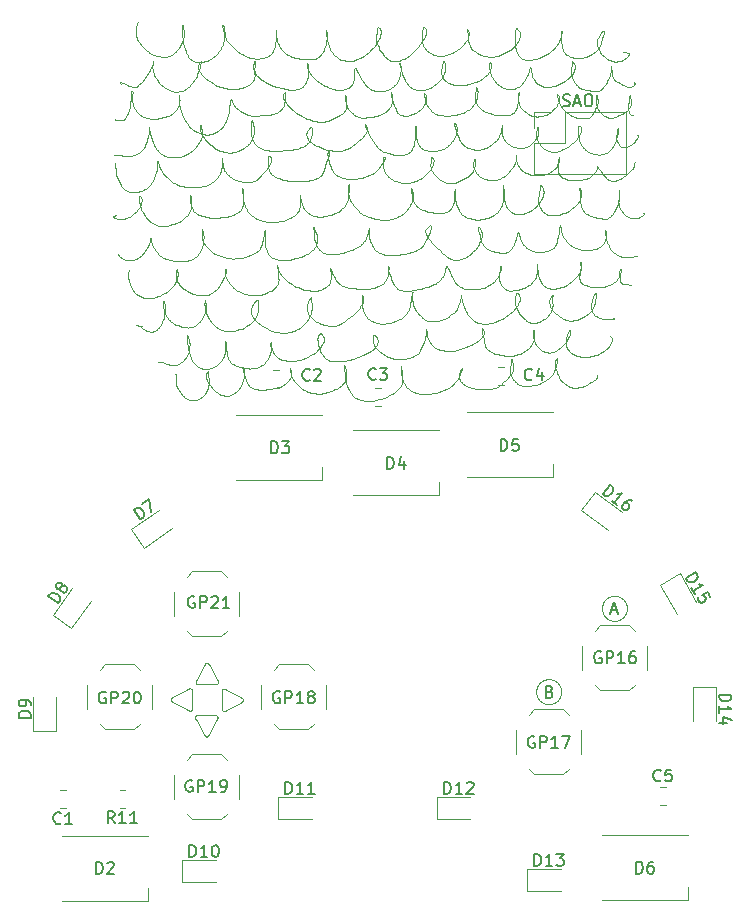
<source format=gbr>
%TF.GenerationSoftware,KiCad,Pcbnew,(6.0.0)*%
%TF.CreationDate,2022-01-21T17:49:12+00:00*%
%TF.ProjectId,molly-the-mermaid,6d6f6c6c-792d-4746-9865-2d6d65726d61,rev?*%
%TF.SameCoordinates,Original*%
%TF.FileFunction,Legend,Top*%
%TF.FilePolarity,Positive*%
%FSLAX46Y46*%
G04 Gerber Fmt 4.6, Leading zero omitted, Abs format (unit mm)*
G04 Created by KiCad (PCBNEW (6.0.0)) date 2022-01-21 17:49:12*
%MOMM*%
%LPD*%
G01*
G04 APERTURE LIST*
%ADD10C,0.074083*%
%ADD11C,0.150000*%
%ADD12C,0.105833*%
%ADD13C,0.095249*%
%ADD14C,0.120000*%
G04 APERTURE END LIST*
D10*
X240036624Y-80484628D02*
X240015287Y-80458878D01*
X240052888Y-80510129D02*
X240036624Y-80484628D01*
X240064321Y-80535373D02*
X240052888Y-80510129D01*
X240071165Y-80560354D02*
X240064321Y-80535373D01*
X240073662Y-80585063D02*
X240071165Y-80560354D01*
X240072054Y-80609494D02*
X240073662Y-80585063D01*
X240066582Y-80633638D02*
X240072054Y-80609494D01*
X240057489Y-80657488D02*
X240066582Y-80633638D01*
X240045017Y-80681037D02*
X240057489Y-80657488D01*
X240029407Y-80704277D02*
X240045017Y-80681037D01*
X240010901Y-80727200D02*
X240029407Y-80704277D01*
X239989742Y-80749800D02*
X240010901Y-80727200D01*
X239940431Y-80793997D02*
X239989742Y-80749800D01*
X239883409Y-80836809D02*
X239940431Y-80793997D01*
X239820610Y-80878175D02*
X239883409Y-80836809D01*
X239753971Y-80918036D02*
X239820610Y-80878175D01*
X239616914Y-80993001D02*
X239753971Y-80918036D01*
X239487720Y-81061224D02*
X239616914Y-80993001D01*
X239430911Y-81092657D02*
X239487720Y-81061224D01*
X239381873Y-81122224D02*
X239430911Y-81092657D01*
X239381873Y-81122224D02*
X239381873Y-81122224D01*
X239164987Y-81250891D02*
X239381873Y-81122224D01*
X238956928Y-81353286D02*
X239164987Y-81250891D01*
X238757656Y-81430785D02*
X238956928Y-81353286D01*
X238567135Y-81484762D02*
X238757656Y-81430785D01*
X238385325Y-81516593D02*
X238567135Y-81484762D01*
X238212188Y-81527652D02*
X238385325Y-81516593D01*
X238047686Y-81519315D02*
X238212188Y-81527652D01*
X237891780Y-81492955D02*
X238047686Y-81519315D01*
X237744433Y-81449949D02*
X237891780Y-81492955D01*
X237605606Y-81391671D02*
X237744433Y-81449949D01*
X237475260Y-81319495D02*
X237605606Y-81391671D01*
X237353358Y-81234798D02*
X237475260Y-81319495D01*
X237239861Y-81138953D02*
X237353358Y-81234798D01*
X237134730Y-81033336D02*
X237239861Y-81138953D01*
X237037928Y-80919321D02*
X237134730Y-81033336D01*
X236949415Y-80798284D02*
X237037928Y-80919321D01*
X236869154Y-80671599D02*
X236949415Y-80798284D01*
X236797107Y-80540642D02*
X236869154Y-80671599D01*
X236733234Y-80406787D02*
X236797107Y-80540642D01*
X236677499Y-80271409D02*
X236733234Y-80406787D01*
X236629861Y-80135883D02*
X236677499Y-80271409D01*
X236590284Y-80001583D02*
X236629861Y-80135883D01*
X236535156Y-79742166D02*
X236590284Y-80001583D01*
X236511809Y-79504155D02*
X236535156Y-79742166D01*
X236511957Y-79396614D02*
X236511809Y-79504155D01*
X236519935Y-79298550D02*
X236511957Y-79396614D01*
X236535705Y-79211337D02*
X236519935Y-79298550D01*
X236559229Y-79136351D02*
X236535705Y-79211337D01*
X236590468Y-79074965D02*
X236559229Y-79136351D01*
X236629383Y-79028556D02*
X236590468Y-79074965D01*
X236629383Y-79028556D02*
X236629383Y-79028556D01*
X236632206Y-79026310D02*
X236629383Y-79028556D01*
X236634806Y-79024838D02*
X236632206Y-79026310D01*
X236637190Y-79024103D02*
X236634806Y-79024838D01*
X236639369Y-79024067D02*
X236637190Y-79024103D01*
X236641351Y-79024692D02*
X236639369Y-79024067D01*
X236643145Y-79025940D02*
X236641351Y-79024692D01*
X236644759Y-79027774D02*
X236643145Y-79025940D01*
X236646202Y-79030155D02*
X236644759Y-79027774D01*
X236647483Y-79033045D02*
X236646202Y-79030155D01*
X236648611Y-79036406D02*
X236647483Y-79033045D01*
X236650442Y-79044393D02*
X236648611Y-79036406D01*
X236651766Y-79053810D02*
X236650442Y-79044393D01*
X236652652Y-79064355D02*
X236651766Y-79053810D01*
X236653171Y-79075726D02*
X236652652Y-79064355D01*
X236653393Y-79087617D02*
X236653171Y-79075726D01*
X236653227Y-79111753D02*
X236653393Y-79087617D01*
X236652420Y-79152940D02*
X236653227Y-79111753D01*
X236652420Y-79152940D02*
X236652420Y-79152940D01*
X236649129Y-79281214D02*
X236652420Y-79152940D01*
X236639364Y-79405633D02*
X236649129Y-79281214D01*
X236623288Y-79526201D02*
X236639364Y-79405633D01*
X236601063Y-79642925D02*
X236623288Y-79526201D01*
X236572852Y-79755808D02*
X236601063Y-79642925D01*
X236538816Y-79864856D02*
X236572852Y-79755808D01*
X236499119Y-79970074D02*
X236538816Y-79864856D01*
X236453923Y-80071467D02*
X236499119Y-79970074D01*
X236403390Y-80169042D02*
X236453923Y-80071467D01*
X236347683Y-80262801D02*
X236403390Y-80169042D01*
X236286963Y-80352752D02*
X236347683Y-80262801D01*
X236221395Y-80438899D02*
X236286963Y-80352752D01*
X236151140Y-80521246D02*
X236221395Y-80438899D01*
X236076360Y-80599800D02*
X236151140Y-80521246D01*
X235997218Y-80674566D02*
X236076360Y-80599800D01*
X235913876Y-80745548D02*
X235997218Y-80674566D01*
X235826498Y-80812752D02*
X235913876Y-80745548D01*
X235735244Y-80876183D02*
X235826498Y-80812752D01*
X235640278Y-80935845D02*
X235735244Y-80876183D01*
X235541763Y-80991745D02*
X235640278Y-80935845D01*
X235334732Y-81092278D02*
X235541763Y-80991745D01*
X235115451Y-81177821D02*
X235334732Y-81092278D01*
X234885219Y-81248416D02*
X235115451Y-81177821D01*
X234645336Y-81304104D02*
X234885219Y-81248416D01*
X234397102Y-81344926D02*
X234645336Y-81304104D01*
X234141815Y-81370924D02*
X234397102Y-81344926D01*
X234141815Y-81370924D02*
X234141815Y-81370924D01*
X234048598Y-81374684D02*
X234141815Y-81370924D01*
X233957564Y-81372517D02*
X234048598Y-81374684D01*
X233868814Y-81364627D02*
X233957564Y-81372517D01*
X233782447Y-81351220D02*
X233868814Y-81364627D01*
X233698563Y-81332500D02*
X233782447Y-81351220D01*
X233617262Y-81308672D02*
X233698563Y-81332500D01*
X233538644Y-81279941D02*
X233617262Y-81308672D01*
X233462808Y-81246512D02*
X233538644Y-81279941D01*
X233389854Y-81208590D02*
X233462808Y-81246512D01*
X233319881Y-81166380D02*
X233389854Y-81208590D01*
X233252990Y-81120086D02*
X233319881Y-81166380D01*
X233189281Y-81069914D02*
X233252990Y-81120086D01*
X233128852Y-81016068D02*
X233189281Y-81069914D01*
X233071804Y-80958754D02*
X233128852Y-81016068D01*
X233018237Y-80898175D02*
X233071804Y-80958754D01*
X232968249Y-80834538D02*
X233018237Y-80898175D01*
X232921942Y-80768047D02*
X232968249Y-80834538D01*
X232879415Y-80698906D02*
X232921942Y-80768047D01*
X232840766Y-80627321D02*
X232879415Y-80698906D01*
X232806097Y-80553497D02*
X232840766Y-80627321D01*
X232775507Y-80477638D02*
X232806097Y-80553497D01*
X232749096Y-80399950D02*
X232775507Y-80477638D01*
X232726962Y-80320637D02*
X232749096Y-80399950D01*
X232709207Y-80239903D02*
X232726962Y-80320637D01*
X232695930Y-80157955D02*
X232709207Y-80239903D01*
X232687231Y-80074997D02*
X232695930Y-80157955D01*
X232683208Y-79991234D02*
X232687231Y-80074997D01*
X232683963Y-79906870D02*
X232683208Y-79991234D01*
X232689595Y-79822111D02*
X232683963Y-79906870D01*
X232700203Y-79737161D02*
X232689595Y-79822111D01*
X232715888Y-79652226D02*
X232700203Y-79737161D01*
X232736748Y-79567510D02*
X232715888Y-79652226D01*
X232736748Y-79567510D02*
X232736748Y-79567510D01*
X232745211Y-79534594D02*
X232736748Y-79567510D01*
X232753379Y-79498278D02*
X232745211Y-79534594D01*
X232761217Y-79459325D02*
X232753379Y-79498278D01*
X232768690Y-79418496D02*
X232761217Y-79459325D01*
X232782406Y-79334260D02*
X232768690Y-79418496D01*
X232794248Y-79251667D02*
X232782406Y-79334260D01*
X232803941Y-79176815D02*
X232794248Y-79251667D01*
X232811207Y-79115800D02*
X232803941Y-79176815D01*
X232817353Y-79059672D02*
X232811207Y-79115800D01*
X232817353Y-79059672D02*
X232817353Y-79059672D01*
X232856894Y-79191624D02*
X232817353Y-79059672D01*
X232890986Y-79307234D02*
X232856894Y-79191624D01*
X232920994Y-79412086D02*
X232890986Y-79307234D01*
X232920994Y-79412086D02*
X232920994Y-79412086D01*
X232939780Y-79488383D02*
X232920994Y-79412086D01*
X232953400Y-79563021D02*
X232939780Y-79488383D01*
X232962048Y-79636047D02*
X232953400Y-79563021D01*
X232965917Y-79707504D02*
X232962048Y-79636047D01*
X232965200Y-79777440D02*
X232965917Y-79707504D01*
X232960091Y-79845899D02*
X232965200Y-79777440D01*
X232950783Y-79912928D02*
X232960091Y-79845899D01*
X232937469Y-79978571D02*
X232950783Y-79912928D01*
X232920343Y-80042875D02*
X232937469Y-79978571D01*
X232899599Y-80105884D02*
X232920343Y-80042875D01*
X232875429Y-80167645D02*
X232899599Y-80105884D01*
X232848027Y-80228203D02*
X232875429Y-80167645D01*
X232817587Y-80287604D02*
X232848027Y-80228203D01*
X232784301Y-80345893D02*
X232817587Y-80287604D01*
X232748364Y-80403115D02*
X232784301Y-80345893D01*
X232709968Y-80459317D02*
X232748364Y-80403115D01*
X232626575Y-80568840D02*
X232709968Y-80459317D01*
X232535668Y-80674828D02*
X232626575Y-80568840D01*
X232438796Y-80777644D02*
X232535668Y-80674828D01*
X232337505Y-80877653D02*
X232438796Y-80777644D01*
X232127854Y-81070708D02*
X232337505Y-80877653D01*
X231919093Y-81256909D02*
X232127854Y-81070708D01*
X231919093Y-81256909D02*
X231919093Y-81256909D01*
X231846901Y-81315410D02*
X231919093Y-81256909D01*
X231765675Y-81369479D02*
X231846901Y-81315410D01*
X231676080Y-81419096D02*
X231765675Y-81369479D01*
X231578781Y-81464237D02*
X231676080Y-81419096D01*
X231474446Y-81504881D02*
X231578781Y-81464237D01*
X231363739Y-81541006D02*
X231474446Y-81504881D01*
X231247325Y-81572589D02*
X231363739Y-81541006D01*
X231125871Y-81599609D02*
X231247325Y-81572589D01*
X230870505Y-81639870D02*
X231125871Y-81599609D01*
X230602965Y-81661613D02*
X230870505Y-81639870D01*
X230328576Y-81664660D02*
X230602965Y-81661613D01*
X230052664Y-81648836D02*
X230328576Y-81664660D01*
X229780553Y-81613963D02*
X230052664Y-81648836D01*
X229517570Y-81559866D02*
X229780553Y-81613963D01*
X229391164Y-81525552D02*
X229517570Y-81559866D01*
X229269038Y-81486367D02*
X229391164Y-81525552D01*
X229151856Y-81442286D02*
X229269038Y-81486367D01*
X229040284Y-81393289D02*
X229151856Y-81442286D01*
X228934987Y-81339354D02*
X229040284Y-81393289D01*
X228836632Y-81280458D02*
X228934987Y-81339354D01*
X228745884Y-81216579D02*
X228836632Y-81280458D01*
X228663408Y-81147695D02*
X228745884Y-81216579D01*
X228589870Y-81073784D02*
X228663408Y-81147695D01*
X228525937Y-80994824D02*
X228589870Y-81073784D01*
X228472273Y-80910793D02*
X228525937Y-80994824D01*
X228429544Y-80821669D02*
X228472273Y-80910793D01*
X228429544Y-80821669D02*
X228429544Y-80821669D01*
X228409194Y-80764782D02*
X228429544Y-80821669D01*
X228393609Y-80707346D02*
X228409194Y-80764782D01*
X228382473Y-80649637D02*
X228393609Y-80707346D01*
X228375472Y-80591930D02*
X228382473Y-80649637D01*
X228372290Y-80534502D02*
X228375472Y-80591930D01*
X228372612Y-80477627D02*
X228372290Y-80534502D01*
X228376124Y-80421581D02*
X228372612Y-80477627D01*
X228382511Y-80366641D02*
X228376124Y-80421581D01*
X228391457Y-80313081D02*
X228382511Y-80366641D01*
X228402647Y-80261176D02*
X228391457Y-80313081D01*
X228415768Y-80211204D02*
X228402647Y-80261176D01*
X228430503Y-80163439D02*
X228415768Y-80211204D01*
X228446538Y-80118157D02*
X228430503Y-80163439D01*
X228463557Y-80075633D02*
X228446538Y-80118157D01*
X228481247Y-80036143D02*
X228463557Y-80075633D01*
X228499291Y-79999964D02*
X228481247Y-80036143D01*
X228517375Y-79967369D02*
X228499291Y-79999964D01*
X228535185Y-79938635D02*
X228517375Y-79967369D01*
X228552404Y-79914038D02*
X228535185Y-79938635D01*
X228568719Y-79893853D02*
X228552404Y-79914038D01*
X228583813Y-79878355D02*
X228568719Y-79893853D01*
X228597373Y-79867821D02*
X228583813Y-79878355D01*
X228609083Y-79862526D02*
X228597373Y-79867821D01*
X228618628Y-79862746D02*
X228609083Y-79862526D01*
X228622490Y-79865009D02*
X228618628Y-79862746D01*
X228625693Y-79868755D02*
X228622490Y-79865009D01*
X228629964Y-79880830D02*
X228625693Y-79868755D01*
X228631125Y-79899247D02*
X228629964Y-79880830D01*
X228628862Y-79924280D02*
X228631125Y-79899247D01*
X228622859Y-79956206D02*
X228628862Y-79924280D01*
X228612802Y-79995300D02*
X228622859Y-79956206D01*
X228598375Y-80041837D02*
X228612802Y-79995300D01*
X228579264Y-80096094D02*
X228598375Y-80041837D01*
X228579264Y-80096094D02*
X228579264Y-80096094D01*
X228482071Y-80334271D02*
X228579264Y-80096094D01*
X228373423Y-80555217D02*
X228482071Y-80334271D01*
X228253348Y-80759319D02*
X228373423Y-80555217D01*
X228121874Y-80946961D02*
X228253348Y-80759319D01*
X227979030Y-81118529D02*
X228121874Y-80946961D01*
X227824845Y-81274408D02*
X227979030Y-81118529D01*
X227659347Y-81414982D02*
X227824845Y-81274408D01*
X227482565Y-81540637D02*
X227659347Y-81414982D01*
X227294526Y-81651758D02*
X227482565Y-81540637D01*
X227095261Y-81748731D02*
X227294526Y-81651758D01*
X226884797Y-81831940D02*
X227095261Y-81748731D01*
X226663163Y-81901770D02*
X226884797Y-81831940D01*
X226430387Y-81958607D02*
X226663163Y-81901770D01*
X226186499Y-82002836D02*
X226430387Y-81958607D01*
X225931526Y-82034842D02*
X226186499Y-82002836D01*
X225665497Y-82055009D02*
X225931526Y-82034842D01*
X225665497Y-82055009D02*
X225665497Y-82055009D01*
X225545442Y-82059361D02*
X225665497Y-82055009D01*
X225428257Y-82059563D02*
X225545442Y-82059361D01*
X225313988Y-82055631D02*
X225428257Y-82059563D01*
X225202681Y-82047579D02*
X225313988Y-82055631D01*
X225094382Y-82035423D02*
X225202681Y-82047579D01*
X224989139Y-82019178D02*
X225094382Y-82035423D01*
X224886997Y-81998857D02*
X224989139Y-82019178D01*
X224788003Y-81974477D02*
X224886997Y-81998857D01*
X224692204Y-81946051D02*
X224788003Y-81974477D01*
X224599646Y-81913596D02*
X224692204Y-81946051D01*
X224510375Y-81877125D02*
X224599646Y-81913596D01*
X224424438Y-81836654D02*
X224510375Y-81877125D01*
X224341882Y-81792198D02*
X224424438Y-81836654D01*
X224262752Y-81743771D02*
X224341882Y-81792198D01*
X224187096Y-81691388D02*
X224262752Y-81743771D01*
X224114959Y-81635065D02*
X224187096Y-81691388D01*
X224046389Y-81574816D02*
X224114959Y-81635065D01*
X223981431Y-81510656D02*
X224046389Y-81574816D01*
X223920132Y-81442600D02*
X223981431Y-81510656D01*
X223862539Y-81370662D02*
X223920132Y-81442600D01*
X223808698Y-81294859D02*
X223862539Y-81370662D01*
X223758655Y-81215204D02*
X223808698Y-81294859D01*
X223712458Y-81131713D02*
X223758655Y-81215204D01*
X223670151Y-81044400D02*
X223712458Y-81131713D01*
X223631783Y-80953281D02*
X223670151Y-81044400D01*
X223597399Y-80858370D02*
X223631783Y-80953281D01*
X223567046Y-80759682D02*
X223597399Y-80858370D01*
X223540770Y-80657231D02*
X223567046Y-80759682D01*
X223518618Y-80551034D02*
X223540770Y-80657231D01*
X223500636Y-80441105D02*
X223518618Y-80551034D01*
X223486871Y-80327458D02*
X223500636Y-80441105D01*
X223477368Y-80210109D02*
X223486871Y-80327458D01*
X223477368Y-80210109D02*
X223477368Y-80210109D01*
X223472199Y-80135286D02*
X223477368Y-80210109D01*
X223465482Y-80049982D02*
X223472199Y-80135286D01*
X223450164Y-79873150D02*
X223465482Y-80049982D01*
X223431290Y-79671151D02*
X223450164Y-79873150D01*
X223431290Y-79671151D02*
X223431290Y-79671151D01*
X223477876Y-79891147D02*
X223431290Y-79671151D01*
X223517290Y-80126397D02*
X223477876Y-79891147D01*
X223535538Y-80263743D02*
X223517290Y-80126397D01*
X223550722Y-80409820D02*
X223535538Y-80263743D01*
X223561275Y-80561316D02*
X223550722Y-80409820D01*
X223565628Y-80714919D02*
X223561275Y-80561316D01*
X223562213Y-80867317D02*
X223565628Y-80714919D01*
X223549462Y-81015198D02*
X223562213Y-80867317D01*
X223525806Y-81155250D02*
X223549462Y-81015198D01*
X223509398Y-81221304D02*
X223525806Y-81155250D01*
X223489677Y-81284160D02*
X223509398Y-81221304D01*
X223466445Y-81343402D02*
X223489677Y-81284160D01*
X223439507Y-81398617D02*
X223466445Y-81343402D01*
X223408666Y-81449390D02*
X223439507Y-81398617D01*
X223373727Y-81495308D02*
X223408666Y-81449390D01*
X223373727Y-81495308D02*
X223373727Y-81495308D01*
X223230057Y-81647368D02*
X223373727Y-81495308D01*
X223066806Y-81791517D02*
X223230057Y-81647368D01*
X222886227Y-81926975D02*
X223066806Y-81791517D01*
X222690577Y-82052961D02*
X222886227Y-81926975D01*
X222482108Y-82168697D02*
X222690577Y-82052961D01*
X222263077Y-82273403D02*
X222482108Y-82168697D01*
X222035738Y-82366298D02*
X222263077Y-82273403D01*
X221802345Y-82446602D02*
X222035738Y-82366298D01*
X221565153Y-82513535D02*
X221802345Y-82446602D01*
X221326416Y-82566318D02*
X221565153Y-82513535D01*
X221088390Y-82604171D02*
X221326416Y-82566318D01*
X220853328Y-82626313D02*
X221088390Y-82604171D01*
X220623486Y-82631965D02*
X220853328Y-82626313D01*
X220401118Y-82620347D02*
X220623486Y-82631965D01*
X220188479Y-82590679D02*
X220401118Y-82620347D01*
X220086512Y-82568833D02*
X220188479Y-82590679D01*
X219987823Y-82542181D02*
X220086512Y-82568833D01*
X219987823Y-82542181D02*
X219987823Y-82542181D01*
X219879892Y-82505505D02*
X219987823Y-82542181D01*
X219777905Y-82462262D02*
X219879892Y-82505505D01*
X219681698Y-82412766D02*
X219777905Y-82462262D01*
X219591106Y-82357328D02*
X219681698Y-82412766D01*
X219505962Y-82296261D02*
X219591106Y-82357328D01*
X219426102Y-82229877D02*
X219505962Y-82296261D01*
X219351362Y-82158488D02*
X219426102Y-82229877D01*
X219281575Y-82082408D02*
X219351362Y-82158488D01*
X219216576Y-82001947D02*
X219281575Y-82082408D01*
X219156201Y-81917418D02*
X219216576Y-82001947D01*
X219100285Y-81829134D02*
X219156201Y-81917418D01*
X219048661Y-81737407D02*
X219100285Y-81829134D01*
X218957633Y-81544874D02*
X219048661Y-81737407D01*
X218881796Y-81342315D02*
X218957633Y-81544874D01*
X218819829Y-81132231D02*
X218881796Y-81342315D01*
X218770410Y-80917119D02*
X218819829Y-81132231D01*
X218732219Y-80699478D02*
X218770410Y-80917119D01*
X218703935Y-80481806D02*
X218732219Y-80699478D01*
X218684235Y-80266602D02*
X218703935Y-80481806D01*
X218671800Y-80056364D02*
X218684235Y-80266602D01*
X218663437Y-79660782D02*
X218671800Y-80056364D01*
X218663437Y-79660782D02*
X218663437Y-79660782D01*
X218664776Y-79640108D02*
X218663437Y-79660782D01*
X218666393Y-79634241D02*
X218664776Y-79640108D01*
X218668591Y-79631155D02*
X218666393Y-79634241D01*
X218671333Y-79630699D02*
X218668591Y-79631155D01*
X218674581Y-79632724D02*
X218671333Y-79630699D01*
X218682444Y-79643616D02*
X218674581Y-79632724D01*
X218691878Y-79662632D02*
X218682444Y-79643616D01*
X218702582Y-79688573D02*
X218691878Y-79662632D01*
X218726592Y-79756433D02*
X218702582Y-79688573D01*
X218752061Y-79837604D02*
X218726592Y-79756433D01*
X218776575Y-79922493D02*
X218752061Y-79837604D01*
X218797720Y-80001507D02*
X218776575Y-79922493D01*
X218813084Y-80065055D02*
X218797720Y-80001507D01*
X218813084Y-80065055D02*
X218813084Y-80065055D01*
X218821242Y-80105866D02*
X218813084Y-80065055D01*
X218828263Y-80149712D02*
X218821242Y-80105866D01*
X218834097Y-80196148D02*
X218828263Y-80149712D01*
X218838692Y-80244725D02*
X218834097Y-80196148D01*
X218841997Y-80294998D02*
X218838692Y-80244725D01*
X218843961Y-80346517D02*
X218841997Y-80294998D01*
X218844532Y-80398838D02*
X218843961Y-80346517D01*
X218843660Y-80451511D02*
X218844532Y-80398838D01*
X218841293Y-80504091D02*
X218843660Y-80451511D01*
X218837379Y-80556130D02*
X218841293Y-80504091D01*
X218831869Y-80607181D02*
X218837379Y-80556130D01*
X218824710Y-80656797D02*
X218831869Y-80607181D01*
X218815851Y-80704530D02*
X218824710Y-80656797D01*
X218805241Y-80749935D02*
X218815851Y-80704530D01*
X218792829Y-80792562D02*
X218805241Y-80749935D01*
X218778563Y-80831966D02*
X218792829Y-80792562D01*
X218778563Y-80831966D02*
X218778563Y-80831966D01*
X218752946Y-80889624D02*
X218778563Y-80831966D01*
X218723331Y-80946006D02*
X218752946Y-80889624D01*
X218689914Y-81001099D02*
X218723331Y-80946006D01*
X218652889Y-81054892D02*
X218689914Y-81001099D01*
X218612454Y-81107371D02*
X218652889Y-81054892D01*
X218568804Y-81158525D02*
X218612454Y-81107371D01*
X218472644Y-81256805D02*
X218568804Y-81158525D01*
X218365977Y-81349633D02*
X218472644Y-81256805D01*
X218250369Y-81436910D02*
X218365977Y-81349633D01*
X218127388Y-81518536D02*
X218250369Y-81436910D01*
X217998602Y-81594411D02*
X218127388Y-81518536D01*
X217865579Y-81664437D02*
X217998602Y-81594411D01*
X217729886Y-81728514D02*
X217865579Y-81664437D01*
X217593090Y-81786543D02*
X217729886Y-81728514D01*
X217456760Y-81838423D02*
X217593090Y-81786543D01*
X217322463Y-81884057D02*
X217456760Y-81838423D01*
X217191765Y-81923344D02*
X217322463Y-81884057D01*
X217066236Y-81956185D02*
X217191765Y-81923344D01*
X216947442Y-81982480D02*
X217066236Y-81956185D01*
X216947442Y-81982480D02*
X216947442Y-81982480D01*
X216820594Y-82004013D02*
X216947442Y-81982480D01*
X216692985Y-82018194D02*
X216820594Y-82004013D01*
X216564929Y-82025194D02*
X216692985Y-82018194D01*
X216436741Y-82025186D02*
X216564929Y-82025194D01*
X216308733Y-82018341D02*
X216436741Y-82025186D01*
X216181221Y-82004833D02*
X216308733Y-82018341D01*
X216054518Y-81984832D02*
X216181221Y-82004833D01*
X215928938Y-81958511D02*
X216054518Y-81984832D01*
X215804794Y-81926043D02*
X215928938Y-81958511D01*
X215682402Y-81887599D02*
X215804794Y-81926043D01*
X215562075Y-81843352D02*
X215682402Y-81887599D01*
X215444127Y-81793474D02*
X215562075Y-81843352D01*
X215328872Y-81738136D02*
X215444127Y-81793474D01*
X215216623Y-81677512D02*
X215328872Y-81738136D01*
X215107696Y-81611772D02*
X215216623Y-81677512D01*
X215002403Y-81541090D02*
X215107696Y-81611772D01*
X214901060Y-81465638D02*
X215002403Y-81541090D01*
X214803979Y-81385587D02*
X214901060Y-81465638D01*
X214711475Y-81301109D02*
X214803979Y-81385587D01*
X214623861Y-81212378D02*
X214711475Y-81301109D01*
X214541453Y-81119565D02*
X214623861Y-81212378D01*
X214464563Y-81022841D02*
X214541453Y-81119565D01*
X214393506Y-80922380D02*
X214464563Y-81022841D01*
X214328595Y-80818354D02*
X214393506Y-80922380D01*
X214270145Y-80710934D02*
X214328595Y-80818354D01*
X214218470Y-80600293D02*
X214270145Y-80710934D01*
X214173883Y-80486602D02*
X214218470Y-80600293D01*
X214136699Y-80370035D02*
X214173883Y-80486602D01*
X214107232Y-80250763D02*
X214136699Y-80370035D01*
X214085795Y-80128958D02*
X214107232Y-80250763D01*
X214072703Y-80004792D02*
X214085795Y-80128958D01*
X214068269Y-79878438D02*
X214072703Y-80004792D01*
X214068269Y-79878438D02*
X214068269Y-79878438D01*
X214069304Y-79857739D02*
X214068269Y-79878438D01*
X214070547Y-79852009D02*
X214069304Y-79857739D01*
X214072229Y-79849150D02*
X214070547Y-79852009D01*
X214074315Y-79849009D02*
X214072229Y-79849150D01*
X214076773Y-79851428D02*
X214074315Y-79849009D01*
X214082668Y-79863326D02*
X214076773Y-79851428D01*
X214089643Y-79883600D02*
X214082668Y-79863326D01*
X214097428Y-79911005D02*
X214089643Y-79883600D01*
X214114347Y-79982229D02*
X214097428Y-79911005D01*
X214131267Y-80067038D02*
X214114347Y-79982229D01*
X214146026Y-80155472D02*
X214131267Y-80067038D01*
X214156466Y-80237571D02*
X214146026Y-80155472D01*
X214159391Y-80273133D02*
X214156466Y-80237571D01*
X214160426Y-80303377D02*
X214159391Y-80273133D01*
X214160426Y-80303377D02*
X214160426Y-80303377D01*
X214159806Y-80334007D02*
X214160426Y-80303377D01*
X214157970Y-80364463D02*
X214159806Y-80334007D01*
X214154954Y-80394734D02*
X214157970Y-80364463D01*
X214150791Y-80424811D02*
X214154954Y-80394734D01*
X214145518Y-80454681D02*
X214150791Y-80424811D01*
X214139169Y-80484333D02*
X214145518Y-80454681D01*
X214131779Y-80513757D02*
X214139169Y-80484333D01*
X214123384Y-80542942D02*
X214131779Y-80513757D01*
X214103715Y-80600550D02*
X214123384Y-80542942D01*
X214080444Y-80657068D02*
X214103715Y-80600550D01*
X214053851Y-80712409D02*
X214080444Y-80657068D01*
X214024216Y-80766484D02*
X214053851Y-80712409D01*
X213991820Y-80819205D02*
X214024216Y-80766484D01*
X213956942Y-80870485D02*
X213991820Y-80819205D01*
X213919863Y-80920236D02*
X213956942Y-80870485D01*
X213880863Y-80968369D02*
X213919863Y-80920236D01*
X213840223Y-81014797D02*
X213880863Y-80968369D01*
X213798222Y-81059431D02*
X213840223Y-81014797D01*
X213755142Y-81102184D02*
X213798222Y-81059431D01*
X213711262Y-81142967D02*
X213755142Y-81102184D01*
X213711262Y-81142967D02*
X213711262Y-81142967D01*
X213661671Y-81184406D02*
X213711262Y-81142967D01*
X213606953Y-81224273D02*
X213661671Y-81184406D01*
X213483397Y-81299256D02*
X213606953Y-81224273D01*
X213343111Y-81367836D02*
X213483397Y-81299256D01*
X213188615Y-81429933D02*
X213343111Y-81367836D01*
X213022427Y-81485467D02*
X213188615Y-81429933D01*
X212847065Y-81534359D02*
X213022427Y-81485467D01*
X212665048Y-81576529D02*
X212847065Y-81534359D01*
X212478896Y-81611897D02*
X212665048Y-81576529D01*
X212291126Y-81640385D02*
X212478896Y-81611897D01*
X212104257Y-81661912D02*
X212291126Y-81640385D01*
X211920808Y-81676398D02*
X212104257Y-81661912D01*
X211743297Y-81683764D02*
X211920808Y-81676398D01*
X211574244Y-81683931D02*
X211743297Y-81683764D01*
X211416166Y-81676818D02*
X211574244Y-81683931D01*
X211271583Y-81662346D02*
X211416166Y-81676818D01*
X211143013Y-81640435D02*
X211271583Y-81662346D01*
X211143013Y-81640435D02*
X211143013Y-81640435D01*
X211072355Y-81623288D02*
X211143013Y-81640435D01*
X211005388Y-81603003D02*
X211072355Y-81623288D01*
X210941993Y-81579687D02*
X211005388Y-81603003D01*
X210882049Y-81553448D02*
X210941993Y-81579687D01*
X210825437Y-81524392D02*
X210882049Y-81553448D01*
X210772037Y-81492626D02*
X210825437Y-81524392D01*
X210721728Y-81458256D02*
X210772037Y-81492626D01*
X210674391Y-81421390D02*
X210721728Y-81458256D01*
X210629906Y-81382133D02*
X210674391Y-81421390D01*
X210588152Y-81340593D02*
X210629906Y-81382133D01*
X210549011Y-81296876D02*
X210588152Y-81340593D01*
X210512362Y-81251090D02*
X210549011Y-81296876D01*
X210478086Y-81203340D02*
X210512362Y-81251090D01*
X210446062Y-81153734D02*
X210478086Y-81203340D01*
X210388290Y-81049380D02*
X210446062Y-81153734D01*
X210338089Y-80938881D02*
X210388290Y-81049380D01*
X210294499Y-80823090D02*
X210338089Y-80938881D01*
X210256561Y-80702863D02*
X210294499Y-80823090D01*
X210223316Y-80579053D02*
X210256561Y-80702863D01*
X210193803Y-80452513D02*
X210223316Y-80579053D01*
X210167064Y-80324097D02*
X210193803Y-80452513D01*
X210118071Y-80065055D02*
X210167064Y-80324097D01*
X210118071Y-80065055D02*
X210118071Y-80065055D01*
X210114958Y-80044764D02*
X210118071Y-80065055D01*
X210112647Y-80022425D02*
X210114958Y-80044764D01*
X210111055Y-79998501D02*
X210112647Y-80022425D01*
X210110101Y-79973457D02*
X210111055Y-79998501D01*
X210109699Y-79947754D02*
X210110101Y-79973457D01*
X210109768Y-79921856D02*
X210109699Y-79947754D01*
X210110986Y-79871328D02*
X210109768Y-79921856D01*
X210113089Y-79825579D02*
X210110986Y-79871328D01*
X210115414Y-79788313D02*
X210113089Y-79825579D01*
X210118071Y-79754054D02*
X210115414Y-79788313D01*
X210118071Y-79754054D02*
X210118071Y-79754054D01*
X210126341Y-79824081D02*
X210118071Y-79754054D01*
X210133855Y-79885319D02*
X210126341Y-79824081D01*
X210141112Y-79940667D02*
X210133855Y-79885319D01*
X210141112Y-79940667D02*
X210141112Y-79940667D01*
X210150502Y-80018781D02*
X210141112Y-79940667D01*
X210157132Y-80097857D02*
X210150502Y-80018781D01*
X210161008Y-80177733D02*
X210157132Y-80097857D01*
X210162137Y-80258248D02*
X210161008Y-80177733D01*
X210160526Y-80339241D02*
X210162137Y-80258248D01*
X210156181Y-80420550D02*
X210160526Y-80339241D01*
X210149108Y-80502015D02*
X210156181Y-80420550D01*
X210139313Y-80583473D02*
X210149108Y-80502015D01*
X210126804Y-80664764D02*
X210139313Y-80583473D01*
X210111586Y-80745726D02*
X210126804Y-80664764D01*
X210093667Y-80826197D02*
X210111586Y-80745726D01*
X210073051Y-80906018D02*
X210093667Y-80826197D01*
X210049747Y-80985026D02*
X210073051Y-80906018D01*
X210023760Y-81063060D02*
X210049747Y-80985026D01*
X209995097Y-81139958D02*
X210023760Y-81063060D01*
X209963765Y-81215560D02*
X209995097Y-81139958D01*
X209929769Y-81289705D02*
X209963765Y-81215560D01*
X209893116Y-81362230D02*
X209929769Y-81289705D01*
X209853812Y-81432974D02*
X209893116Y-81362230D01*
X209811865Y-81501777D02*
X209853812Y-81432974D01*
X209767280Y-81568476D02*
X209811865Y-81501777D01*
X209720064Y-81632912D02*
X209767280Y-81568476D01*
X209670223Y-81694921D02*
X209720064Y-81632912D01*
X209617764Y-81754344D02*
X209670223Y-81694921D01*
X209562693Y-81811018D02*
X209617764Y-81754344D01*
X209505017Y-81864783D02*
X209562693Y-81811018D01*
X209444742Y-81915477D02*
X209505017Y-81864783D01*
X209381875Y-81962939D02*
X209444742Y-81915477D01*
X209316421Y-82007007D02*
X209381875Y-81962939D01*
X209248388Y-82047520D02*
X209316421Y-82007007D01*
X209177782Y-82084318D02*
X209248388Y-82047520D01*
X209104609Y-82117238D02*
X209177782Y-82084318D01*
X209104609Y-82117238D02*
X209104609Y-82117238D01*
X208988319Y-82158202D02*
X209104609Y-82117238D01*
X208871777Y-82185198D02*
X208988319Y-82158202D01*
X208755351Y-82198960D02*
X208871777Y-82185198D01*
X208639407Y-82200219D02*
X208755351Y-82198960D01*
X208524312Y-82189711D02*
X208639407Y-82200219D01*
X208410432Y-82168167D02*
X208524312Y-82189711D01*
X208298134Y-82136323D02*
X208410432Y-82168167D01*
X208187786Y-82094910D02*
X208298134Y-82136323D01*
X208079753Y-82044663D02*
X208187786Y-82094910D01*
X207974402Y-81986316D02*
X208079753Y-82044663D01*
X207872101Y-81920600D02*
X207974402Y-81986316D01*
X207773216Y-81848251D02*
X207872101Y-81920600D01*
X207678113Y-81770000D02*
X207773216Y-81848251D01*
X207587160Y-81686583D02*
X207678113Y-81770000D01*
X207500722Y-81598732D02*
X207587160Y-81686583D01*
X207419168Y-81507180D02*
X207500722Y-81598732D01*
X207342863Y-81412661D02*
X207419168Y-81507180D01*
X207272175Y-81315909D02*
X207342863Y-81412661D01*
X207207469Y-81217657D02*
X207272175Y-81315909D01*
X207149114Y-81118638D02*
X207207469Y-81217657D01*
X207097474Y-81019586D02*
X207149114Y-81118638D01*
X207052918Y-80921234D02*
X207097474Y-81019586D01*
X207015812Y-80824315D02*
X207052918Y-80921234D01*
X206986523Y-80729564D02*
X207015812Y-80824315D01*
X206965417Y-80637713D02*
X206986523Y-80729564D01*
X206952861Y-80549496D02*
X206965417Y-80637713D01*
X206949222Y-80465647D02*
X206952861Y-80549496D01*
X206954867Y-80386898D02*
X206949222Y-80465647D01*
X206970162Y-80313984D02*
X206954867Y-80386898D01*
X206995474Y-80247637D02*
X206970162Y-80313984D01*
X207031170Y-80188591D02*
X206995474Y-80247637D01*
X207077617Y-80137580D02*
X207031170Y-80188591D01*
X207077617Y-80137580D02*
X207077617Y-80137580D01*
X207081277Y-80136838D02*
X207077617Y-80137580D01*
X207085079Y-80140851D02*
X207081277Y-80136838D01*
X207093039Y-80161902D02*
X207085079Y-80140851D01*
X207101364Y-80198253D02*
X207093039Y-80161902D01*
X207109918Y-80247427D02*
X207101364Y-80198253D01*
X207127174Y-80374332D02*
X207109918Y-80247427D01*
X207143727Y-80522788D02*
X207127174Y-80374332D01*
X207170411Y-80805051D02*
X207143727Y-80522788D01*
X207181335Y-80935607D02*
X207170411Y-80805051D01*
X207181335Y-80935607D02*
X207181335Y-80935607D01*
X207184649Y-81000172D02*
X207181335Y-80935607D01*
X207185103Y-81065216D02*
X207184649Y-81000172D01*
X207182740Y-81130603D02*
X207185103Y-81065216D01*
X207177601Y-81196198D02*
X207182740Y-81130603D01*
X207169727Y-81261863D02*
X207177601Y-81196198D01*
X207159161Y-81327463D02*
X207169727Y-81261863D01*
X207145944Y-81392860D02*
X207159161Y-81327463D01*
X207130117Y-81457918D02*
X207145944Y-81392860D01*
X207111722Y-81522500D02*
X207130117Y-81457918D01*
X207090801Y-81586471D02*
X207111722Y-81522500D01*
X207067396Y-81649694D02*
X207090801Y-81586471D01*
X207041548Y-81712032D02*
X207067396Y-81649694D01*
X207013299Y-81773349D02*
X207041548Y-81712032D01*
X206982690Y-81833508D02*
X207013299Y-81773349D01*
X206949763Y-81892373D02*
X206982690Y-81833508D01*
X206914560Y-81949808D02*
X206949763Y-81892373D01*
X206877122Y-82005675D02*
X206914560Y-81949808D01*
X206837491Y-82059839D02*
X206877122Y-82005675D01*
X206795709Y-82112163D02*
X206837491Y-82059839D01*
X206751817Y-82162511D02*
X206795709Y-82112163D01*
X206705857Y-82210746D02*
X206751817Y-82162511D01*
X206657871Y-82256731D02*
X206705857Y-82210746D01*
X206607899Y-82300331D02*
X206657871Y-82256731D01*
X206555985Y-82341408D02*
X206607899Y-82300331D01*
X206502169Y-82379826D02*
X206555985Y-82341408D01*
X206446494Y-82415449D02*
X206502169Y-82379826D01*
X206389000Y-82448141D02*
X206446494Y-82415449D01*
X206329729Y-82477764D02*
X206389000Y-82448141D01*
X206268724Y-82504183D02*
X206329729Y-82477764D01*
X206206025Y-82527261D02*
X206268724Y-82504183D01*
X206141674Y-82546861D02*
X206206025Y-82527261D01*
X206075714Y-82562847D02*
X206141674Y-82546861D01*
X206075714Y-82562847D02*
X206075714Y-82562847D01*
X206000076Y-82576070D02*
X206075714Y-82562847D01*
X205925321Y-82583661D02*
X206000076Y-82576070D01*
X205851511Y-82585823D02*
X205925321Y-82583661D01*
X205778710Y-82582756D02*
X205851511Y-82585823D01*
X205706981Y-82574663D02*
X205778710Y-82582756D01*
X205636387Y-82561747D02*
X205706981Y-82574663D01*
X205566990Y-82544209D02*
X205636387Y-82561747D01*
X205498855Y-82522251D02*
X205566990Y-82544209D01*
X205432043Y-82496076D02*
X205498855Y-82522251D01*
X205366618Y-82465886D02*
X205432043Y-82496076D01*
X205302644Y-82431881D02*
X205366618Y-82465886D01*
X205240182Y-82394266D02*
X205302644Y-82431881D01*
X205179297Y-82353241D02*
X205240182Y-82394266D01*
X205120051Y-82309009D02*
X205179297Y-82353241D01*
X205062507Y-82261772D02*
X205120051Y-82309009D01*
X205006728Y-82211732D02*
X205062507Y-82261772D01*
X204900719Y-82104050D02*
X205006728Y-82211732D01*
X204802528Y-81987581D02*
X204900719Y-82104050D01*
X204712659Y-81863941D02*
X204802528Y-81987581D01*
X204631617Y-81734746D02*
X204712659Y-81863941D01*
X204559905Y-81601614D02*
X204631617Y-81734746D01*
X204498029Y-81466160D02*
X204559905Y-81601614D01*
X204446493Y-81330001D02*
X204498029Y-81466160D01*
X204405801Y-81194754D02*
X204446493Y-81330001D01*
X204405801Y-81194754D02*
X204405801Y-81194754D01*
X204400032Y-81168789D02*
X204405801Y-81194754D01*
X204395468Y-81140047D02*
X204400032Y-81168789D01*
X204389586Y-81075362D02*
X204395468Y-81140047D01*
X204387415Y-81002957D02*
X204389586Y-81075362D01*
X204388215Y-80925089D02*
X204387415Y-81002957D01*
X204395760Y-80761995D02*
X204388215Y-80925089D01*
X204406292Y-80604141D02*
X204395760Y-80761995D01*
X204413883Y-80469589D02*
X204406292Y-80604141D01*
X204414723Y-80416695D02*
X204413883Y-80469589D01*
X204412604Y-80376400D02*
X204414723Y-80416695D01*
X204410203Y-80361682D02*
X204412604Y-80376400D01*
X204406785Y-80350961D02*
X204410203Y-80361682D01*
X204402257Y-80344518D02*
X204406785Y-80350961D01*
X204396526Y-80342635D02*
X204402257Y-80344518D01*
X204389499Y-80345596D02*
X204396526Y-80342635D01*
X204381085Y-80353682D02*
X204389499Y-80345596D01*
X204371189Y-80367175D02*
X204381085Y-80353682D01*
X204359721Y-80386357D02*
X204371189Y-80367175D01*
X241222411Y-77188996D02*
X241155432Y-77121505D01*
X241269790Y-77263734D02*
X241222411Y-77188996D01*
X241298401Y-77344820D02*
X241269790Y-77263734D01*
X241309079Y-77431358D02*
X241298401Y-77344820D01*
X241302656Y-77522451D02*
X241309079Y-77431358D01*
X241279968Y-77617203D02*
X241302656Y-77522451D01*
X241241847Y-77714717D02*
X241279968Y-77617203D01*
X241189127Y-77814097D02*
X241241847Y-77714717D01*
X241122643Y-77914445D02*
X241189127Y-77814097D01*
X241043227Y-78014865D02*
X241122643Y-77914445D01*
X240951714Y-78114460D02*
X241043227Y-78014865D01*
X240848936Y-78212334D02*
X240951714Y-78114460D01*
X240735729Y-78307590D02*
X240848936Y-78212334D01*
X240612926Y-78399332D02*
X240735729Y-78307590D01*
X240481360Y-78486661D02*
X240612926Y-78399332D01*
X240341866Y-78568683D02*
X240481360Y-78486661D01*
X240195276Y-78644500D02*
X240341866Y-78568683D01*
X240042425Y-78713216D02*
X240195276Y-78644500D01*
X239884146Y-78773933D02*
X240042425Y-78713216D01*
X239721273Y-78825756D02*
X239884146Y-78773933D01*
X239554641Y-78867787D02*
X239721273Y-78825756D01*
X239385082Y-78899130D02*
X239554641Y-78867787D01*
X239213430Y-78918888D02*
X239385082Y-78899130D01*
X239040519Y-78926165D02*
X239213430Y-78918888D01*
X238867183Y-78920063D02*
X239040519Y-78926165D01*
X238694256Y-78899687D02*
X238867183Y-78920063D01*
X238522571Y-78864139D02*
X238694256Y-78899687D01*
X238352962Y-78812523D02*
X238522571Y-78864139D01*
X238186263Y-78743942D02*
X238352962Y-78812523D01*
X238023307Y-78657499D02*
X238186263Y-78743942D01*
X237864928Y-78552298D02*
X238023307Y-78657499D01*
X237711961Y-78427442D02*
X237864928Y-78552298D01*
X237711961Y-78427442D02*
X237711961Y-78427442D01*
X237676696Y-78394137D02*
X237711961Y-78427442D01*
X237643752Y-78359845D02*
X237676696Y-78394137D01*
X237613081Y-78324612D02*
X237643752Y-78359845D01*
X237584634Y-78288483D02*
X237613081Y-78324612D01*
X237558362Y-78251505D02*
X237584634Y-78288483D01*
X237534216Y-78213725D02*
X237558362Y-78251505D01*
X237512148Y-78175188D02*
X237534216Y-78213725D01*
X237492109Y-78135940D02*
X237512148Y-78175188D01*
X237474050Y-78096028D02*
X237492109Y-78135940D01*
X237457923Y-78055497D02*
X237474050Y-78096028D01*
X237431267Y-77972765D02*
X237457923Y-78055497D01*
X237411752Y-77888113D02*
X237431267Y-77972765D01*
X237398988Y-77801911D02*
X237411752Y-77888113D01*
X237392585Y-77714527D02*
X237398988Y-77801911D01*
X237392153Y-77626331D02*
X237392585Y-77714527D01*
X237397303Y-77537691D02*
X237392153Y-77626331D01*
X237407643Y-77448977D02*
X237397303Y-77537691D01*
X237422785Y-77360557D02*
X237407643Y-77448977D01*
X237442339Y-77272801D02*
X237422785Y-77360557D01*
X237465914Y-77186079D02*
X237442339Y-77272801D01*
X237493121Y-77100758D02*
X237465914Y-77186079D01*
X237493121Y-77100758D02*
X237493121Y-77100758D01*
X237503065Y-77073789D02*
X237493121Y-77100758D01*
X237515731Y-77042761D02*
X237503065Y-77073789D01*
X237547403Y-76971757D02*
X237515731Y-77042761D01*
X237584489Y-76894205D02*
X237547403Y-76971757D01*
X237623340Y-76816565D02*
X237584489Y-76894205D01*
X237660310Y-76745298D02*
X237623340Y-76816565D01*
X237691749Y-76686862D02*
X237660310Y-76745298D01*
X237714010Y-76647719D02*
X237691749Y-76686862D01*
X237720559Y-76637401D02*
X237714010Y-76647719D01*
X237723445Y-76634329D02*
X237720559Y-76637401D01*
X237723445Y-76634329D02*
X237723445Y-76634329D01*
X237752374Y-76669399D02*
X237723445Y-76634329D01*
X237771823Y-76713319D02*
X237752374Y-76669399D01*
X237782130Y-76765349D02*
X237771823Y-76713319D01*
X237783635Y-76824750D02*
X237782130Y-76765349D01*
X237776676Y-76890782D02*
X237783635Y-76824750D01*
X237761592Y-76962706D02*
X237776676Y-76890782D01*
X237738722Y-77039783D02*
X237761592Y-76962706D01*
X237708404Y-77121275D02*
X237738722Y-77039783D01*
X237626782Y-77294542D02*
X237708404Y-77121275D01*
X237519436Y-77476594D02*
X237626782Y-77294542D01*
X237389075Y-77661516D02*
X237519436Y-77476594D01*
X237238411Y-77843396D02*
X237389075Y-77661516D01*
X237156312Y-77931346D02*
X237238411Y-77843396D01*
X237070154Y-78016318D02*
X237156312Y-77931346D01*
X236980275Y-78097573D02*
X237070154Y-78016318D01*
X236887014Y-78174370D02*
X236980275Y-78097573D01*
X236790710Y-78245972D02*
X236887014Y-78174370D01*
X236691701Y-78311638D02*
X236790710Y-78245972D01*
X236590327Y-78370629D02*
X236691701Y-78311638D01*
X236486926Y-78422207D02*
X236590327Y-78370629D01*
X236381836Y-78465632D02*
X236486926Y-78422207D01*
X236275398Y-78500164D02*
X236381836Y-78465632D01*
X236167949Y-78525065D02*
X236275398Y-78500164D01*
X236059829Y-78539595D02*
X236167949Y-78525065D01*
X235951375Y-78543015D02*
X236059829Y-78539595D01*
X235842928Y-78534587D02*
X235951375Y-78543015D01*
X235734825Y-78513569D02*
X235842928Y-78534587D01*
X235627406Y-78479224D02*
X235734825Y-78513569D01*
X235627406Y-78479224D02*
X235627406Y-78479224D01*
X235576200Y-78458005D02*
X235627406Y-78479224D01*
X235525491Y-78434086D02*
X235576200Y-78458005D01*
X235425861Y-78378556D02*
X235525491Y-78434086D01*
X235329108Y-78313448D02*
X235425861Y-78378556D01*
X235235824Y-78239577D02*
X235329108Y-78313448D01*
X235146600Y-78157756D02*
X235235824Y-78239577D01*
X235062029Y-78068801D02*
X235146600Y-78157756D01*
X234982703Y-77973526D02*
X235062029Y-78068801D01*
X234909214Y-77872744D02*
X234982703Y-77973526D01*
X234842153Y-77767271D02*
X234909214Y-77872744D01*
X234782113Y-77657921D02*
X234842153Y-77767271D01*
X234729685Y-77545508D02*
X234782113Y-77657921D01*
X234685463Y-77430847D02*
X234729685Y-77545508D01*
X234650037Y-77314751D02*
X234685463Y-77430847D01*
X234624000Y-77198036D02*
X234650037Y-77314751D01*
X234607943Y-77081516D02*
X234624000Y-77198036D01*
X234603843Y-77023583D02*
X234607943Y-77081516D01*
X234602459Y-76966004D02*
X234603843Y-77023583D01*
X234602459Y-76966004D02*
X234602459Y-76966004D01*
X234602994Y-76955694D02*
X234602459Y-76966004D01*
X234604541Y-76944871D02*
X234602994Y-76955694D01*
X234607010Y-76933591D02*
X234604541Y-76944871D01*
X234610314Y-76921908D02*
X234607010Y-76933591D01*
X234614364Y-76909879D02*
X234610314Y-76921908D01*
X234619072Y-76897558D02*
X234614364Y-76909879D01*
X234630108Y-76872259D02*
X234619072Y-76897558D01*
X234642716Y-76846453D02*
X234630108Y-76872259D01*
X234656189Y-76820579D02*
X234642716Y-76846453D01*
X234682906Y-76770394D02*
X234656189Y-76820579D01*
X234694735Y-76746963D02*
X234682906Y-76770394D01*
X234704604Y-76725226D02*
X234694735Y-76746963D01*
X234708582Y-76715131D02*
X234704604Y-76725226D01*
X234711805Y-76705625D02*
X234708582Y-76715131D01*
X234714184Y-76696764D02*
X234711805Y-76705625D01*
X234715631Y-76688601D02*
X234714184Y-76696764D01*
X234716058Y-76681192D02*
X234715631Y-76688601D01*
X234715377Y-76674592D02*
X234716058Y-76681192D01*
X234713499Y-76668857D02*
X234715377Y-76674592D01*
X234710335Y-76664041D02*
X234713499Y-76668857D01*
X234708244Y-76661995D02*
X234710335Y-76664041D01*
X234705799Y-76660200D02*
X234708244Y-76661995D01*
X234699800Y-76657387D02*
X234705799Y-76660200D01*
X234692251Y-76655660D02*
X234699800Y-76657387D01*
X234683064Y-76655072D02*
X234692251Y-76655660D01*
X234683064Y-76655072D02*
X234683064Y-76655072D01*
X234668843Y-76656007D02*
X234683064Y-76655072D01*
X234656629Y-76658754D02*
X234668843Y-76656007D01*
X234646322Y-76663223D02*
X234656629Y-76658754D01*
X234637817Y-76669326D02*
X234646322Y-76663223D01*
X234631015Y-76676973D02*
X234637817Y-76669326D01*
X234625811Y-76686076D02*
X234631015Y-76676973D01*
X234622105Y-76696546D02*
X234625811Y-76686076D01*
X234619794Y-76708293D02*
X234622105Y-76696546D01*
X234618777Y-76721228D02*
X234619794Y-76708293D01*
X234618950Y-76735264D02*
X234618777Y-76721228D01*
X234622463Y-76766278D02*
X234618950Y-76735264D01*
X234629515Y-76800622D02*
X234622463Y-76766278D01*
X234639292Y-76837586D02*
X234629515Y-76800622D01*
X234689307Y-76997397D02*
X234639292Y-76837586D01*
X234700456Y-77036780D02*
X234689307Y-76997397D01*
X234709430Y-77074511D02*
X234700456Y-77036780D01*
X234715414Y-77109878D02*
X234709430Y-77074511D01*
X234717028Y-77126453D02*
X234715414Y-77109878D01*
X234717589Y-77142171D02*
X234717028Y-77126453D01*
X234717589Y-77142171D02*
X234717589Y-77142171D01*
X234715148Y-77226657D02*
X234717589Y-77142171D01*
X234707934Y-77308880D02*
X234715148Y-77226657D01*
X234696111Y-77388854D02*
X234707934Y-77308880D01*
X234679841Y-77466592D02*
X234696111Y-77388854D01*
X234659288Y-77542107D02*
X234679841Y-77466592D01*
X234634615Y-77615414D02*
X234659288Y-77542107D01*
X234605986Y-77686525D02*
X234634615Y-77615414D01*
X234573564Y-77755453D02*
X234605986Y-77686525D01*
X234537513Y-77822214D02*
X234573564Y-77755453D01*
X234497995Y-77886819D02*
X234537513Y-77822214D01*
X234455174Y-77949282D02*
X234497995Y-77886819D01*
X234409214Y-78009618D02*
X234455174Y-77949282D01*
X234360278Y-78067839D02*
X234409214Y-78009618D01*
X234308529Y-78123958D02*
X234360278Y-78067839D01*
X234197246Y-78229947D02*
X234308529Y-78123958D01*
X234076672Y-78327693D02*
X234197246Y-78229947D01*
X233948113Y-78417303D02*
X234076672Y-78327693D01*
X233812877Y-78498886D02*
X233948113Y-78417303D01*
X233672271Y-78572549D02*
X233812877Y-78498886D01*
X233527600Y-78638400D02*
X233672271Y-78572549D01*
X233380173Y-78696546D02*
X233527600Y-78638400D01*
X233231296Y-78747096D02*
X233380173Y-78696546D01*
X233082275Y-78790157D02*
X233231296Y-78747096D01*
X233082275Y-78790157D02*
X233082275Y-78790157D01*
X232952321Y-78816268D02*
X233082275Y-78790157D01*
X232800880Y-78832059D02*
X232952321Y-78816268D01*
X232631744Y-78837390D02*
X232800880Y-78832059D01*
X232448707Y-78832123D02*
X232631744Y-78837390D01*
X232255562Y-78816117D02*
X232448707Y-78832123D01*
X232056102Y-78789235D02*
X232255562Y-78816117D01*
X231854120Y-78751336D02*
X232056102Y-78789235D01*
X231653410Y-78702283D02*
X231854120Y-78751336D01*
X231457765Y-78641936D02*
X231653410Y-78702283D01*
X231270978Y-78570156D02*
X231457765Y-78641936D01*
X231182092Y-78529935D02*
X231270978Y-78570156D01*
X231096843Y-78486804D02*
X231182092Y-78529935D01*
X231015705Y-78440745D02*
X231096843Y-78486804D01*
X230939152Y-78391741D02*
X231015705Y-78440745D01*
X230867658Y-78339774D02*
X230939152Y-78391741D01*
X230801698Y-78284828D02*
X230867658Y-78339774D01*
X230741746Y-78226884D02*
X230801698Y-78284828D01*
X230688276Y-78165926D02*
X230741746Y-78226884D01*
X230641762Y-78101936D02*
X230688276Y-78165926D01*
X230602678Y-78034896D02*
X230641762Y-78101936D01*
X230571498Y-77964789D02*
X230602678Y-78034896D01*
X230548697Y-77891599D02*
X230571498Y-77964789D01*
X230548697Y-77891599D02*
X230548697Y-77891599D01*
X230491773Y-77615789D02*
X230548697Y-77891599D01*
X230446369Y-77378503D02*
X230491773Y-77615789D01*
X230399670Y-77118195D02*
X230446369Y-77378503D01*
X230359177Y-76867287D02*
X230399670Y-77118195D01*
X230332389Y-76658203D02*
X230359177Y-76867287D01*
X230326478Y-76579478D02*
X230332389Y-76658203D01*
X230326806Y-76523367D02*
X230326478Y-76579478D01*
X230329603Y-76505058D02*
X230326806Y-76523367D01*
X230334311Y-76493923D02*
X230329603Y-76505058D01*
X230341047Y-76490468D02*
X230334311Y-76493923D01*
X230349929Y-76495200D02*
X230341047Y-76490468D01*
X230349929Y-76495200D02*
X230349929Y-76495200D01*
X230434844Y-76594033D02*
X230349929Y-76495200D01*
X230481926Y-76701309D02*
X230434844Y-76594033D01*
X230493454Y-76815561D02*
X230481926Y-76701309D01*
X230471708Y-76935323D02*
X230493454Y-76815561D01*
X230418966Y-77059129D02*
X230471708Y-76935323D01*
X230337507Y-77185513D02*
X230418966Y-77059129D01*
X230229609Y-77313009D02*
X230337507Y-77185513D01*
X230097552Y-77440150D02*
X230229609Y-77313009D01*
X229943614Y-77565470D02*
X230097552Y-77440150D01*
X229770073Y-77687504D02*
X229943614Y-77565470D01*
X229579209Y-77804784D02*
X229770073Y-77687504D01*
X229373301Y-77915845D02*
X229579209Y-77804784D01*
X229154627Y-78019220D02*
X229373301Y-77915845D01*
X228925465Y-78113444D02*
X229154627Y-78019220D01*
X228688096Y-78197050D02*
X228925465Y-78113444D01*
X228444796Y-78268571D02*
X228688096Y-78197050D01*
X228197846Y-78326542D02*
X228444796Y-78268571D01*
X227949524Y-78369497D02*
X228197846Y-78326542D01*
X227702108Y-78395969D02*
X227949524Y-78369497D01*
X227457878Y-78404493D02*
X227702108Y-78395969D01*
X227219112Y-78393601D02*
X227457878Y-78404493D01*
X226988089Y-78361828D02*
X227219112Y-78393601D01*
X226767088Y-78307707D02*
X226988089Y-78361828D01*
X226558387Y-78229772D02*
X226767088Y-78307707D01*
X226364265Y-78126558D02*
X226558387Y-78229772D01*
X226187001Y-77996598D02*
X226364265Y-78126558D01*
X226028874Y-77838425D02*
X226187001Y-77996598D01*
X225892162Y-77650574D02*
X226028874Y-77838425D01*
X225779145Y-77431579D02*
X225892162Y-77650574D01*
X225692100Y-77179972D02*
X225779145Y-77431579D01*
X225633308Y-76894288D02*
X225692100Y-77179972D01*
X225605045Y-76573062D02*
X225633308Y-76894288D01*
X225605045Y-76573062D02*
X225605045Y-76573062D01*
X225602116Y-76538476D02*
X225605045Y-76573062D01*
X225599878Y-76532806D02*
X225602116Y-76538476D01*
X225597157Y-76534269D02*
X225599878Y-76532806D01*
X225590365Y-76556752D02*
X225597157Y-76534269D01*
X225581941Y-76602233D02*
X225590365Y-76556752D01*
X225535896Y-76940332D02*
X225581941Y-76602233D01*
X225479641Y-77351161D02*
X225535896Y-76940332D01*
X225451664Y-77510039D02*
X225479641Y-77351161D01*
X225438410Y-77564926D02*
X225451664Y-77510039D01*
X225425910Y-77598525D02*
X225438410Y-77564926D01*
X225425910Y-77598525D02*
X225425910Y-77598525D01*
X225381842Y-77689645D02*
X225425910Y-77598525D01*
X225321165Y-77827952D02*
X225381842Y-77689645D01*
X225248072Y-77996390D02*
X225321165Y-77827952D01*
X225166756Y-78177902D02*
X225248072Y-77996390D01*
X225081407Y-78355431D02*
X225166756Y-78177902D01*
X225038531Y-78437371D02*
X225081407Y-78355431D01*
X224996220Y-78511919D02*
X225038531Y-78437371D01*
X224954996Y-78576943D02*
X224996220Y-78511919D01*
X224915385Y-78630310D02*
X224954996Y-78576943D01*
X224896347Y-78651957D02*
X224915385Y-78630310D01*
X224877910Y-78669890D02*
X224896347Y-78651957D01*
X224860137Y-78683842D02*
X224877910Y-78669890D01*
X224843095Y-78693548D02*
X224860137Y-78683842D01*
X224843095Y-78693548D02*
X224843095Y-78693548D01*
X224550637Y-78826833D02*
X224843095Y-78693548D01*
X224412252Y-78887184D02*
X224550637Y-78826833D01*
X224273757Y-78942164D02*
X224412252Y-78887184D01*
X224203217Y-78967364D02*
X224273757Y-78942164D01*
X224131147Y-78990890D02*
X224203217Y-78967364D01*
X224057048Y-79012631D02*
X224131147Y-78990890D01*
X223980417Y-79032478D02*
X224057048Y-79012631D01*
X223900756Y-79050320D02*
X223980417Y-79032478D01*
X223817562Y-79066046D02*
X223900756Y-79050320D01*
X223730336Y-79079547D02*
X223817562Y-79066046D01*
X223638577Y-79090712D02*
X223730336Y-79079547D01*
X223638577Y-79090712D02*
X223638577Y-79090712D01*
X223463042Y-79105147D02*
X223638577Y-79090712D01*
X223296663Y-79110303D02*
X223463042Y-79105147D01*
X223138586Y-79106293D02*
X223296663Y-79110303D01*
X222987956Y-79093232D02*
X223138586Y-79106293D01*
X222843920Y-79071233D02*
X222987956Y-79093232D01*
X222705624Y-79040410D02*
X222843920Y-79071233D01*
X222572213Y-79000878D02*
X222705624Y-79040410D01*
X222442834Y-78952749D02*
X222572213Y-79000878D01*
X222316632Y-78896139D02*
X222442834Y-78952749D01*
X222192754Y-78831160D02*
X222316632Y-78896139D01*
X222070345Y-78757928D02*
X222192754Y-78831160D01*
X221948552Y-78676555D02*
X222070345Y-78757928D01*
X221826519Y-78587156D02*
X221948552Y-78676555D01*
X221703394Y-78489845D02*
X221826519Y-78587156D01*
X221578322Y-78384736D02*
X221703394Y-78489845D01*
X221450449Y-78271942D02*
X221578322Y-78384736D01*
X221450449Y-78271942D02*
X221450449Y-78271942D01*
X221406322Y-78230522D02*
X221450449Y-78271942D01*
X221365216Y-78188348D02*
X221406322Y-78230522D01*
X221327105Y-78145321D02*
X221365216Y-78188348D01*
X221291966Y-78101342D02*
X221327105Y-78145321D01*
X221259776Y-78056314D02*
X221291966Y-78101342D01*
X221230510Y-78010137D02*
X221259776Y-78056314D01*
X221204144Y-77962713D02*
X221230510Y-78010137D01*
X221180655Y-77913944D02*
X221204144Y-77962713D01*
X221160018Y-77863731D02*
X221180655Y-77913944D01*
X221142211Y-77811975D02*
X221160018Y-77863731D01*
X221127209Y-77758580D02*
X221142211Y-77811975D01*
X221114988Y-77703445D02*
X221127209Y-77758580D01*
X221105524Y-77646472D02*
X221114988Y-77703445D01*
X221098793Y-77587564D02*
X221105524Y-77646472D01*
X221094773Y-77526621D02*
X221098793Y-77587564D01*
X221093438Y-77463545D02*
X221094773Y-77526621D01*
X221093438Y-77463545D02*
X221093438Y-77463545D01*
X221093446Y-77399402D02*
X221093438Y-77463545D01*
X221094391Y-77321885D02*
X221093446Y-77399402D01*
X221097654Y-77239256D02*
X221094391Y-77321885D01*
X221100587Y-77198605D02*
X221097654Y-77239256D01*
X221104617Y-77159774D02*
X221100587Y-77198605D01*
X221109918Y-77123795D02*
X221104617Y-77159774D01*
X221116661Y-77091700D02*
X221109918Y-77123795D01*
X221120627Y-77077432D02*
X221116661Y-77091700D01*
X221125019Y-77064522D02*
X221120627Y-77077432D01*
X221129858Y-77053100D02*
X221125019Y-77064522D01*
X221135166Y-77043294D02*
X221129858Y-77053100D01*
X221140964Y-77035234D02*
X221135166Y-77043294D01*
X221147274Y-77029048D02*
X221140964Y-77035234D01*
X221154117Y-77024866D02*
X221147274Y-77029048D01*
X221161515Y-77022817D02*
X221154117Y-77024866D01*
X221169489Y-77023030D02*
X221161515Y-77022817D01*
X221178062Y-77025633D02*
X221169489Y-77023030D01*
X221187254Y-77030757D02*
X221178062Y-77025633D01*
X221197088Y-77038529D02*
X221187254Y-77030757D01*
X221197088Y-77038529D02*
X221197088Y-77038529D01*
X221312885Y-77157432D02*
X221197088Y-77038529D01*
X221397875Y-77276789D02*
X221312885Y-77157432D01*
X221453610Y-77396220D02*
X221397875Y-77276789D01*
X221481640Y-77515346D02*
X221453610Y-77396220D01*
X221483517Y-77633785D02*
X221481640Y-77515346D01*
X221460792Y-77751158D02*
X221483517Y-77633785D01*
X221415016Y-77867086D02*
X221460792Y-77751158D01*
X221347739Y-77981187D02*
X221415016Y-77867086D01*
X221260514Y-78093083D02*
X221347739Y-77981187D01*
X221154890Y-78202394D02*
X221260514Y-78093083D01*
X221032420Y-78308739D02*
X221154890Y-78202394D01*
X220894654Y-78411738D02*
X221032420Y-78308739D01*
X220579440Y-78606181D02*
X220894654Y-78411738D01*
X220221656Y-78782682D02*
X220579440Y-78606181D01*
X219833711Y-78938202D02*
X220221656Y-78782682D01*
X219428014Y-79069702D02*
X219833711Y-78938202D01*
X219016974Y-79174141D02*
X219428014Y-79069702D01*
X218613000Y-79248482D02*
X219016974Y-79174141D01*
X218228500Y-79289683D02*
X218613000Y-79248482D01*
X217875883Y-79294705D02*
X218228500Y-79289683D01*
X217715408Y-79282700D02*
X217875883Y-79294705D01*
X217567557Y-79260510D02*
X217715408Y-79282700D01*
X217433882Y-79227755D02*
X217567557Y-79260510D01*
X217315933Y-79184056D02*
X217433882Y-79227755D01*
X217315933Y-79184056D02*
X217315933Y-79184056D01*
X217258598Y-79156130D02*
X217315933Y-79184056D01*
X217203508Y-79125077D02*
X217258598Y-79156130D01*
X217150620Y-79091035D02*
X217203508Y-79125077D01*
X217099886Y-79054146D02*
X217150620Y-79091035D01*
X217051264Y-79014548D02*
X217099886Y-79054146D01*
X217004706Y-78972382D02*
X217051264Y-79014548D01*
X216960169Y-78927787D02*
X217004706Y-78972382D01*
X216917608Y-78880903D02*
X216960169Y-78927787D01*
X216838230Y-78780828D02*
X216917608Y-78880903D01*
X216766214Y-78673274D02*
X216838230Y-78780828D01*
X216701197Y-78559360D02*
X216766214Y-78673274D01*
X216642821Y-78440204D02*
X216701197Y-78559360D01*
X216590723Y-78316924D02*
X216642821Y-78440204D01*
X216544545Y-78190639D02*
X216590723Y-78316924D01*
X216503926Y-78062466D02*
X216544545Y-78190639D01*
X216468504Y-77933524D02*
X216503926Y-78062466D01*
X216437920Y-77804931D02*
X216468504Y-77933524D01*
X216411814Y-77677806D02*
X216437920Y-77804931D01*
X216389824Y-77553265D02*
X216411814Y-77677806D01*
X216371591Y-77432429D02*
X216389824Y-77553265D01*
X216371591Y-77432429D02*
X216371591Y-77432429D01*
X216370553Y-77419293D02*
X216371591Y-77432429D01*
X216370750Y-77404083D02*
X216370553Y-77419293D01*
X216374633Y-77368180D02*
X216370750Y-77404083D01*
X216382807Y-77326204D02*
X216374633Y-77368180D01*
X216394839Y-77279642D02*
X216382807Y-77326204D01*
X216410295Y-77229979D02*
X216394839Y-77279642D01*
X216428744Y-77178700D02*
X216410295Y-77229979D01*
X216449751Y-77127291D02*
X216428744Y-77178700D01*
X216472884Y-77077237D02*
X216449751Y-77127291D01*
X216497710Y-77030024D02*
X216472884Y-77077237D01*
X216523796Y-76987136D02*
X216497710Y-77030024D01*
X216537176Y-76967779D02*
X216523796Y-76987136D01*
X216550708Y-76950060D02*
X216537176Y-76967779D01*
X216564339Y-76934166D02*
X216550708Y-76950060D01*
X216578015Y-76920282D02*
X216564339Y-76934166D01*
X216591680Y-76908593D02*
X216578015Y-76920282D01*
X216605282Y-76899285D02*
X216591680Y-76908593D01*
X216618766Y-76892544D02*
X216605282Y-76899285D01*
X216632077Y-76888556D02*
X216618766Y-76892544D01*
X216645162Y-76887507D02*
X216632077Y-76888556D01*
X216657967Y-76889581D02*
X216645162Y-76887507D01*
X216670438Y-76894965D02*
X216657967Y-76889581D01*
X216682519Y-76903844D02*
X216670438Y-76894965D01*
X216682519Y-76903844D02*
X216682519Y-76903844D01*
X216794011Y-77024352D02*
X216682519Y-76903844D01*
X216870799Y-77151990D02*
X216794011Y-77024352D01*
X216914775Y-77285492D02*
X216870799Y-77151990D01*
X216927830Y-77423594D02*
X216914775Y-77285492D01*
X216911858Y-77565031D02*
X216927830Y-77423594D01*
X216868749Y-77708539D02*
X216911858Y-77565031D01*
X216800397Y-77852853D02*
X216868749Y-77708539D01*
X216708692Y-77996708D02*
X216800397Y-77852853D01*
X216595527Y-78138839D02*
X216708692Y-77996708D01*
X216462794Y-78277981D02*
X216595527Y-78138839D01*
X216312385Y-78412871D02*
X216462794Y-78277981D01*
X216146192Y-78542242D02*
X216312385Y-78412871D01*
X215966107Y-78664830D02*
X216146192Y-78542242D01*
X215774022Y-78779371D02*
X215966107Y-78664830D01*
X215571829Y-78884600D02*
X215774022Y-78779371D01*
X215361420Y-78979252D02*
X215571829Y-78884600D01*
X215144688Y-79062062D02*
X215361420Y-78979252D01*
X214923523Y-79131765D02*
X215144688Y-79062062D01*
X214699818Y-79187097D02*
X214923523Y-79131765D01*
X214475466Y-79226794D02*
X214699818Y-79187097D01*
X214252357Y-79249589D02*
X214475466Y-79226794D01*
X214032385Y-79254219D02*
X214252357Y-79249589D01*
X213817441Y-79239418D02*
X214032385Y-79254219D01*
X213609417Y-79203923D02*
X213817441Y-79239418D01*
X213410205Y-79146468D02*
X213609417Y-79203923D01*
X213221698Y-79065788D02*
X213410205Y-79146468D01*
X213045786Y-78960619D02*
X213221698Y-79065788D01*
X212884363Y-78829696D02*
X213045786Y-78960619D01*
X212739320Y-78671754D02*
X212884363Y-78829696D01*
X212612550Y-78485529D02*
X212739320Y-78671754D01*
X212505943Y-78269756D02*
X212612550Y-78485529D01*
X212421393Y-78023169D02*
X212505943Y-78269756D01*
X212421393Y-78023169D02*
X212421393Y-78023169D01*
X212415288Y-77999127D02*
X212421393Y-78023169D01*
X212410296Y-77975146D02*
X212415288Y-77999127D01*
X212406355Y-77951325D02*
X212410296Y-77975146D01*
X212403406Y-77927766D02*
X212406355Y-77951325D01*
X212401389Y-77904571D02*
X212403406Y-77927766D01*
X212400242Y-77881839D02*
X212401389Y-77904571D01*
X212399907Y-77859673D02*
X212400242Y-77881839D01*
X212400323Y-77838173D02*
X212399907Y-77859673D01*
X212401430Y-77817440D02*
X212400323Y-77838173D01*
X212403166Y-77797576D02*
X212401430Y-77817440D01*
X212405473Y-77778681D02*
X212403166Y-77797576D01*
X212408290Y-77760857D02*
X212405473Y-77778681D01*
X212411557Y-77744204D02*
X212408290Y-77760857D01*
X212415213Y-77728825D02*
X212411557Y-77744204D01*
X212419198Y-77714819D02*
X212415213Y-77728825D01*
X212423452Y-77702287D02*
X212419198Y-77714819D01*
X212427916Y-77691332D02*
X212423452Y-77702287D01*
X212432527Y-77682054D02*
X212427916Y-77691332D01*
X212437227Y-77674554D02*
X212432527Y-77682054D01*
X212441955Y-77668933D02*
X212437227Y-77674554D01*
X212446651Y-77665292D02*
X212441955Y-77668933D01*
X212451255Y-77663732D02*
X212446651Y-77665292D01*
X212455706Y-77664355D02*
X212451255Y-77663732D01*
X212459944Y-77667261D02*
X212455706Y-77664355D01*
X212463909Y-77672552D02*
X212459944Y-77667261D01*
X212467541Y-77680328D02*
X212463909Y-77672552D01*
X212470779Y-77690691D02*
X212467541Y-77680328D01*
X212473564Y-77703742D02*
X212470779Y-77690691D01*
X212475834Y-77719581D02*
X212473564Y-77703742D01*
X212477531Y-77738310D02*
X212475834Y-77719581D01*
X212478593Y-77760031D02*
X212477531Y-77738310D01*
X212478960Y-77784843D02*
X212478593Y-77760031D01*
X212478960Y-77784843D02*
X212478960Y-77784843D01*
X212476360Y-77925462D02*
X212478960Y-77784843D01*
X212468571Y-78062195D02*
X212476360Y-77925462D01*
X212455614Y-78194931D02*
X212468571Y-78062195D01*
X212437510Y-78323558D02*
X212455614Y-78194931D01*
X212414278Y-78447967D02*
X212437510Y-78323558D01*
X212385938Y-78568044D02*
X212414278Y-78447967D01*
X212352511Y-78683680D02*
X212385938Y-78568044D01*
X212314017Y-78794763D02*
X212352511Y-78683680D01*
X212270475Y-78901183D02*
X212314017Y-78794763D01*
X212221906Y-79002827D02*
X212270475Y-78901183D01*
X212168331Y-79099584D02*
X212221906Y-79002827D01*
X212109768Y-79191345D02*
X212168331Y-79099584D01*
X212046239Y-79277996D02*
X212109768Y-79191345D01*
X211977764Y-79359428D02*
X212046239Y-79277996D01*
X211904361Y-79435529D02*
X211977764Y-79359428D01*
X211826053Y-79506188D02*
X211904361Y-79435529D01*
X211742858Y-79571294D02*
X211826053Y-79506188D01*
X211654797Y-79630735D02*
X211742858Y-79571294D01*
X211561890Y-79684401D02*
X211654797Y-79630735D01*
X211464158Y-79732181D02*
X211561890Y-79684401D01*
X211361619Y-79773962D02*
X211464158Y-79732181D01*
X211254295Y-79809634D02*
X211361619Y-79773962D01*
X211142205Y-79839087D02*
X211254295Y-79809634D01*
X211025370Y-79862208D02*
X211142205Y-79839087D01*
X210903809Y-79878887D02*
X211025370Y-79862208D01*
X210777544Y-79889012D02*
X210903809Y-79878887D01*
X210646593Y-79892472D02*
X210777544Y-79889012D01*
X210510978Y-79889157D02*
X210646593Y-79892472D01*
X210370717Y-79878954D02*
X210510978Y-79889157D01*
X210225832Y-79861754D02*
X210370717Y-79878954D01*
X210076342Y-79837444D02*
X210225832Y-79861754D01*
X209922268Y-79805913D02*
X210076342Y-79837444D01*
X209922268Y-79805913D02*
X209922268Y-79805913D01*
X209764821Y-79765525D02*
X209922268Y-79805913D01*
X209621221Y-79718727D02*
X209764821Y-79765525D01*
X209490833Y-79665975D02*
X209621221Y-79718727D01*
X209373021Y-79607722D02*
X209490833Y-79665975D01*
X209267148Y-79544424D02*
X209373021Y-79607722D01*
X209172579Y-79476533D02*
X209267148Y-79544424D01*
X209088677Y-79404505D02*
X209172579Y-79476533D01*
X209014808Y-79328793D02*
X209088677Y-79404505D01*
X208950334Y-79249853D02*
X209014808Y-79328793D01*
X208894619Y-79168137D02*
X208950334Y-79249853D01*
X208847029Y-79084102D02*
X208894619Y-79168137D01*
X208806926Y-78998200D02*
X208847029Y-79084102D01*
X208773675Y-78910886D02*
X208806926Y-78998200D01*
X208746640Y-78822615D02*
X208773675Y-78910886D01*
X208725185Y-78733840D02*
X208746640Y-78822615D01*
X208708673Y-78645016D02*
X208725185Y-78733840D01*
X208687938Y-78469038D02*
X208708673Y-78645016D01*
X208679345Y-78298316D02*
X208687938Y-78469038D01*
X208678240Y-77987173D02*
X208679345Y-78298316D01*
X208675551Y-77854022D02*
X208678240Y-77987173D01*
X208664653Y-77740662D02*
X208675551Y-77854022D01*
X208654536Y-77692540D02*
X208664653Y-77740662D01*
X208640460Y-77650729D02*
X208654536Y-77692540D01*
X208621787Y-77615683D02*
X208640460Y-77650729D01*
X208597882Y-77587857D02*
X208621787Y-77615683D01*
X208597882Y-77587857D02*
X208597882Y-77587857D01*
X208583058Y-77575757D02*
X208597882Y-77587857D01*
X208570293Y-77567920D02*
X208583058Y-77575757D01*
X208559477Y-77564134D02*
X208570293Y-77567920D01*
X208550501Y-77564191D02*
X208559477Y-77564134D01*
X208543253Y-77567878D02*
X208550501Y-77564191D01*
X208537624Y-77574987D02*
X208543253Y-77567878D01*
X208533502Y-77585307D02*
X208537624Y-77574987D01*
X208530779Y-77598628D02*
X208533502Y-77585307D01*
X208529083Y-77633430D02*
X208530779Y-77598628D01*
X208531655Y-77677713D02*
X208529083Y-77633430D01*
X208537610Y-77729794D02*
X208531655Y-77677713D01*
X208546068Y-77787991D02*
X208537610Y-77729794D01*
X208587265Y-78048309D02*
X208546068Y-77787991D01*
X208594992Y-78111861D02*
X208587265Y-78048309D01*
X208599926Y-78171438D02*
X208594992Y-78111861D01*
X208601184Y-78225359D02*
X208599926Y-78171438D01*
X208597882Y-78271942D02*
X208601184Y-78225359D01*
X208597882Y-78271942D02*
X208597882Y-78271942D01*
X208572274Y-78421563D02*
X208597882Y-78271942D01*
X208537642Y-78567113D02*
X208572274Y-78421563D01*
X208494142Y-78708094D02*
X208537642Y-78567113D01*
X208441931Y-78844010D02*
X208494142Y-78708094D01*
X208381166Y-78974365D02*
X208441931Y-78844010D01*
X208312002Y-79098661D02*
X208381166Y-78974365D01*
X208274319Y-79158383D02*
X208312002Y-79098661D01*
X208234595Y-79216403D02*
X208274319Y-79158383D01*
X208192850Y-79272661D02*
X208234595Y-79216403D01*
X208149103Y-79327094D02*
X208192850Y-79272661D01*
X208103373Y-79379639D02*
X208149103Y-79327094D01*
X208055680Y-79430236D02*
X208103373Y-79379639D01*
X208006044Y-79478822D02*
X208055680Y-79430236D01*
X207954484Y-79525334D02*
X208006044Y-79478822D01*
X207901020Y-79569712D02*
X207954484Y-79525334D01*
X207845671Y-79611892D02*
X207901020Y-79569712D01*
X207788457Y-79651812D02*
X207845671Y-79611892D01*
X207729397Y-79689411D02*
X207788457Y-79651812D01*
X207668511Y-79724626D02*
X207729397Y-79689411D01*
X207605818Y-79757396D02*
X207668511Y-79724626D01*
X207541338Y-79787658D02*
X207605818Y-79757396D01*
X207475090Y-79815351D02*
X207541338Y-79787658D01*
X207407095Y-79840411D02*
X207475090Y-79815351D01*
X207337371Y-79862778D02*
X207407095Y-79840411D01*
X207265938Y-79882388D02*
X207337371Y-79862778D01*
X207192815Y-79899181D02*
X207265938Y-79882388D01*
X207192815Y-79899181D02*
X207192815Y-79899181D01*
X207053393Y-79921933D02*
X207192815Y-79899181D01*
X206920608Y-79931292D02*
X207053393Y-79921933D01*
X206794315Y-79927884D02*
X206920608Y-79931292D01*
X206674368Y-79912337D02*
X206794315Y-79927884D01*
X206560623Y-79885276D02*
X206674368Y-79912337D01*
X206452935Y-79847326D02*
X206560623Y-79885276D01*
X206351159Y-79799115D02*
X206452935Y-79847326D01*
X206255150Y-79741269D02*
X206351159Y-79799115D01*
X206164762Y-79674413D02*
X206255150Y-79741269D01*
X206079852Y-79599175D02*
X206164762Y-79674413D01*
X206000273Y-79516179D02*
X206079852Y-79599175D01*
X205925881Y-79426053D02*
X206000273Y-79516179D01*
X205856532Y-79329422D02*
X205925881Y-79426053D01*
X205792079Y-79226912D02*
X205856532Y-79329422D01*
X205677285Y-79006763D02*
X205792079Y-79226912D01*
X205580340Y-78770615D02*
X205677285Y-79006763D01*
X205500083Y-78523476D02*
X205580340Y-78770615D01*
X205435356Y-78270357D02*
X205500083Y-78523476D01*
X205384998Y-78016267D02*
X205435356Y-78270357D01*
X205347849Y-77766215D02*
X205384998Y-78016267D01*
X205322750Y-77525211D02*
X205347849Y-77766215D01*
X205308541Y-77298264D02*
X205322750Y-77525211D01*
X205304063Y-77090384D02*
X205308541Y-77298264D01*
X205304063Y-77090384D02*
X205304063Y-77090384D01*
X205306272Y-77063005D02*
X205304063Y-77090384D01*
X205308935Y-77055082D02*
X205306272Y-77063005D01*
X205312550Y-77050746D02*
X205308935Y-77055082D01*
X205317051Y-77049808D02*
X205312550Y-77050746D01*
X205322372Y-77052074D02*
X205317051Y-77049808D01*
X205328450Y-77057354D02*
X205322372Y-77052074D01*
X205335217Y-77065457D02*
X205328450Y-77057354D01*
X205350559Y-77089362D02*
X205335217Y-77065457D01*
X205367875Y-77122258D02*
X205350559Y-77089362D01*
X205386641Y-77162612D02*
X205367875Y-77122258D01*
X205406334Y-77208891D02*
X205386641Y-77162612D01*
X205446404Y-77313100D02*
X205406334Y-77208891D01*
X205483896Y-77422626D02*
X205446404Y-77313100D01*
X205514620Y-77525212D02*
X205483896Y-77422626D01*
X205526135Y-77570071D02*
X205514620Y-77525212D01*
X205534387Y-77608599D02*
X205526135Y-77570071D01*
X205534387Y-77608599D02*
X205534387Y-77608599D01*
X205546374Y-77690488D02*
X205534387Y-77608599D01*
X205553145Y-77777346D02*
X205546374Y-77690488D01*
X205554879Y-77868321D02*
X205553145Y-77777346D01*
X205551755Y-77962564D02*
X205554879Y-77868321D01*
X205543951Y-78059225D02*
X205551755Y-77962564D01*
X205531647Y-78157454D02*
X205543951Y-78059225D01*
X205515021Y-78256400D02*
X205531647Y-78157454D01*
X205494253Y-78355213D02*
X205515021Y-78256400D01*
X205469520Y-78453043D02*
X205494253Y-78355213D01*
X205441002Y-78549041D02*
X205469520Y-78453043D01*
X205408877Y-78642355D02*
X205441002Y-78549041D01*
X205373326Y-78732136D02*
X205408877Y-78642355D01*
X205334525Y-78817534D02*
X205373326Y-78732136D01*
X205292654Y-78897698D02*
X205334525Y-78817534D01*
X205247893Y-78971779D02*
X205292654Y-78897698D01*
X205200419Y-79038925D02*
X205247893Y-78971779D01*
X205200419Y-79038925D02*
X205200419Y-79038925D01*
X205115771Y-79142464D02*
X205200419Y-79038925D01*
X205031109Y-79233511D02*
X205115771Y-79142464D01*
X204946519Y-79312711D02*
X205031109Y-79233511D01*
X204862082Y-79380712D02*
X204946519Y-79312711D01*
X204777881Y-79438159D02*
X204862082Y-79380712D01*
X204694000Y-79485698D02*
X204777881Y-79438159D01*
X204610521Y-79523975D02*
X204694000Y-79485698D01*
X204527527Y-79553635D02*
X204610521Y-79523975D01*
X204445102Y-79575326D02*
X204527527Y-79553635D01*
X204363329Y-79589693D02*
X204445102Y-79575326D01*
X204282290Y-79597381D02*
X204363329Y-79589693D01*
X204202068Y-79599037D02*
X204282290Y-79597381D01*
X204122747Y-79595308D02*
X204202068Y-79599037D01*
X204044409Y-79586838D02*
X204122747Y-79595308D01*
X203967137Y-79574273D02*
X204044409Y-79586838D01*
X203891015Y-79558261D02*
X203967137Y-79574273D01*
X203742551Y-79518476D02*
X203891015Y-79558261D01*
X203599680Y-79472649D02*
X203742551Y-79518476D01*
X203333374Y-79383544D02*
X203599680Y-79472649D01*
X203211267Y-79350602D02*
X203333374Y-79383544D01*
X203153265Y-79339294D02*
X203211267Y-79350602D01*
X203097409Y-79332289D02*
X203153265Y-79339294D01*
X203043780Y-79330235D02*
X203097409Y-79332289D01*
X202992463Y-79333775D02*
X203043780Y-79330235D01*
X202943541Y-79343557D02*
X202992463Y-79333775D01*
X202897095Y-79360227D02*
X202943541Y-79343557D01*
X241445925Y-75617471D02*
X241397236Y-75608276D01*
X241477573Y-75628409D02*
X241445925Y-75617471D01*
X241493195Y-75640646D02*
X241477573Y-75628409D01*
X241493808Y-75653737D02*
X241493195Y-75640646D01*
X241480429Y-75667237D02*
X241493808Y-75653737D01*
X241454072Y-75680702D02*
X241480429Y-75667237D01*
X241366494Y-75705746D02*
X241454072Y-75680702D01*
X241239203Y-75725312D02*
X241366494Y-75705746D01*
X241080329Y-75735841D02*
X241239203Y-75725312D01*
X240898002Y-75733776D02*
X241080329Y-75735841D01*
X240700352Y-75715559D02*
X240898002Y-75733776D01*
X240598322Y-75699282D02*
X240700352Y-75715559D01*
X240495509Y-75677632D02*
X240598322Y-75699282D01*
X240392930Y-75650165D02*
X240495509Y-75677632D01*
X240291601Y-75616437D02*
X240392930Y-75650165D01*
X240192539Y-75576002D02*
X240291601Y-75616437D01*
X240096759Y-75528416D02*
X240192539Y-75576002D01*
X240005279Y-75473235D02*
X240096759Y-75528416D01*
X239919113Y-75410012D02*
X240005279Y-75473235D01*
X239839279Y-75338305D02*
X239919113Y-75410012D01*
X239766792Y-75257667D02*
X239839279Y-75338305D01*
X239702669Y-75167654D02*
X239766792Y-75257667D01*
X239647926Y-75067822D02*
X239702669Y-75167654D01*
X239603579Y-74957726D02*
X239647926Y-75067822D01*
X239570645Y-74836920D02*
X239603579Y-74957726D01*
X239550139Y-74704961D02*
X239570645Y-74836920D01*
X239543078Y-74561403D02*
X239550139Y-74704961D01*
X239543078Y-74561403D02*
X239543078Y-74561403D01*
X239545141Y-74509878D02*
X239543078Y-74561403D01*
X239551105Y-74451152D02*
X239545141Y-74509878D01*
X239560630Y-74386482D02*
X239551105Y-74451152D01*
X239573377Y-74317125D02*
X239560630Y-74386482D01*
X239589005Y-74244338D02*
X239573377Y-74317125D01*
X239607176Y-74169378D02*
X239589005Y-74244338D01*
X239627549Y-74093502D02*
X239607176Y-74169378D01*
X239649786Y-74017966D02*
X239627549Y-74093502D01*
X239673546Y-73944028D02*
X239649786Y-74017966D01*
X239698491Y-73872943D02*
X239673546Y-73944028D01*
X239724280Y-73805970D02*
X239698491Y-73872943D01*
X239750573Y-73744365D02*
X239724280Y-73805970D01*
X239777032Y-73689385D02*
X239750573Y-73744365D01*
X239803317Y-73642287D02*
X239777032Y-73689385D01*
X239829088Y-73604327D02*
X239803317Y-73642287D01*
X239841675Y-73589167D02*
X239829088Y-73604327D01*
X239854006Y-73576763D02*
X239841675Y-73589167D01*
X239854006Y-73576763D02*
X239854006Y-73576763D01*
X239876442Y-73558567D02*
X239854006Y-73576763D01*
X239896008Y-73546798D02*
X239876442Y-73558567D01*
X239912831Y-73541139D02*
X239896008Y-73546798D01*
X239927036Y-73541271D02*
X239912831Y-73541139D01*
X239938749Y-73546875D02*
X239927036Y-73541271D01*
X239948097Y-73557633D02*
X239938749Y-73546875D01*
X239955204Y-73573227D02*
X239948097Y-73557633D01*
X239960198Y-73593337D02*
X239955204Y-73573227D01*
X239964348Y-73645835D02*
X239960198Y-73593337D01*
X239961554Y-73712578D02*
X239964348Y-73645835D01*
X239952824Y-73791017D02*
X239961554Y-73712578D01*
X239939166Y-73878606D02*
X239952824Y-73791017D01*
X239901095Y-74071037D02*
X239939166Y-73878606D01*
X239855404Y-74269485D02*
X239901095Y-74071037D01*
X239773406Y-74602893D02*
X239855404Y-74269485D01*
X239773406Y-74602893D02*
X239773406Y-74602893D01*
X239755168Y-74667854D02*
X239773406Y-74602893D01*
X239731756Y-74731853D02*
X239755168Y-74667854D01*
X239703410Y-74794818D02*
X239731756Y-74731853D01*
X239670372Y-74856676D02*
X239703410Y-74794818D01*
X239632881Y-74917356D02*
X239670372Y-74856676D01*
X239591178Y-74976785D02*
X239632881Y-74917356D01*
X239545503Y-75034891D02*
X239591178Y-74976785D01*
X239496096Y-75091603D02*
X239545503Y-75034891D01*
X239387048Y-75200552D02*
X239496096Y-75091603D01*
X239265957Y-75303056D02*
X239387048Y-75200552D01*
X239134745Y-75398536D02*
X239265957Y-75303056D01*
X238995335Y-75486417D02*
X239134745Y-75398536D01*
X238849649Y-75566121D02*
X238995335Y-75486417D01*
X238699609Y-75637070D02*
X238849649Y-75566121D01*
X238547138Y-75698687D02*
X238699609Y-75637070D01*
X238394158Y-75750396D02*
X238547138Y-75698687D01*
X238242592Y-75791619D02*
X238394158Y-75750396D01*
X238094363Y-75821778D02*
X238242592Y-75791619D01*
X237951392Y-75840297D02*
X238094363Y-75821778D01*
X237815602Y-75846598D02*
X237951392Y-75840297D01*
X237815602Y-75846598D02*
X237815602Y-75846598D01*
X237737903Y-75842735D02*
X237815602Y-75846598D01*
X237656008Y-75831375D02*
X237737903Y-75842735D01*
X237570527Y-75812863D02*
X237656008Y-75831375D01*
X237482069Y-75787542D02*
X237570527Y-75812863D01*
X237391244Y-75755757D02*
X237482069Y-75787542D01*
X237298663Y-75717852D02*
X237391244Y-75755757D01*
X237204934Y-75674171D02*
X237298663Y-75717852D01*
X237110667Y-75625058D02*
X237204934Y-75674171D01*
X237016473Y-75570857D02*
X237110667Y-75625058D01*
X236922961Y-75511913D02*
X237016473Y-75570857D01*
X236830741Y-75448569D02*
X236922961Y-75511913D01*
X236740422Y-75381170D02*
X236830741Y-75448569D01*
X236652615Y-75310059D02*
X236740422Y-75381170D01*
X236567928Y-75235582D02*
X236652615Y-75310059D01*
X236486972Y-75158081D02*
X236567928Y-75235582D01*
X236410357Y-75077902D02*
X236486972Y-75158081D01*
X236338692Y-74995388D02*
X236410357Y-75077902D01*
X236272587Y-74910883D02*
X236338692Y-74995388D01*
X236212652Y-74824732D02*
X236272587Y-74910883D01*
X236159496Y-74737278D02*
X236212652Y-74824732D01*
X236113729Y-74648867D02*
X236159496Y-74737278D01*
X236075962Y-74559841D02*
X236113729Y-74648867D01*
X236046803Y-74470546D02*
X236075962Y-74559841D01*
X236026863Y-74381324D02*
X236046803Y-74470546D01*
X236016751Y-74292521D02*
X236026863Y-74381324D01*
X236017077Y-74204481D02*
X236016751Y-74292521D01*
X236028450Y-74117547D02*
X236017077Y-74204481D01*
X236051482Y-74032064D02*
X236028450Y-74117547D01*
X236086780Y-73948375D02*
X236051482Y-74032064D01*
X236134956Y-73866826D02*
X236086780Y-73948375D01*
X236196618Y-73787760D02*
X236134956Y-73866826D01*
X236272376Y-73711521D02*
X236196618Y-73787760D01*
X236272376Y-73711521D02*
X236272376Y-73711521D01*
X236279095Y-73705984D02*
X236272376Y-73711521D01*
X236284758Y-73702379D02*
X236279095Y-73705984D01*
X236289420Y-73700613D02*
X236284758Y-73702379D01*
X236293138Y-73700591D02*
X236289420Y-73700613D01*
X236295965Y-73702216D02*
X236293138Y-73700591D01*
X236297958Y-73705396D02*
X236295965Y-73702216D01*
X236299172Y-73710033D02*
X236297958Y-73705396D01*
X236299661Y-73716035D02*
X236299172Y-73710033D01*
X236298689Y-73731750D02*
X236299661Y-73716035D01*
X236295482Y-73751781D02*
X236298689Y-73731750D01*
X236284136Y-73801754D02*
X236295482Y-73751781D01*
X236254081Y-73920087D02*
X236284136Y-73801754D01*
X236247611Y-73949073D02*
X236254081Y-73920087D01*
X236242443Y-73976300D02*
X236247611Y-73949073D01*
X236239018Y-74001011D02*
X236242443Y-73976300D01*
X236237778Y-74022445D02*
X236239018Y-74001011D01*
X236237778Y-74022445D02*
X236237778Y-74022445D01*
X236238880Y-74063749D02*
X236237778Y-74022445D01*
X236241929Y-74104571D02*
X236238880Y-74063749D01*
X236246539Y-74145000D02*
X236241929Y-74104571D01*
X236252321Y-74185126D02*
X236246539Y-74145000D01*
X236279441Y-74344375D02*
X236252321Y-74185126D01*
X236285285Y-74384320D02*
X236279441Y-74344375D01*
X236289981Y-74424497D02*
X236285285Y-74384320D01*
X236293142Y-74464995D02*
X236289981Y-74424497D01*
X236294380Y-74505903D02*
X236293142Y-74464995D01*
X236293310Y-74547310D02*
X236294380Y-74505903D01*
X236289544Y-74589305D02*
X236293310Y-74547310D01*
X236282695Y-74631978D02*
X236289544Y-74589305D01*
X236272376Y-74675418D02*
X236282695Y-74631978D01*
X236272376Y-74675418D02*
X236272376Y-74675418D01*
X236228079Y-74818568D02*
X236272376Y-74675418D01*
X236177188Y-74952944D02*
X236228079Y-74818568D01*
X236119686Y-75078779D02*
X236177188Y-74952944D01*
X236055560Y-75196305D02*
X236119686Y-75078779D01*
X235984793Y-75305758D02*
X236055560Y-75196305D01*
X235907370Y-75407369D02*
X235984793Y-75305758D01*
X235823275Y-75501374D02*
X235907370Y-75407369D01*
X235732494Y-75588004D02*
X235823275Y-75501374D01*
X235635010Y-75667493D02*
X235732494Y-75588004D01*
X235530809Y-75740075D02*
X235635010Y-75667493D01*
X235419875Y-75805983D02*
X235530809Y-75740075D01*
X235302192Y-75865451D02*
X235419875Y-75805983D01*
X235177745Y-75918713D02*
X235302192Y-75865451D01*
X235046519Y-75966000D02*
X235177745Y-75918713D01*
X234908499Y-76007548D02*
X235046519Y-75966000D01*
X234763668Y-76043588D02*
X234908499Y-76007548D01*
X234763668Y-76043588D02*
X234763668Y-76043588D01*
X234697023Y-76054309D02*
X234763668Y-76043588D01*
X234629192Y-76057040D02*
X234697023Y-76054309D01*
X234560392Y-76052162D02*
X234629192Y-76057040D01*
X234490839Y-76040056D02*
X234560392Y-76052162D01*
X234420751Y-76021103D02*
X234490839Y-76040056D01*
X234350342Y-75995684D02*
X234420751Y-76021103D01*
X234279831Y-75964179D02*
X234350342Y-75995684D01*
X234209433Y-75926970D02*
X234279831Y-75964179D01*
X234139365Y-75884437D02*
X234209433Y-75926970D01*
X234069843Y-75836961D02*
X234139365Y-75884437D01*
X234001084Y-75784922D02*
X234069843Y-75836961D01*
X233933305Y-75728703D02*
X234001084Y-75784922D01*
X233801550Y-75605243D02*
X233933305Y-75728703D01*
X233676311Y-75469628D02*
X233801550Y-75605243D01*
X233559319Y-75324904D02*
X233676311Y-75469628D01*
X233452307Y-75174118D02*
X233559319Y-75324904D01*
X233357007Y-75020317D02*
X233452307Y-75174118D01*
X233275150Y-74866546D02*
X233357007Y-75020317D01*
X233208468Y-74715854D02*
X233275150Y-74866546D01*
X233158694Y-74571285D02*
X233208468Y-74715854D01*
X233140689Y-74502250D02*
X233158694Y-74571285D01*
X233127560Y-74435888D02*
X233140689Y-74502250D01*
X233119523Y-74372580D02*
X233127560Y-74435888D01*
X233116797Y-74312708D02*
X233119523Y-74372580D01*
X233116797Y-74312708D02*
X233116797Y-74312708D01*
X233117993Y-74194623D02*
X233116797Y-74312708D01*
X233122852Y-74052342D02*
X233117993Y-74194623D01*
X233127250Y-73976842D02*
X233122852Y-74052342D01*
X233133279Y-73900951D02*
X233127250Y-73976842D01*
X233141176Y-73826553D02*
X233133279Y-73900951D01*
X233151180Y-73755535D02*
X233141176Y-73826553D01*
X233163529Y-73689782D02*
X233151180Y-73755535D01*
X233178461Y-73631181D02*
X233163529Y-73689782D01*
X233186970Y-73605151D02*
X233178461Y-73631181D01*
X233196214Y-73581617D02*
X233186970Y-73605151D01*
X233206223Y-73560813D02*
X233196214Y-73581617D01*
X233217027Y-73542975D02*
X233206223Y-73560813D01*
X233228655Y-73528339D02*
X233217027Y-73542975D01*
X233241137Y-73517142D02*
X233228655Y-73528339D01*
X233254503Y-73509618D02*
X233241137Y-73517142D01*
X233268783Y-73506003D02*
X233254503Y-73509618D01*
X233284007Y-73506533D02*
X233268783Y-73506003D01*
X233300204Y-73511444D02*
X233284007Y-73506533D01*
X233317404Y-73520971D02*
X233300204Y-73511444D01*
X233335636Y-73535350D02*
X233317404Y-73520971D01*
X233335636Y-73535350D02*
X233335636Y-73535350D01*
X233419695Y-73629334D02*
X233335636Y-73535350D01*
X233476803Y-73734071D02*
X233419695Y-73629334D01*
X233508269Y-73848255D02*
X233476803Y-73734071D01*
X233515405Y-73970576D02*
X233508269Y-73848255D01*
X233499519Y-74099729D02*
X233515405Y-73970576D01*
X233461922Y-74234404D02*
X233499519Y-74099729D01*
X233403923Y-74373295D02*
X233461922Y-74234404D01*
X233326833Y-74515094D02*
X233403923Y-74373295D01*
X233231962Y-74658492D02*
X233326833Y-74515094D01*
X233120618Y-74802183D02*
X233231962Y-74658492D01*
X232994114Y-74944859D02*
X233120618Y-74802183D01*
X232853757Y-75085211D02*
X232994114Y-74944859D01*
X232700859Y-75221933D02*
X232853757Y-75085211D01*
X232536728Y-75353717D02*
X232700859Y-75221933D01*
X232362676Y-75479255D02*
X232536728Y-75353717D01*
X232180011Y-75597238D02*
X232362676Y-75479255D01*
X231990045Y-75706361D02*
X232180011Y-75597238D01*
X231794086Y-75805315D02*
X231990045Y-75706361D01*
X231593445Y-75892791D02*
X231794086Y-75805315D01*
X231389432Y-75967484D02*
X231593445Y-75892791D01*
X231183356Y-76028084D02*
X231389432Y-75967484D01*
X230976528Y-76073285D02*
X231183356Y-76028084D01*
X230770257Y-76101778D02*
X230976528Y-76073285D01*
X230565854Y-76112257D02*
X230770257Y-76101778D01*
X230364627Y-76103412D02*
X230565854Y-76112257D01*
X230167888Y-76073937D02*
X230364627Y-76103412D01*
X229976947Y-76022524D02*
X230167888Y-76073937D01*
X229793112Y-75947866D02*
X229976947Y-76022524D01*
X229617694Y-75848653D02*
X229793112Y-75947866D01*
X229452003Y-75723580D02*
X229617694Y-75848653D01*
X229297349Y-75571338D02*
X229452003Y-75723580D01*
X229155042Y-75390620D02*
X229297349Y-75571338D01*
X229155042Y-75390620D02*
X229155042Y-75390620D01*
X229109687Y-75321383D02*
X229155042Y-75390620D01*
X229061956Y-75241157D02*
X229109687Y-75321383D01*
X229012581Y-75151395D02*
X229061956Y-75241157D01*
X228962292Y-75053551D02*
X229012581Y-75151395D01*
X228911822Y-74949078D02*
X228962292Y-75053551D01*
X228861903Y-74839430D02*
X228911822Y-74949078D01*
X228813265Y-74726059D02*
X228861903Y-74839430D01*
X228766641Y-74610420D02*
X228813265Y-74726059D01*
X228722763Y-74493966D02*
X228766641Y-74610420D01*
X228682361Y-74378150D02*
X228722763Y-74493966D01*
X228646167Y-74264425D02*
X228682361Y-74378150D01*
X228614913Y-74154246D02*
X228646167Y-74264425D01*
X228589332Y-74049065D02*
X228614913Y-74154246D01*
X228570153Y-73950336D02*
X228589332Y-74049065D01*
X228558109Y-73859512D02*
X228570153Y-73950336D01*
X228553932Y-73778048D02*
X228558109Y-73859512D01*
X228553932Y-73778048D02*
X228553932Y-73778048D01*
X228552023Y-73711478D02*
X228553932Y-73778048D01*
X228546265Y-73686149D02*
X228552023Y-73711478D01*
X228541929Y-73687502D02*
X228546265Y-73686149D01*
X228536614Y-73697429D02*
X228541929Y-73687502D01*
X228523026Y-73740687D02*
X228536614Y-73697429D01*
X228428424Y-74140870D02*
X228523026Y-73740687D01*
X228356354Y-74412410D02*
X228428424Y-74140870D01*
X228313972Y-74549833D02*
X228356354Y-74412410D01*
X228267300Y-74682182D02*
X228313972Y-74549833D01*
X228216294Y-74804826D02*
X228267300Y-74682182D01*
X228160909Y-74913133D02*
X228216294Y-74804826D01*
X228131561Y-74960463D02*
X228160909Y-74913133D01*
X228101102Y-75002472D02*
X228131561Y-74960463D01*
X228069526Y-75038581D02*
X228101102Y-75002472D01*
X228036828Y-75068211D02*
X228069526Y-75038581D01*
X228036828Y-75068211D02*
X228036828Y-75068211D01*
X227624081Y-75397056D02*
X228036828Y-75068211D01*
X227552572Y-75452075D02*
X227624081Y-75397056D01*
X227487990Y-75499087D02*
X227552572Y-75452075D01*
X227427465Y-75539526D02*
X227487990Y-75499087D01*
X227368124Y-75574829D02*
X227427465Y-75539526D01*
X227307096Y-75606430D02*
X227368124Y-75574829D01*
X227241510Y-75635764D02*
X227307096Y-75606430D01*
X227168495Y-75664266D02*
X227241510Y-75635764D01*
X227085177Y-75693372D02*
X227168495Y-75664266D01*
X226876152Y-75759134D02*
X227085177Y-75693372D01*
X226591463Y-75844530D02*
X226876152Y-75759134D01*
X226591463Y-75844530D02*
X226591463Y-75844530D01*
X226480309Y-75873899D02*
X226591463Y-75844530D01*
X226371682Y-75894763D02*
X226480309Y-75873899D01*
X226265603Y-75907436D02*
X226371682Y-75894763D01*
X226162096Y-75912233D02*
X226265603Y-75907436D01*
X226061183Y-75909469D02*
X226162096Y-75912233D01*
X225962886Y-75899458D02*
X226061183Y-75909469D01*
X225867227Y-75882515D02*
X225962886Y-75899458D01*
X225774229Y-75858954D02*
X225867227Y-75882515D01*
X225683914Y-75829090D02*
X225774229Y-75858954D01*
X225596304Y-75793237D02*
X225683914Y-75829090D01*
X225511423Y-75751711D02*
X225596304Y-75793237D01*
X225429292Y-75704825D02*
X225511423Y-75751711D01*
X225349933Y-75652895D02*
X225429292Y-75704825D01*
X225273369Y-75596234D02*
X225349933Y-75652895D01*
X225199623Y-75535158D02*
X225273369Y-75596234D01*
X225128717Y-75469981D02*
X225199623Y-75535158D01*
X225060672Y-75401017D02*
X225128717Y-75469981D01*
X224995513Y-75328581D02*
X225060672Y-75401017D01*
X224873936Y-75174552D02*
X224995513Y-75328581D01*
X224764166Y-75010410D02*
X224873936Y-75174552D01*
X224666381Y-74838672D02*
X224764166Y-75010410D01*
X224580760Y-74661855D02*
X224666381Y-74838672D01*
X224507482Y-74482474D02*
X224580760Y-74661855D01*
X224446727Y-74303048D02*
X224507482Y-74482474D01*
X224398673Y-74126091D02*
X224446727Y-74303048D01*
X224398673Y-74126091D02*
X224398673Y-74126091D01*
X224391737Y-74080561D02*
X224398673Y-74126091D01*
X224381559Y-73990671D02*
X224391737Y-74080561D01*
X224371163Y-73871965D02*
X224381559Y-73990671D01*
X224363572Y-73739986D02*
X224371163Y-73871965D01*
X224361773Y-73673877D02*
X224363572Y-73739986D01*
X224361808Y-73610279D02*
X224361773Y-73673877D01*
X224364056Y-73551134D02*
X224361808Y-73610279D01*
X224368895Y-73498386D02*
X224364056Y-73551134D01*
X224376701Y-73453977D02*
X224368895Y-73498386D01*
X224381836Y-73435508D02*
X224376701Y-73453977D01*
X224387854Y-73419851D02*
X224381836Y-73435508D01*
X224394804Y-73407252D02*
X224387854Y-73419851D01*
X224402732Y-73397951D02*
X224394804Y-73407252D01*
X224411685Y-73392193D02*
X224402732Y-73397951D01*
X224421710Y-73390219D02*
X224411685Y-73392193D01*
X224421710Y-73390219D02*
X224421710Y-73390219D01*
X224425089Y-73390440D02*
X224421710Y-73390219D01*
X224427963Y-73391089D02*
X224425089Y-73390440D01*
X224430356Y-73392145D02*
X224427963Y-73391089D01*
X224432291Y-73393587D02*
X224430356Y-73392145D01*
X224433794Y-73395393D02*
X224432291Y-73393587D01*
X224434888Y-73397542D02*
X224433794Y-73395393D01*
X224435597Y-73400012D02*
X224434888Y-73397542D01*
X224435946Y-73402784D02*
X224435597Y-73400012D01*
X224435957Y-73405834D02*
X224435946Y-73402784D01*
X224435657Y-73409143D02*
X224435957Y-73405834D01*
X224434214Y-73416450D02*
X224435657Y-73409143D01*
X224431809Y-73424534D02*
X224434214Y-73416450D01*
X224428636Y-73433225D02*
X224431809Y-73424534D01*
X224424887Y-73442354D02*
X224428636Y-73433225D01*
X224420753Y-73451751D02*
X224424887Y-73442354D01*
X224412105Y-73470668D02*
X224420753Y-73451751D01*
X224404231Y-73488615D02*
X224412105Y-73470668D01*
X224401067Y-73496801D02*
X224404231Y-73488615D01*
X224398673Y-73504234D02*
X224401067Y-73496801D01*
X224398673Y-73504234D02*
X224398673Y-73504234D01*
X224377657Y-73586129D02*
X224398673Y-73504234D01*
X224359573Y-73668665D02*
X224377657Y-73586129D01*
X224343940Y-73751736D02*
X224359573Y-73668665D01*
X224330278Y-73835231D02*
X224343940Y-73751736D01*
X224306948Y-74003064D02*
X224330278Y-73835231D01*
X224285740Y-74171298D02*
X224306948Y-74003064D01*
X224262813Y-74339067D02*
X224285740Y-74171298D01*
X224249505Y-74422507D02*
X224262813Y-74339067D01*
X224234326Y-74505505D02*
X224249505Y-74422507D01*
X224216797Y-74587953D02*
X224234326Y-74505505D01*
X224196437Y-74669744D02*
X224216797Y-74587953D01*
X224172766Y-74750768D02*
X224196437Y-74669744D01*
X224145304Y-74830919D02*
X224172766Y-74750768D01*
X224145304Y-74830919D02*
X224145304Y-74830919D01*
X224103335Y-74931482D02*
X224145304Y-74830919D01*
X224053453Y-75028595D02*
X224103335Y-74931482D01*
X223996074Y-75122162D02*
X224053453Y-75028595D01*
X223931616Y-75212085D02*
X223996074Y-75122162D01*
X223860493Y-75298268D02*
X223931616Y-75212085D01*
X223783124Y-75380612D02*
X223860493Y-75298268D01*
X223699924Y-75459023D02*
X223783124Y-75380612D01*
X223611311Y-75533402D02*
X223699924Y-75459023D01*
X223517701Y-75603652D02*
X223611311Y-75533402D01*
X223419510Y-75669677D02*
X223517701Y-75603652D01*
X223317156Y-75731379D02*
X223419510Y-75669677D01*
X223211054Y-75788663D02*
X223317156Y-75731379D01*
X222989276Y-75889583D02*
X223211054Y-75788663D01*
X222757508Y-75971664D02*
X222989276Y-75889583D01*
X222519085Y-76034128D02*
X222757508Y-75971664D01*
X222277338Y-76076200D02*
X222519085Y-76034128D01*
X222035601Y-76097105D02*
X222277338Y-76076200D01*
X221797207Y-76096066D02*
X222035601Y-76097105D01*
X221680305Y-76087076D02*
X221797207Y-76096066D01*
X221565489Y-76072310D02*
X221680305Y-76087076D01*
X221453174Y-76051669D02*
X221565489Y-76072310D01*
X221343779Y-76025059D02*
X221453174Y-76051669D01*
X221237719Y-75992380D02*
X221343779Y-76025059D01*
X221135411Y-75953538D02*
X221237719Y-75992380D01*
X221037272Y-75908434D02*
X221135411Y-75953538D01*
X220943718Y-75856972D02*
X221037272Y-75908434D01*
X220943718Y-75856972D02*
X220943718Y-75856972D01*
X220848452Y-75796152D02*
X220943718Y-75856972D01*
X220760769Y-75732621D02*
X220848452Y-75796152D01*
X220680348Y-75666292D02*
X220760769Y-75732621D01*
X220606865Y-75597077D02*
X220680348Y-75666292D01*
X220539999Y-75524889D02*
X220606865Y-75597077D01*
X220479427Y-75449641D02*
X220539999Y-75524889D01*
X220424828Y-75371245D02*
X220479427Y-75449641D01*
X220375879Y-75289614D02*
X220424828Y-75371245D01*
X220332258Y-75204661D02*
X220375879Y-75289614D01*
X220293642Y-75116297D02*
X220332258Y-75204661D01*
X220259710Y-75024437D02*
X220293642Y-75116297D01*
X220230140Y-74928991D02*
X220259710Y-75024437D01*
X220204608Y-74829874D02*
X220230140Y-74928991D01*
X220182794Y-74726998D02*
X220204608Y-74829874D01*
X220164374Y-74620274D02*
X220182794Y-74726998D01*
X220149027Y-74509617D02*
X220164374Y-74620274D01*
X220149027Y-74509617D02*
X220149027Y-74509617D01*
X220144775Y-74447387D02*
X220149027Y-74509617D01*
X220140179Y-74335736D02*
X220144775Y-74447387D01*
X220132256Y-74036386D02*
X220140179Y-74335736D01*
X220130076Y-73884795D02*
X220132256Y-74036386D01*
X220129849Y-73755997D02*
X220130076Y-73884795D01*
X220132148Y-73668046D02*
X220129849Y-73755997D01*
X220134424Y-73645030D02*
X220132148Y-73668046D01*
X220135875Y-73639749D02*
X220134424Y-73645030D01*
X220137547Y-73638996D02*
X220135875Y-73639749D01*
X220137547Y-73638996D02*
X220137547Y-73638996D01*
X220197664Y-73704173D02*
X220137547Y-73638996D01*
X220241305Y-73775829D02*
X220197664Y-73704173D01*
X220269287Y-73853424D02*
X220241305Y-73775829D01*
X220282426Y-73936418D02*
X220269287Y-73853424D01*
X220281538Y-74024273D02*
X220282426Y-73936418D01*
X220267439Y-74116447D02*
X220281538Y-74024273D01*
X220240946Y-74212402D02*
X220267439Y-74116447D01*
X220202875Y-74311598D02*
X220240946Y-74212402D01*
X220154042Y-74413495D02*
X220202875Y-74311598D01*
X220095263Y-74517553D02*
X220154042Y-74413495D01*
X220027355Y-74623233D02*
X220095263Y-74517553D01*
X219951134Y-74729994D02*
X220027355Y-74623233D01*
X219777015Y-74944604D02*
X219951134Y-74729994D01*
X219579438Y-75157064D02*
X219777015Y-74944604D01*
X219364931Y-75363057D02*
X219579438Y-75157064D01*
X219140026Y-75558266D02*
X219364931Y-75363057D01*
X218911250Y-75738373D02*
X219140026Y-75558266D01*
X218685134Y-75899059D02*
X218911250Y-75738373D01*
X218468208Y-76036007D02*
X218685134Y-75899059D01*
X218267000Y-76144900D02*
X218468208Y-76036007D01*
X218088042Y-76221420D02*
X218267000Y-76144900D01*
X218008947Y-76246191D02*
X218088042Y-76221420D01*
X217937862Y-76261249D02*
X218008947Y-76246191D01*
X217937862Y-76261249D02*
X217937862Y-76261249D01*
X217814790Y-76275638D02*
X217937862Y-76261249D01*
X217688747Y-76282522D02*
X217814790Y-76275638D01*
X217560388Y-76282089D02*
X217688747Y-76282522D01*
X217430367Y-76274527D02*
X217560388Y-76282089D01*
X217299340Y-76260022D02*
X217430367Y-76274527D01*
X217167961Y-76238763D02*
X217299340Y-76260022D01*
X217036883Y-76210936D02*
X217167961Y-76238763D01*
X216906763Y-76176730D02*
X217036883Y-76210936D01*
X216778253Y-76136331D02*
X216906763Y-76176730D01*
X216652010Y-76089928D02*
X216778253Y-76136331D01*
X216528686Y-76037706D02*
X216652010Y-76089928D01*
X216408938Y-75979855D02*
X216528686Y-76037706D01*
X216293419Y-75916561D02*
X216408938Y-75979855D01*
X216182784Y-75848012D02*
X216293419Y-75916561D01*
X216077688Y-75774395D02*
X216182784Y-75848012D01*
X215978785Y-75695898D02*
X216077688Y-75774395D01*
X215886730Y-75612708D02*
X215978785Y-75695898D01*
X215802176Y-75525013D02*
X215886730Y-75612708D01*
X215725780Y-75432999D02*
X215802176Y-75525013D01*
X215658194Y-75336856D02*
X215725780Y-75432999D01*
X215600075Y-75236769D02*
X215658194Y-75336856D01*
X215552076Y-75132926D02*
X215600075Y-75236769D01*
X215514851Y-75025515D02*
X215552076Y-75132926D01*
X215489056Y-74914724D02*
X215514851Y-75025515D01*
X215475346Y-74800739D02*
X215489056Y-74914724D01*
X215474373Y-74683748D02*
X215475346Y-74800739D01*
X215486794Y-74563939D02*
X215474373Y-74683748D01*
X215513262Y-74441499D02*
X215486794Y-74563939D01*
X215554433Y-74316615D02*
X215513262Y-74441499D01*
X215610960Y-74189475D02*
X215554433Y-74316615D01*
X215683499Y-74060267D02*
X215610960Y-74189475D01*
X215772703Y-73929177D02*
X215683499Y-74060267D01*
X215772703Y-73929177D02*
X215772703Y-73929177D01*
X215783989Y-73913928D02*
X215772703Y-73929177D01*
X215787307Y-73909648D02*
X215783989Y-73913928D01*
X215790788Y-73905336D02*
X215787307Y-73909648D01*
X215794411Y-73901068D02*
X215790788Y-73905336D01*
X215798158Y-73896922D02*
X215794411Y-73901068D01*
X215802010Y-73892974D02*
X215798158Y-73896922D01*
X215805948Y-73889303D02*
X215802010Y-73892974D01*
X215809954Y-73885985D02*
X215805948Y-73889303D01*
X215811976Y-73884482D02*
X215809954Y-73885985D01*
X215814008Y-73883097D02*
X215811976Y-73884482D01*
X215816048Y-73881838D02*
X215814008Y-73883097D01*
X215818093Y-73880716D02*
X215816048Y-73881838D01*
X215820140Y-73879740D02*
X215818093Y-73880716D01*
X215822189Y-73878920D02*
X215820140Y-73879740D01*
X215824235Y-73878266D02*
X215822189Y-73878920D01*
X215826277Y-73877786D02*
X215824235Y-73878266D01*
X215828312Y-73877491D02*
X215826277Y-73877786D01*
X215830338Y-73877391D02*
X215828312Y-73877491D01*
X215830338Y-73877391D02*
X215830338Y-73877391D01*
X215833241Y-73879227D02*
X215830338Y-73877391D01*
X215836180Y-73884586D02*
X215833241Y-73879227D01*
X215842132Y-73904987D02*
X215836180Y-73884586D01*
X215848127Y-73936817D02*
X215842132Y-73904987D01*
X215854097Y-73978300D02*
X215848127Y-73936817D01*
X215865696Y-74083112D02*
X215854097Y-73978300D01*
X215876391Y-74205210D02*
X215865696Y-74083112D01*
X215892920Y-74444400D02*
X215876391Y-74205210D01*
X215899386Y-74582146D02*
X215892920Y-74444400D01*
X215899386Y-74582146D02*
X215899386Y-74582146D01*
X215895096Y-74724639D02*
X215899386Y-74582146D01*
X215882413Y-74863759D02*
X215895096Y-74724639D01*
X215861613Y-74999374D02*
X215882413Y-74863759D01*
X215832974Y-75131356D02*
X215861613Y-74999374D01*
X215796773Y-75259572D02*
X215832974Y-75131356D01*
X215753287Y-75383892D02*
X215796773Y-75259572D01*
X215702793Y-75504186D02*
X215753287Y-75383892D01*
X215645570Y-75620323D02*
X215702793Y-75504186D01*
X215581894Y-75732173D02*
X215645570Y-75620323D01*
X215512043Y-75839604D02*
X215581894Y-75732173D01*
X215436293Y-75942486D02*
X215512043Y-75839604D01*
X215354923Y-76040689D02*
X215436293Y-75942486D01*
X215268209Y-76134082D02*
X215354923Y-76040689D01*
X215176429Y-76222534D02*
X215268209Y-76134082D01*
X215079860Y-76305914D02*
X215176429Y-76222534D01*
X214978779Y-76384092D02*
X215079860Y-76305914D01*
X214873465Y-76456938D02*
X214978779Y-76384092D01*
X214764193Y-76524320D02*
X214873465Y-76456938D01*
X214651242Y-76586109D02*
X214764193Y-76524320D01*
X214534888Y-76642172D02*
X214651242Y-76586109D01*
X214415409Y-76692381D02*
X214534888Y-76642172D01*
X214293083Y-76736603D02*
X214415409Y-76692381D01*
X214168187Y-76774710D02*
X214293083Y-76736603D01*
X214040997Y-76806569D02*
X214168187Y-76774710D01*
X213911792Y-76832050D02*
X214040997Y-76806569D01*
X213780848Y-76851023D02*
X213911792Y-76832050D01*
X213648443Y-76863357D02*
X213780848Y-76851023D01*
X213514854Y-76868921D02*
X213648443Y-76863357D01*
X213380359Y-76867585D02*
X213514854Y-76868921D01*
X213245234Y-76859218D02*
X213380359Y-76867585D01*
X213109758Y-76843689D02*
X213245234Y-76859218D01*
X212974207Y-76820869D02*
X213109758Y-76843689D01*
X212974207Y-76820869D02*
X212974207Y-76820869D01*
X212772745Y-76771876D02*
X212974207Y-76820869D01*
X212550818Y-76699763D02*
X212772745Y-76771876D01*
X212315464Y-76605978D02*
X212550818Y-76699763D01*
X212073716Y-76491972D02*
X212315464Y-76605978D01*
X211832613Y-76359193D02*
X212073716Y-76491972D01*
X211599188Y-76209093D02*
X211832613Y-76359193D01*
X211487554Y-76128000D02*
X211599188Y-76209093D01*
X211380478Y-76043120D02*
X211487554Y-76128000D01*
X211278840Y-75954634D02*
X211380478Y-76043120D01*
X211183520Y-75862724D02*
X211278840Y-75954634D01*
X211095395Y-75767571D02*
X211183520Y-75862724D01*
X211015347Y-75669356D02*
X211095395Y-75767571D01*
X210944255Y-75568260D02*
X211015347Y-75669356D01*
X210882998Y-75464464D02*
X210944255Y-75568260D01*
X210832455Y-75358150D02*
X210882998Y-75464464D01*
X210793506Y-75249498D02*
X210832455Y-75358150D01*
X210767031Y-75138691D02*
X210793506Y-75249498D01*
X210753908Y-75025909D02*
X210767031Y-75138691D01*
X210755018Y-74911334D02*
X210753908Y-75025909D01*
X210771240Y-74795146D02*
X210755018Y-74911334D01*
X210803454Y-74677527D02*
X210771240Y-74795146D01*
X210852538Y-74558658D02*
X210803454Y-74677527D01*
X210919373Y-74438721D02*
X210852538Y-74558658D01*
X211004838Y-74317896D02*
X210919373Y-74438721D01*
X211109812Y-74196365D02*
X211004838Y-74317896D01*
X211235174Y-74074309D02*
X211109812Y-74196365D01*
X211235174Y-74074309D02*
X211235174Y-74074309D01*
X211247351Y-74064574D02*
X211235174Y-74074309D01*
X211258426Y-74058208D02*
X211247351Y-74064574D01*
X211268452Y-74055044D02*
X211258426Y-74058208D01*
X211277482Y-74054918D02*
X211268452Y-74055044D01*
X211285567Y-74057664D02*
X211277482Y-74054918D01*
X211292762Y-74063116D02*
X211285567Y-74057664D01*
X211299117Y-74071110D02*
X211292762Y-74063116D01*
X211304686Y-74081479D02*
X211299117Y-74071110D01*
X211313675Y-74108686D02*
X211304686Y-74081479D01*
X211320147Y-74143412D02*
X211313675Y-74108686D01*
X211324522Y-74184335D02*
X211320147Y-74143412D01*
X211327221Y-74230132D02*
X211324522Y-74184335D01*
X211329266Y-74331059D02*
X211327221Y-74230132D01*
X211329642Y-74435612D02*
X211329266Y-74331059D01*
X211331706Y-74533207D02*
X211329642Y-74435612D01*
X211334420Y-74576088D02*
X211331706Y-74533207D01*
X211338816Y-74613262D02*
X211334420Y-74576088D01*
X211338816Y-74613262D02*
X211338816Y-74613262D01*
X211348667Y-74691748D02*
X211338816Y-74613262D01*
X211353491Y-74770634D02*
X211348667Y-74691748D01*
X211353445Y-74849721D02*
X211353491Y-74770634D01*
X211348687Y-74928809D02*
X211353445Y-74849721D01*
X211339377Y-75007698D02*
X211348687Y-74928809D01*
X211325673Y-75086189D02*
X211339377Y-75007698D01*
X211307733Y-75164081D02*
X211325673Y-75086189D01*
X211285716Y-75241175D02*
X211307733Y-75164081D01*
X211259780Y-75317270D02*
X211285716Y-75241175D01*
X211230083Y-75392167D02*
X211259780Y-75317270D01*
X211196785Y-75465666D02*
X211230083Y-75392167D01*
X211160043Y-75537566D02*
X211196785Y-75465666D01*
X211120015Y-75607669D02*
X211160043Y-75537566D01*
X211076862Y-75675773D02*
X211120015Y-75607669D01*
X211030740Y-75741680D02*
X211076862Y-75675773D01*
X210981809Y-75805189D02*
X211030740Y-75741680D01*
X210981809Y-75805189D02*
X210981809Y-75805189D01*
X210919319Y-75878384D02*
X210981809Y-75805189D01*
X210852122Y-75949293D02*
X210919319Y-75878384D01*
X210704663Y-76083824D02*
X210852122Y-75949293D01*
X210541536Y-76207920D02*
X210704663Y-76083824D01*
X210364847Y-76320718D02*
X210541536Y-76207920D01*
X210176701Y-76421354D02*
X210364847Y-76320718D01*
X209979202Y-76508966D02*
X210176701Y-76421354D01*
X209774455Y-76582691D02*
X209979202Y-76508966D01*
X209564566Y-76641666D02*
X209774455Y-76582691D01*
X209351639Y-76685027D02*
X209564566Y-76641666D01*
X209137779Y-76711913D02*
X209351639Y-76685027D01*
X208925091Y-76721459D02*
X209137779Y-76711913D01*
X208715681Y-76712804D02*
X208925091Y-76721459D01*
X208612863Y-76701381D02*
X208715681Y-76712804D01*
X208511653Y-76685084D02*
X208612863Y-76701381D01*
X208412315Y-76663805D02*
X208511653Y-76685084D01*
X208315112Y-76637436D02*
X208412315Y-76663805D01*
X208220307Y-76605870D02*
X208315112Y-76637436D01*
X208128163Y-76568997D02*
X208220307Y-76605870D01*
X208038944Y-76526712D02*
X208128163Y-76568997D01*
X207952912Y-76478905D02*
X208038944Y-76526712D01*
X207952912Y-76478905D02*
X207952912Y-76478905D01*
X207826269Y-76394965D02*
X207952912Y-76478905D01*
X207704570Y-76298639D02*
X207826269Y-76394965D01*
X207588358Y-76191057D02*
X207704570Y-76298639D01*
X207478176Y-76073347D02*
X207588358Y-76191057D01*
X207374569Y-75946636D02*
X207478176Y-76073347D01*
X207278080Y-75812055D02*
X207374569Y-75946636D01*
X207189252Y-75670730D02*
X207278080Y-75812055D01*
X207108629Y-75523792D02*
X207189252Y-75670730D01*
X207036755Y-75372367D02*
X207108629Y-75523792D01*
X206974172Y-75217586D02*
X207036755Y-75372367D01*
X206921425Y-75060575D02*
X206974172Y-75217586D01*
X206879058Y-74902465D02*
X206921425Y-75060575D01*
X206847613Y-74744383D02*
X206879058Y-74902465D01*
X206827635Y-74587457D02*
X206847613Y-74744383D01*
X206819666Y-74432817D02*
X206827635Y-74587457D01*
X206824251Y-74281591D02*
X206819666Y-74432817D01*
X206824251Y-74281591D02*
X206824251Y-74281591D01*
X206826645Y-74254200D02*
X206824251Y-74281591D01*
X206829914Y-74223008D02*
X206826645Y-74254200D01*
X206837605Y-74158410D02*
X206829914Y-74223008D01*
X206847293Y-74084678D02*
X206837605Y-74158410D01*
X206847293Y-74084678D02*
X206847293Y-74084678D01*
X206879380Y-74216427D02*
X206847293Y-74084678D01*
X206906081Y-74331991D02*
X206879380Y-74216427D01*
X206918186Y-74387869D02*
X206906081Y-74331991D01*
X206927970Y-74437019D02*
X206918186Y-74387869D01*
X206927970Y-74437019D02*
X206927970Y-74437019D01*
X206939147Y-74513906D02*
X206927970Y-74437019D01*
X206944798Y-74593197D02*
X206939147Y-74513906D01*
X206945090Y-74674555D02*
X206944798Y-74593197D01*
X206940185Y-74757644D02*
X206945090Y-74674555D01*
X206930249Y-74842125D02*
X206940185Y-74757644D01*
X206915446Y-74927661D02*
X206930249Y-74842125D01*
X206895941Y-75013915D02*
X206915446Y-74927661D01*
X206871898Y-75100550D02*
X206895941Y-75013915D01*
X206843483Y-75187227D02*
X206871898Y-75100550D01*
X206810859Y-75273610D02*
X206843483Y-75187227D01*
X206774192Y-75359361D02*
X206810859Y-75273610D01*
X206733646Y-75444143D02*
X206774192Y-75359361D01*
X206689386Y-75527619D02*
X206733646Y-75444143D01*
X206641576Y-75609450D02*
X206689386Y-75527619D01*
X206590381Y-75689300D02*
X206641576Y-75609450D01*
X206535966Y-75766832D02*
X206590381Y-75689300D01*
X206478495Y-75841707D02*
X206535966Y-75766832D01*
X206418133Y-75913589D02*
X206478495Y-75841707D01*
X206355045Y-75982139D02*
X206418133Y-75913589D01*
X206289395Y-76047022D02*
X206355045Y-75982139D01*
X206221348Y-76107899D02*
X206289395Y-76047022D01*
X206151068Y-76164432D02*
X206221348Y-76107899D01*
X206078720Y-76216285D02*
X206151068Y-76164432D01*
X206004469Y-76263121D02*
X206078720Y-76216285D01*
X205928479Y-76304601D02*
X206004469Y-76263121D01*
X205850916Y-76340388D02*
X205928479Y-76304601D01*
X205771943Y-76370145D02*
X205850916Y-76340388D01*
X205691725Y-76393535D02*
X205771943Y-76370145D01*
X205610427Y-76410220D02*
X205691725Y-76393535D01*
X205528214Y-76419863D02*
X205610427Y-76410220D01*
X205445250Y-76422126D02*
X205528214Y-76419863D01*
X205361700Y-76416672D02*
X205445250Y-76422126D01*
X205361700Y-76416672D02*
X205361700Y-76416672D01*
X205136097Y-76386243D02*
X205361700Y-76416672D01*
X204923862Y-76346796D02*
X205136097Y-76386243D01*
X204724896Y-76297709D02*
X204923862Y-76346796D01*
X204539097Y-76238361D02*
X204724896Y-76297709D01*
X204451105Y-76204644D02*
X204539097Y-76238361D01*
X204366367Y-76168128D02*
X204451105Y-76204644D01*
X204284871Y-76128736D02*
X204366367Y-76168128D01*
X204206605Y-76086389D02*
X204284871Y-76128736D01*
X204131555Y-76041010D02*
X204206605Y-76086389D01*
X204059710Y-75992521D02*
X204131555Y-76041010D01*
X203991057Y-75940845D02*
X204059710Y-75992521D01*
X203925583Y-75885902D02*
X203991057Y-75940845D01*
X203863276Y-75827617D02*
X203925583Y-75885902D01*
X203804124Y-75765911D02*
X203863276Y-75827617D01*
X203748113Y-75700705D02*
X203804124Y-75765911D01*
X203695232Y-75631924D02*
X203748113Y-75700705D01*
X203645467Y-75559487D02*
X203695232Y-75631924D01*
X203598806Y-75483319D02*
X203645467Y-75559487D01*
X203555237Y-75403340D02*
X203598806Y-75483319D01*
X203514748Y-75319474D02*
X203555237Y-75403340D01*
X203477325Y-75231642D02*
X203514748Y-75319474D01*
X203442956Y-75139767D02*
X203477325Y-75231642D01*
X203411629Y-75043771D02*
X203442956Y-75139767D01*
X203383331Y-74943576D02*
X203411629Y-75043771D01*
X203358050Y-74839104D02*
X203383331Y-74943576D01*
X203335773Y-74730278D02*
X203358050Y-74839104D01*
X203316487Y-74617020D02*
X203335773Y-74730278D01*
X203300180Y-74499252D02*
X203316487Y-74617020D01*
X203300180Y-74499252D02*
X203300180Y-74499252D01*
X203299140Y-74488503D02*
X203300180Y-74499252D01*
X203298568Y-74477176D02*
X203299140Y-74488503D01*
X203298719Y-74453030D02*
X203298568Y-74477176D01*
X203300404Y-74427293D02*
X203298719Y-74453030D01*
X203303394Y-74400450D02*
X203300404Y-74427293D01*
X203307459Y-74372983D02*
X203303394Y-74400450D01*
X203312372Y-74345373D02*
X203307459Y-74372983D01*
X203317903Y-74318104D02*
X203312372Y-74345373D01*
X203323824Y-74291657D02*
X203317903Y-74318104D01*
X203335918Y-74243160D02*
X203323824Y-74291657D01*
X203346824Y-74203742D02*
X203335918Y-74243160D01*
X203357745Y-74167576D02*
X203346824Y-74203742D01*
X203357745Y-74167576D02*
X203357745Y-74167576D01*
X203372145Y-74204414D02*
X203357745Y-74167576D01*
X203386905Y-74244664D02*
X203372145Y-74204414D01*
X203403825Y-74294314D02*
X203386905Y-74244664D01*
X203420745Y-74349500D02*
X203403825Y-74294314D01*
X203428530Y-74377960D02*
X203420745Y-74349500D01*
X203435505Y-74406355D02*
X203428530Y-74377960D01*
X203441400Y-74434202D02*
X203435505Y-74406355D01*
X203445944Y-74461016D02*
X203441400Y-74434202D01*
X203448869Y-74486315D02*
X203445944Y-74461016D01*
X203449904Y-74509617D02*
X203448869Y-74486315D01*
X203449904Y-74509617D02*
X203449904Y-74509617D01*
X203445219Y-74800947D02*
X203449904Y-74509617D01*
X203437888Y-74955488D02*
X203445219Y-74800947D01*
X203425922Y-75113788D02*
X203437888Y-74955488D01*
X203408338Y-75274227D02*
X203425922Y-75113788D01*
X203384154Y-75435186D02*
X203408338Y-75274227D01*
X203352386Y-75595047D02*
X203384154Y-75435186D01*
X203312054Y-75752191D02*
X203352386Y-75595047D01*
X203262173Y-75904998D02*
X203312054Y-75752191D01*
X203233345Y-75979269D02*
X203262173Y-75904998D01*
X203201761Y-76051850D02*
X203233345Y-75979269D01*
X203167299Y-76122536D02*
X203201761Y-76051850D01*
X203129836Y-76191126D02*
X203167299Y-76122536D01*
X203089250Y-76257419D02*
X203129836Y-76191126D01*
X203045416Y-76321210D02*
X203089250Y-76257419D01*
X202998213Y-76382298D02*
X203045416Y-76321210D01*
X202947518Y-76440481D02*
X202998213Y-76382298D01*
X202893207Y-76495555D02*
X202947518Y-76440481D01*
X202835158Y-76547320D02*
X202893207Y-76495555D01*
X202773249Y-76595572D02*
X202835158Y-76547320D01*
X202707356Y-76640108D02*
X202773249Y-76595572D01*
X202637356Y-76680728D02*
X202707356Y-76640108D01*
X202563127Y-76717227D02*
X202637356Y-76680728D01*
X202563127Y-76717227D02*
X202563127Y-76717227D01*
X202500385Y-76741838D02*
X202563127Y-76717227D01*
X202437887Y-76759405D02*
X202500385Y-76741838D01*
X202375705Y-76770379D02*
X202437887Y-76759405D01*
X202313911Y-76775209D02*
X202375705Y-76770379D01*
X202252576Y-76774344D02*
X202313911Y-76775209D01*
X202191772Y-76768234D02*
X202252576Y-76774344D01*
X202131570Y-76757328D02*
X202191772Y-76768234D01*
X202072041Y-76742076D02*
X202131570Y-76757328D01*
X202013258Y-76722926D02*
X202072041Y-76742076D01*
X201955292Y-76700329D02*
X202013258Y-76722926D01*
X201898214Y-76674734D02*
X201955292Y-76700329D01*
X201842095Y-76646589D02*
X201898214Y-76674734D01*
X201787008Y-76616345D02*
X201842095Y-76646589D01*
X201733024Y-76584451D02*
X201787008Y-76616345D01*
X201628649Y-76517511D02*
X201733024Y-76584451D01*
X201436278Y-76383601D02*
X201628649Y-76517511D01*
X201349426Y-76323823D02*
X201436278Y-76383601D01*
X201269559Y-76273622D02*
X201349426Y-76323823D01*
X201232423Y-76253237D02*
X201269559Y-76273622D01*
X201197248Y-76236595D02*
X201232423Y-76253237D01*
X201164106Y-76224144D02*
X201197248Y-76236595D01*
X201133067Y-76216335D02*
X201164106Y-76224144D01*
X201104204Y-76213617D02*
X201133067Y-76216335D01*
X201077587Y-76216439D02*
X201104204Y-76213617D01*
X201053288Y-76225251D02*
X201077587Y-76216439D01*
X201031380Y-76240502D02*
X201053288Y-76225251D01*
X201494252Y-76273612D02*
X201503587Y-76261249D01*
X201487942Y-76281732D02*
X201494252Y-76273612D01*
X201483861Y-76287074D02*
X201487942Y-76281732D01*
X201482408Y-76289161D02*
X201483861Y-76287074D01*
X201481215Y-76291103D02*
X201482408Y-76289161D01*
X201480181Y-76293083D02*
X201481215Y-76291103D01*
X201479207Y-76295285D02*
X201480181Y-76293083D01*
X201477043Y-76301085D02*
X201479207Y-76295285D01*
X201473928Y-76309970D02*
X201477043Y-76301085D01*
X201469066Y-76323405D02*
X201473928Y-76309970D01*
X242878971Y-72822969D02*
X242928982Y-72840896D01*
X242829643Y-72807817D02*
X242878971Y-72822969D01*
X242781057Y-72795144D02*
X242829643Y-72807817D01*
X242733272Y-72784655D02*
X242781057Y-72795144D01*
X242640344Y-72769045D02*
X242733272Y-72784655D01*
X242551333Y-72758623D02*
X242640344Y-72769045D01*
X242386964Y-72743885D02*
X242551333Y-72758623D01*
X242312555Y-72734840D02*
X242386964Y-72743885D01*
X242277502Y-72728864D02*
X242312555Y-72734840D01*
X242243963Y-72721525D02*
X242277502Y-72728864D01*
X242211996Y-72712527D02*
X242243963Y-72721525D01*
X242181662Y-72701576D02*
X242211996Y-72712527D01*
X242153020Y-72688374D02*
X242181662Y-72701576D01*
X242126128Y-72672627D02*
X242153020Y-72688374D01*
X242101046Y-72654039D02*
X242126128Y-72672627D01*
X242077834Y-72632315D02*
X242101046Y-72654039D01*
X242056552Y-72607159D02*
X242077834Y-72632315D01*
X242037257Y-72578276D02*
X242056552Y-72607159D01*
X242020010Y-72545369D02*
X242037257Y-72578276D01*
X242004870Y-72508144D02*
X242020010Y-72545369D01*
X241991897Y-72466304D02*
X242004870Y-72508144D01*
X241981149Y-72419555D02*
X241991897Y-72466304D01*
X241972687Y-72367601D02*
X241981149Y-72419555D01*
X241966568Y-72310145D02*
X241972687Y-72367601D01*
X241962854Y-72246893D02*
X241966568Y-72310145D01*
X241961602Y-72177550D02*
X241962854Y-72246893D01*
X241961602Y-72177550D02*
X241961602Y-72177550D01*
X241959396Y-72073912D02*
X241961602Y-72177550D01*
X241955067Y-71947995D02*
X241959396Y-72073912D01*
X241952046Y-71813345D02*
X241955067Y-71947995D01*
X241952100Y-71746978D02*
X241952046Y-71813345D01*
X241953768Y-71683507D02*
X241952100Y-71746978D01*
X241957480Y-71624625D02*
X241953768Y-71683507D01*
X241963664Y-71572025D02*
X241957480Y-71624625D01*
X241972750Y-71527400D02*
X241963664Y-71572025D01*
X241978516Y-71508608D02*
X241972750Y-71527400D01*
X241985168Y-71492444D02*
X241978516Y-71508608D01*
X241992759Y-71479121D02*
X241985168Y-71492444D01*
X242001345Y-71468850D02*
X241992759Y-71479121D01*
X242010978Y-71461842D02*
X242001345Y-71468850D01*
X242021711Y-71458310D02*
X242010978Y-71461842D01*
X242033600Y-71458465D02*
X242021711Y-71458310D01*
X242046696Y-71462518D02*
X242033600Y-71458465D01*
X242061054Y-71470682D02*
X242046696Y-71462518D01*
X242076728Y-71483168D02*
X242061054Y-71470682D01*
X242076728Y-71483168D02*
X242076728Y-71483168D01*
X242081375Y-71489190D02*
X242076728Y-71483168D01*
X242084736Y-71497592D02*
X242081375Y-71489190D01*
X242086881Y-71508215D02*
X242084736Y-71497592D01*
X242087882Y-71520898D02*
X242086881Y-71508215D01*
X242086732Y-71551807D02*
X242087882Y-71520898D01*
X242081854Y-71589041D02*
X242086732Y-71551807D01*
X242073812Y-71631318D02*
X242081854Y-71589041D01*
X242063174Y-71677362D02*
X242073812Y-71631318D01*
X242050506Y-71725893D02*
X242063174Y-71677362D01*
X242036374Y-71775631D02*
X242050506Y-71725893D01*
X242005982Y-71873615D02*
X242036374Y-71775631D01*
X241976530Y-71961082D02*
X242005982Y-71873615D01*
X241952548Y-72027799D02*
X241976530Y-71961082D01*
X241938565Y-72063535D02*
X241952548Y-72027799D01*
X241938565Y-72063535D02*
X241938565Y-72063535D01*
X241892572Y-72156796D02*
X241938565Y-72063535D01*
X241840146Y-72244656D02*
X241892572Y-72156796D01*
X241781627Y-72327201D02*
X241840146Y-72244656D01*
X241717353Y-72404518D02*
X241781627Y-72327201D01*
X241647663Y-72476694D02*
X241717353Y-72404518D01*
X241572896Y-72543816D02*
X241647663Y-72476694D01*
X241493389Y-72605970D02*
X241572896Y-72543816D01*
X241409482Y-72663244D02*
X241493389Y-72605970D01*
X241321512Y-72715724D02*
X241409482Y-72663244D01*
X241229820Y-72763497D02*
X241321512Y-72715724D01*
X241134742Y-72806651D02*
X241229820Y-72763497D01*
X241036618Y-72845271D02*
X241134742Y-72806651D01*
X240832584Y-72909259D02*
X241036618Y-72845271D01*
X240620428Y-72956157D02*
X240832584Y-72909259D01*
X240402857Y-72986660D02*
X240620428Y-72956157D01*
X240182579Y-73001463D02*
X240402857Y-72986660D01*
X239962303Y-73001259D02*
X240182579Y-73001463D01*
X239744738Y-72986745D02*
X239962303Y-73001259D01*
X239532591Y-72958616D02*
X239744738Y-72986745D01*
X239328572Y-72917565D02*
X239532591Y-72958616D01*
X239135387Y-72864287D02*
X239328572Y-72917565D01*
X238955747Y-72799479D02*
X239135387Y-72864287D01*
X238955747Y-72799479D02*
X238955747Y-72799479D01*
X238900021Y-72774185D02*
X238955747Y-72799479D01*
X238849373Y-72746120D02*
X238900021Y-72774185D01*
X238803600Y-72715421D02*
X238849373Y-72746120D01*
X238762498Y-72682222D02*
X238803600Y-72715421D01*
X238725862Y-72646658D02*
X238762498Y-72682222D01*
X238693489Y-72608864D02*
X238725862Y-72646658D01*
X238665174Y-72568975D02*
X238693489Y-72608864D01*
X238640713Y-72527127D02*
X238665174Y-72568975D01*
X238619902Y-72483455D02*
X238640713Y-72527127D01*
X238602538Y-72438094D02*
X238619902Y-72483455D01*
X238588415Y-72391178D02*
X238602538Y-72438094D01*
X238577331Y-72342844D02*
X238588415Y-72391178D01*
X238569080Y-72293225D02*
X238577331Y-72342844D01*
X238563459Y-72242458D02*
X238569080Y-72293225D01*
X238559291Y-72138018D02*
X238563459Y-72242458D01*
X238563193Y-72030605D02*
X238559291Y-72138018D01*
X238573532Y-71921299D02*
X238563193Y-72030605D01*
X238588677Y-71811181D02*
X238573532Y-71921299D01*
X238606995Y-71701333D02*
X238588677Y-71811181D01*
X238646618Y-71486769D02*
X238606995Y-71701333D01*
X238664658Y-71384215D02*
X238646618Y-71486769D01*
X238679340Y-71286254D02*
X238664658Y-71384215D01*
X238679340Y-71286254D02*
X238679340Y-71286254D01*
X238688178Y-71199869D02*
X238679340Y-71286254D01*
X238693835Y-71132561D02*
X238688178Y-71199869D01*
X238698862Y-71059734D02*
X238693835Y-71132561D01*
X238702167Y-70989306D02*
X238698862Y-71059734D01*
X238702832Y-70957467D02*
X238702167Y-70989306D01*
X238702657Y-70929197D02*
X238702832Y-70957467D01*
X238701505Y-70905487D02*
X238702657Y-70929197D01*
X238699240Y-70887325D02*
X238701505Y-70905487D01*
X238697647Y-70880634D02*
X238699240Y-70887325D01*
X238695725Y-70875702D02*
X238697647Y-70880634D01*
X238693457Y-70872652D02*
X238695725Y-70875702D01*
X238690824Y-70871608D02*
X238693457Y-70872652D01*
X238690824Y-70871608D02*
X238690824Y-70871608D01*
X238676198Y-70872564D02*
X238690824Y-70871608D01*
X238663361Y-70875373D02*
X238676198Y-70872564D01*
X238652227Y-70879943D02*
X238663361Y-70875373D01*
X238642708Y-70886183D02*
X238652227Y-70879943D01*
X238634718Y-70894003D02*
X238642708Y-70886183D01*
X238628171Y-70903310D02*
X238634718Y-70894003D01*
X238622978Y-70914014D02*
X238628171Y-70903310D01*
X238619054Y-70926024D02*
X238622978Y-70914014D01*
X238616310Y-70939248D02*
X238619054Y-70926024D01*
X238614661Y-70953596D02*
X238616310Y-70939248D01*
X238614299Y-70985299D02*
X238614661Y-70953596D01*
X238617270Y-71020403D02*
X238614299Y-70985299D01*
X238622881Y-71058179D02*
X238617270Y-71020403D01*
X238639238Y-71138835D02*
X238622881Y-71058179D01*
X238657809Y-71221435D02*
X238639238Y-71138835D01*
X238666186Y-71261643D02*
X238657809Y-71221435D01*
X238673030Y-71300151D02*
X238666186Y-71261643D01*
X238677647Y-71336231D02*
X238673030Y-71300151D01*
X238679340Y-71369153D02*
X238677647Y-71336231D01*
X238679340Y-71369153D02*
X238679340Y-71369153D01*
X238668735Y-71481899D02*
X238679340Y-71369153D01*
X238637823Y-71599928D02*
X238668735Y-71481899D01*
X238587957Y-71721926D02*
X238637823Y-71599928D01*
X238520492Y-71846579D02*
X238587957Y-71721926D01*
X238436780Y-71972572D02*
X238520492Y-71846579D01*
X238338177Y-72098590D02*
X238436780Y-71972572D01*
X238226036Y-72223321D02*
X238338177Y-72098590D01*
X238101710Y-72345450D02*
X238226036Y-72223321D01*
X237966553Y-72463662D02*
X238101710Y-72345450D01*
X237821920Y-72576643D02*
X237966553Y-72463662D01*
X237669164Y-72683079D02*
X237821920Y-72576643D01*
X237509639Y-72781656D02*
X237669164Y-72683079D01*
X237344699Y-72871060D02*
X237509639Y-72781656D01*
X237175697Y-72949976D02*
X237344699Y-72871060D01*
X237003987Y-73017090D02*
X237175697Y-72949976D01*
X236830924Y-73071089D02*
X237003987Y-73017090D01*
X236657860Y-73110657D02*
X236830924Y-73071089D01*
X236486151Y-73134481D02*
X236657860Y-73110657D01*
X236317149Y-73141246D02*
X236486151Y-73134481D01*
X236152208Y-73129638D02*
X236317149Y-73141246D01*
X235992683Y-73098344D02*
X236152208Y-73129638D01*
X235839927Y-73046048D02*
X235992683Y-73098344D01*
X235695294Y-72971436D02*
X235839927Y-73046048D01*
X235560138Y-72873195D02*
X235695294Y-72971436D01*
X235435812Y-72750011D02*
X235560138Y-72873195D01*
X235323670Y-72600568D02*
X235435812Y-72750011D01*
X235225067Y-72423552D02*
X235323670Y-72600568D01*
X235141356Y-72217651D02*
X235225067Y-72423552D01*
X235073890Y-71981548D02*
X235141356Y-72217651D01*
X235024025Y-71713931D02*
X235073890Y-71981548D01*
X234993113Y-71413485D02*
X235024025Y-71713931D01*
X234982508Y-71078895D02*
X234993113Y-71413485D01*
X234982508Y-71078895D02*
X234982508Y-71078895D01*
X234982777Y-71048656D02*
X234982508Y-71078895D01*
X234983327Y-71064800D02*
X234982777Y-71048656D01*
X234983731Y-71193327D02*
X234983327Y-71064800D01*
X234980633Y-71378651D02*
X234983731Y-71193327D01*
X234976808Y-71465793D02*
X234980633Y-71378651D01*
X234970951Y-71534950D02*
X234976808Y-71465793D01*
X234970951Y-71534950D02*
X234970951Y-71534950D01*
X234958929Y-71645151D02*
X234970951Y-71534950D01*
X234948073Y-71755898D02*
X234958929Y-71645151D01*
X234935610Y-71866538D02*
X234948073Y-71755898D01*
X234927911Y-71921613D02*
X234935610Y-71866538D01*
X234918770Y-71976415D02*
X234927911Y-71921613D01*
X234907842Y-72030864D02*
X234918770Y-71976415D01*
X234894779Y-72084876D02*
X234907842Y-72030864D01*
X234879237Y-72138370D02*
X234894779Y-72084876D01*
X234860867Y-72191265D02*
X234879237Y-72138370D01*
X234839324Y-72243478D02*
X234860867Y-72191265D01*
X234814260Y-72294928D02*
X234839324Y-72243478D01*
X234785331Y-72345533D02*
X234814260Y-72294928D01*
X234752188Y-72395210D02*
X234785331Y-72345533D01*
X234752188Y-72395210D02*
X234752188Y-72395210D01*
X234667480Y-72503534D02*
X234752188Y-72395210D01*
X234575347Y-72603904D02*
X234667480Y-72503534D01*
X234476365Y-72696538D02*
X234575347Y-72603904D01*
X234371112Y-72781658D02*
X234476365Y-72696538D01*
X234260164Y-72859482D02*
X234371112Y-72781658D01*
X234144098Y-72930231D02*
X234260164Y-72859482D01*
X234023491Y-72994125D02*
X234144098Y-72930231D01*
X233898921Y-73051383D02*
X234023491Y-72994125D01*
X233770965Y-73102226D02*
X233898921Y-73051383D01*
X233640198Y-73146872D02*
X233770965Y-73102226D01*
X233507199Y-73185543D02*
X233640198Y-73146872D01*
X233372545Y-73218457D02*
X233507199Y-73185543D01*
X233236811Y-73245836D02*
X233372545Y-73218457D01*
X233100576Y-73267897D02*
X233236811Y-73245836D01*
X232964417Y-73284863D02*
X233100576Y-73267897D01*
X232828910Y-73296951D02*
X232964417Y-73284863D01*
X232828910Y-73296951D02*
X232828910Y-73296951D01*
X232759148Y-73299325D02*
X232828910Y-73296951D01*
X232691093Y-73296417D02*
X232759148Y-73299325D01*
X232624812Y-73288438D02*
X232691093Y-73296417D01*
X232560374Y-73275597D02*
X232624812Y-73288438D01*
X232497846Y-73258104D02*
X232560374Y-73275597D01*
X232437298Y-73236169D02*
X232497846Y-73258104D01*
X232378796Y-73210001D02*
X232437298Y-73236169D01*
X232322410Y-73179812D02*
X232378796Y-73210001D01*
X232268207Y-73145810D02*
X232322410Y-73179812D01*
X232216255Y-73108205D02*
X232268207Y-73145810D01*
X232166624Y-73067207D02*
X232216255Y-73108205D01*
X232119379Y-73023026D02*
X232166624Y-73067207D01*
X232074591Y-72975872D02*
X232119379Y-73023026D01*
X232032327Y-72925955D02*
X232074591Y-72975872D01*
X231992655Y-72873483D02*
X232032327Y-72925955D01*
X231955643Y-72818669D02*
X231992655Y-72873483D01*
X231921359Y-72761720D02*
X231955643Y-72818669D01*
X231889872Y-72702847D02*
X231921359Y-72761720D01*
X231861250Y-72642260D02*
X231889872Y-72702847D01*
X231835560Y-72580168D02*
X231861250Y-72642260D01*
X231812872Y-72516782D02*
X231835560Y-72580168D01*
X231793253Y-72452310D02*
X231812872Y-72516782D01*
X231776770Y-72386964D02*
X231793253Y-72452310D01*
X231763494Y-72320953D02*
X231776770Y-72386964D01*
X231753490Y-72254486D02*
X231763494Y-72320953D01*
X231746829Y-72187774D02*
X231753490Y-72254486D01*
X231743577Y-72121026D02*
X231746829Y-72187774D01*
X231743803Y-72054453D02*
X231743577Y-72121026D01*
X231747575Y-71988263D02*
X231743803Y-72054453D01*
X231754962Y-71922667D02*
X231747575Y-71988263D01*
X231766030Y-71857875D02*
X231754962Y-71922667D01*
X231780849Y-71794096D02*
X231766030Y-71857875D01*
X231780849Y-71794096D02*
X231780849Y-71794096D01*
X231788961Y-71756479D02*
X231780849Y-71794096D01*
X231795196Y-71713981D02*
X231788961Y-71756479D01*
X231800032Y-71667741D02*
X231795196Y-71713981D01*
X231803949Y-71618899D02*
X231800032Y-71667741D01*
X231810941Y-71517968D02*
X231803949Y-71618899D01*
X231814975Y-71468160D02*
X231810941Y-71517968D01*
X231820005Y-71420309D02*
X231814975Y-71468160D01*
X231826511Y-71375556D02*
X231820005Y-71420309D01*
X231834972Y-71335041D02*
X231826511Y-71375556D01*
X231840085Y-71316728D02*
X231834972Y-71335041D01*
X231845867Y-71299902D02*
X231840085Y-71316728D01*
X231852376Y-71284706D02*
X231845867Y-71299902D01*
X231859674Y-71271282D02*
X231852376Y-71284706D01*
X231867820Y-71259771D02*
X231859674Y-71271282D01*
X231876874Y-71250318D02*
X231867820Y-71259771D01*
X231886896Y-71243064D02*
X231876874Y-71250318D01*
X231897945Y-71238151D02*
X231886896Y-71243064D01*
X231910081Y-71235723D02*
X231897945Y-71238151D01*
X231923365Y-71235922D02*
X231910081Y-71235723D01*
X231937856Y-71238889D02*
X231923365Y-71235922D01*
X231953615Y-71244769D02*
X231937856Y-71238889D01*
X231953615Y-71244769D02*
X231953615Y-71244769D01*
X231955694Y-71246785D02*
X231953615Y-71244769D01*
X231957042Y-71250553D02*
X231955694Y-71246785D01*
X231957708Y-71262898D02*
X231957042Y-71250553D01*
X231955945Y-71280918D02*
X231957708Y-71262898D01*
X231952079Y-71303725D02*
X231955945Y-71280918D01*
X231946440Y-71330434D02*
X231952079Y-71303725D01*
X231939356Y-71360158D02*
X231946440Y-71330434D01*
X231922173Y-71425106D02*
X231939356Y-71360158D01*
X231903160Y-71491477D02*
X231922173Y-71425106D01*
X231884948Y-71552181D02*
X231903160Y-71491477D01*
X231861454Y-71628222D02*
X231884948Y-71552181D01*
X231861454Y-71628222D02*
X231861454Y-71628222D01*
X231831240Y-71721603D02*
X231861454Y-71628222D01*
X231798207Y-71811743D02*
X231831240Y-71721603D01*
X231762402Y-71898679D02*
X231798207Y-71811743D01*
X231723872Y-71982445D02*
X231762402Y-71898679D01*
X231682665Y-72063077D02*
X231723872Y-71982445D01*
X231638827Y-72140608D02*
X231682665Y-72063077D01*
X231592407Y-72215075D02*
X231638827Y-72140608D01*
X231543452Y-72286511D02*
X231592407Y-72215075D01*
X231492008Y-72354953D02*
X231543452Y-72286511D01*
X231438123Y-72420434D02*
X231492008Y-72354953D01*
X231381845Y-72482991D02*
X231438123Y-72420434D01*
X231323221Y-72542657D02*
X231381845Y-72482991D01*
X231199123Y-72653460D02*
X231323221Y-72542657D01*
X231066208Y-72753123D02*
X231199123Y-72653460D01*
X230924854Y-72841924D02*
X231066208Y-72753123D01*
X230775440Y-72920145D02*
X230924854Y-72841924D01*
X230618344Y-72988064D02*
X230775440Y-72920145D01*
X230453945Y-73045962D02*
X230618344Y-72988064D01*
X230282622Y-73094119D02*
X230453945Y-73045962D01*
X230104752Y-73132814D02*
X230282622Y-73094119D01*
X229920715Y-73162326D02*
X230104752Y-73132814D01*
X229730888Y-73182936D02*
X229920715Y-73162326D01*
X229730888Y-73182936D02*
X229730888Y-73182936D01*
X229637142Y-73189921D02*
X229730888Y-73182936D01*
X229542117Y-73194947D02*
X229637142Y-73189921D01*
X229446273Y-73197625D02*
X229542117Y-73194947D01*
X229350067Y-73197567D02*
X229446273Y-73197625D01*
X229253959Y-73194383D02*
X229350067Y-73197567D01*
X229158406Y-73187686D02*
X229253959Y-73194383D01*
X229110981Y-73182898D02*
X229158406Y-73187686D01*
X229063867Y-73177086D02*
X229110981Y-73182898D01*
X229017121Y-73170200D02*
X229063867Y-73177086D01*
X228970800Y-73162194D02*
X229017121Y-73170200D01*
X228970800Y-73162194D02*
X228970800Y-73162194D01*
X228829851Y-73128272D02*
X228970800Y-73162194D01*
X228697575Y-73081466D02*
X228829851Y-73128272D01*
X228573646Y-73022991D02*
X228697575Y-73081466D01*
X228457742Y-72954066D02*
X228573646Y-73022991D01*
X228349537Y-72875905D02*
X228457742Y-72954066D01*
X228248708Y-72789728D02*
X228349537Y-72875905D01*
X228154929Y-72696749D02*
X228248708Y-72789728D01*
X228067878Y-72598188D02*
X228154929Y-72696749D01*
X227987229Y-72495259D02*
X228067878Y-72598188D01*
X227912659Y-72389180D02*
X227987229Y-72495259D01*
X227780456Y-72172442D02*
X227912659Y-72389180D01*
X227668676Y-71957706D02*
X227780456Y-72172442D01*
X227574723Y-71754710D02*
X227668676Y-71957706D01*
X227429925Y-71422875D02*
X227574723Y-71754710D01*
X227373890Y-71313506D02*
X227429925Y-71422875D01*
X227348830Y-71277218D02*
X227373890Y-71313506D01*
X227325307Y-71254818D02*
X227348830Y-71277218D01*
X227302999Y-71247520D02*
X227325307Y-71254818D01*
X227281581Y-71256544D02*
X227302999Y-71247520D01*
X227260729Y-71283105D02*
X227281581Y-71256544D01*
X227240118Y-71328421D02*
X227260729Y-71283105D01*
X227198323Y-71480183D02*
X227240118Y-71328421D01*
X227153603Y-71721567D02*
X227198323Y-71480183D01*
X227153603Y-71721567D02*
X227153603Y-71721567D01*
X227146416Y-71758854D02*
X227153603Y-71721567D01*
X227136957Y-71796629D02*
X227146416Y-71758854D01*
X227125316Y-71834814D02*
X227136957Y-71796629D01*
X227111582Y-71873333D02*
X227125316Y-71834814D01*
X227078196Y-71951072D02*
X227111582Y-71873333D01*
X227037515Y-72029236D02*
X227078196Y-71951072D01*
X226990257Y-72107217D02*
X227037515Y-72029236D01*
X226937137Y-72184405D02*
X226990257Y-72107217D01*
X226878874Y-72260192D02*
X226937137Y-72184405D01*
X226816185Y-72333968D02*
X226878874Y-72260192D01*
X226749785Y-72405125D02*
X226816185Y-72333968D01*
X226680393Y-72473054D02*
X226749785Y-72405125D01*
X226608725Y-72537146D02*
X226680393Y-72473054D01*
X226535498Y-72596792D02*
X226608725Y-72537146D01*
X226461430Y-72651384D02*
X226535498Y-72596792D01*
X226387236Y-72700312D02*
X226461430Y-72651384D01*
X226313635Y-72742967D02*
X226387236Y-72700312D01*
X226241343Y-72778740D02*
X226313635Y-72742967D01*
X226241343Y-72778740D02*
X226241343Y-72778740D01*
X226097872Y-72839589D02*
X226241343Y-72778740D01*
X225933277Y-72902452D02*
X226097872Y-72839589D01*
X225750651Y-72965824D02*
X225933277Y-72902452D01*
X225553087Y-73028203D02*
X225750651Y-72965824D01*
X225343681Y-73088084D02*
X225553087Y-73028203D01*
X225125526Y-73143964D02*
X225343681Y-73088084D01*
X224901715Y-73194338D02*
X225125526Y-73143964D01*
X224675342Y-73237702D02*
X224901715Y-73194338D01*
X224449502Y-73272554D02*
X224675342Y-73237702D01*
X224227287Y-73297389D02*
X224449502Y-73272554D01*
X224011793Y-73310702D02*
X224227287Y-73297389D01*
X223806112Y-73310991D02*
X224011793Y-73310702D01*
X223613339Y-73296751D02*
X223806112Y-73310991D01*
X223522759Y-73283713D02*
X223613339Y-73296751D01*
X223436567Y-73266478D02*
X223522759Y-73283713D01*
X223355149Y-73244860D02*
X223436567Y-73266478D01*
X223278891Y-73218669D02*
X223355149Y-73244860D01*
X223208180Y-73187719D02*
X223278891Y-73218669D01*
X223143403Y-73151820D02*
X223208180Y-73187719D01*
X223143403Y-73151820D02*
X223143403Y-73151820D01*
X223117937Y-73132326D02*
X223143403Y-73151820D01*
X223089815Y-73104198D02*
X223117937Y-73132326D01*
X223026718Y-73024463D02*
X223089815Y-73104198D01*
X222956344Y-72917472D02*
X223026718Y-73024463D01*
X222880925Y-72788079D02*
X222956344Y-72917472D01*
X222802692Y-72641139D02*
X222880925Y-72788079D01*
X222723878Y-72481506D02*
X222802692Y-72641139D01*
X222646714Y-72314035D02*
X222723878Y-72481506D01*
X222573433Y-72143582D02*
X222646714Y-72314035D01*
X222506267Y-71975000D02*
X222573433Y-72143582D01*
X222447447Y-71813145D02*
X222506267Y-71975000D01*
X222399205Y-71662871D02*
X222447447Y-71813145D01*
X222363774Y-71529033D02*
X222399205Y-71662871D01*
X222343385Y-71416486D02*
X222363774Y-71529033D01*
X222339528Y-71369714D02*
X222343385Y-71416486D01*
X222340270Y-71330085D02*
X222339528Y-71369714D01*
X222345888Y-71298206D02*
X222340270Y-71330085D01*
X222356661Y-71274684D02*
X222345888Y-71298206D01*
X222372869Y-71260126D02*
X222356661Y-71274684D01*
X222394791Y-71255138D02*
X222372869Y-71260126D01*
X222394791Y-71255138D02*
X222394791Y-71255138D01*
X222399071Y-71256947D02*
X222394791Y-71255138D01*
X222402578Y-71262225D02*
X222399071Y-71256947D01*
X222405350Y-71270748D02*
X222402578Y-71262225D01*
X222407429Y-71282289D02*
X222405350Y-71270748D01*
X222409670Y-71313530D02*
X222407429Y-71282289D01*
X222409625Y-71354149D02*
X222409670Y-71313530D01*
X222403970Y-71456332D02*
X222409625Y-71354149D01*
X222393058Y-71574447D02*
X222403970Y-71456332D01*
X222379483Y-71694109D02*
X222393058Y-71574447D01*
X222365838Y-71800927D02*
X222379483Y-71694109D01*
X222348708Y-71918485D02*
X222365838Y-71800927D01*
X222348708Y-71918485D02*
X222348708Y-71918485D01*
X222321540Y-72031272D02*
X222348708Y-71918485D01*
X222288631Y-72137185D02*
X222321540Y-72031272D01*
X222250199Y-72236426D02*
X222288631Y-72137185D01*
X222206461Y-72329197D02*
X222250199Y-72236426D01*
X222157635Y-72415700D02*
X222206461Y-72329197D01*
X222103939Y-72496138D02*
X222157635Y-72415700D01*
X222045590Y-72570713D02*
X222103939Y-72496138D01*
X221982806Y-72639626D02*
X222045590Y-72570713D01*
X221915804Y-72703080D02*
X221982806Y-72639626D01*
X221844803Y-72761277D02*
X221915804Y-72703080D01*
X221770020Y-72814420D02*
X221844803Y-72761277D01*
X221691673Y-72862709D02*
X221770020Y-72814420D01*
X221609979Y-72906349D02*
X221691673Y-72862709D01*
X221525156Y-72945540D02*
X221609979Y-72906349D01*
X221346993Y-73011385D02*
X221525156Y-72945540D01*
X221158926Y-73061864D02*
X221346993Y-73011385D01*
X220962697Y-73098592D02*
X221158926Y-73061864D01*
X220760046Y-73123188D02*
X220962697Y-73098592D01*
X220552715Y-73137267D02*
X220760046Y-73123188D01*
X220342445Y-73142449D02*
X220552715Y-73137267D01*
X220130978Y-73140350D02*
X220342445Y-73142449D01*
X219711416Y-73120776D02*
X220130978Y-73140350D01*
X219711416Y-73120776D02*
X219711416Y-73120776D01*
X219531746Y-73108154D02*
X219711416Y-73120776D01*
X219350747Y-73091651D02*
X219531746Y-73108154D01*
X219260200Y-73081206D02*
X219350747Y-73091651D01*
X219169865Y-73068905D02*
X219260200Y-73081206D01*
X219079921Y-73054451D02*
X219169865Y-73068905D01*
X218990549Y-73037549D02*
X219079921Y-73054451D01*
X218901931Y-73017904D02*
X218990549Y-73037549D01*
X218814248Y-72995220D02*
X218901931Y-73017904D01*
X218727680Y-72969201D02*
X218814248Y-72995220D01*
X218642409Y-72939552D02*
X218727680Y-72969201D01*
X218558615Y-72905977D02*
X218642409Y-72939552D01*
X218476480Y-72868180D02*
X218558615Y-72905977D01*
X218396185Y-72825867D02*
X218476480Y-72868180D01*
X218317910Y-72778740D02*
X218396185Y-72825867D01*
X218317910Y-72778740D02*
X218317910Y-72778740D01*
X218274428Y-72748308D02*
X218317910Y-72778740D01*
X218231406Y-72713422D02*
X218274428Y-72748308D01*
X218188905Y-72674438D02*
X218231406Y-72713422D01*
X218146986Y-72631710D02*
X218188905Y-72674438D01*
X218105709Y-72585596D02*
X218146986Y-72631710D01*
X218065134Y-72536449D02*
X218105709Y-72585596D01*
X217986332Y-72430481D02*
X218065134Y-72536449D01*
X217911062Y-72316650D02*
X217986332Y-72430481D01*
X217839806Y-72197800D02*
X217911062Y-72316650D01*
X217773048Y-72076773D02*
X217839806Y-72197800D01*
X217711269Y-71956414D02*
X217773048Y-72076773D01*
X217654951Y-71839566D02*
X217711269Y-71956414D01*
X217604577Y-71729072D02*
X217654951Y-71839566D01*
X217523592Y-71538522D02*
X217604577Y-71729072D01*
X217454173Y-71358784D02*
X217523592Y-71538522D01*
X217454173Y-71358784D02*
X217454173Y-71358784D01*
X217478286Y-71535699D02*
X217454173Y-71358784D01*
X217496146Y-71724750D02*
X217478286Y-71535699D01*
X217502944Y-71835064D02*
X217496146Y-71724750D01*
X217506956Y-71952338D02*
X217502944Y-71835064D01*
X217507158Y-72073897D02*
X217506956Y-71952338D01*
X217502528Y-72197067D02*
X217507158Y-72073897D01*
X217492041Y-72319173D02*
X217502528Y-72197067D01*
X217474674Y-72437541D02*
X217492041Y-72319173D01*
X217449403Y-72549497D02*
X217474674Y-72437541D01*
X217433484Y-72602235D02*
X217449403Y-72549497D01*
X217415205Y-72652367D02*
X217433484Y-72602235D01*
X217394438Y-72699559D02*
X217415205Y-72652367D01*
X217371056Y-72743476D02*
X217394438Y-72699559D01*
X217344930Y-72783784D02*
X217371056Y-72743476D01*
X217315933Y-72820149D02*
X217344930Y-72783784D01*
X217315933Y-72820149D02*
X217315933Y-72820149D01*
X217202203Y-72933745D02*
X217315933Y-72820149D01*
X217077884Y-73031579D02*
X217202203Y-72933745D01*
X216943892Y-73114160D02*
X217077884Y-73031579D01*
X216801141Y-73181996D02*
X216943892Y-73114160D01*
X216650546Y-73235597D02*
X216801141Y-73181996D01*
X216493021Y-73275472D02*
X216650546Y-73235597D01*
X216329481Y-73302130D02*
X216493021Y-73275472D01*
X216160841Y-73316080D02*
X216329481Y-73302130D01*
X215988015Y-73317831D02*
X216160841Y-73316080D01*
X215811918Y-73307893D02*
X215988015Y-73317831D01*
X215633465Y-73286774D02*
X215811918Y-73307893D01*
X215453569Y-73254983D02*
X215633465Y-73286774D01*
X215273147Y-73213030D02*
X215453569Y-73254983D01*
X215093112Y-73161424D02*
X215273147Y-73213030D01*
X214914378Y-73100673D02*
X215093112Y-73161424D01*
X214737862Y-73031288D02*
X214914378Y-73100673D01*
X214564476Y-72953776D02*
X214737862Y-73031288D01*
X214395137Y-72868647D02*
X214564476Y-72953776D01*
X214230758Y-72776411D02*
X214395137Y-72868647D01*
X214072254Y-72677576D02*
X214230758Y-72776411D01*
X213920540Y-72572651D02*
X214072254Y-72677576D01*
X213776530Y-72462146D02*
X213920540Y-72572651D01*
X213641139Y-72346569D02*
X213776530Y-72462146D01*
X213515282Y-72226430D02*
X213641139Y-72346569D01*
X213399873Y-72102238D02*
X213515282Y-72226430D01*
X213295827Y-71974501D02*
X213399873Y-72102238D01*
X213204058Y-71843730D02*
X213295827Y-71974501D01*
X213125482Y-71710432D02*
X213204058Y-71843730D01*
X213061012Y-71575118D02*
X213125482Y-71710432D01*
X213011564Y-71438296D02*
X213061012Y-71575118D01*
X212978051Y-71300475D02*
X213011564Y-71438296D01*
X212961389Y-71162165D02*
X212978051Y-71300475D01*
X212961389Y-71162165D02*
X212961389Y-71162165D01*
X212960669Y-71128306D02*
X212961389Y-71162165D01*
X212961895Y-71124560D02*
X212960669Y-71128306D01*
X212964071Y-71128936D02*
X212961895Y-71124560D01*
X212980627Y-71217670D02*
X212964071Y-71128936D01*
X213005815Y-71396372D02*
X212980627Y-71217670D01*
X213034397Y-71633047D02*
X213005815Y-71396372D01*
X213061132Y-71895701D02*
X213034397Y-71633047D01*
X213080779Y-72152339D02*
X213061132Y-71895701D01*
X213086307Y-72268404D02*
X213080779Y-72152339D01*
X213088097Y-72370967D02*
X213086307Y-72268404D01*
X213085496Y-72456029D02*
X213088097Y-72370967D01*
X213077848Y-72519590D02*
X213085496Y-72456029D01*
X213077848Y-72519590D02*
X213077848Y-72519590D01*
X213061164Y-72587790D02*
X213077848Y-72519590D01*
X213039242Y-72654033D02*
X213061164Y-72587790D01*
X213012331Y-72718312D02*
X213039242Y-72654033D01*
X212980683Y-72780617D02*
X213012331Y-72718312D01*
X212944549Y-72840940D02*
X212980683Y-72780617D01*
X212904179Y-72899274D02*
X212944549Y-72840940D01*
X212859824Y-72955611D02*
X212904179Y-72899274D01*
X212811734Y-73009941D02*
X212859824Y-72955611D01*
X212760160Y-73062257D02*
X212811734Y-73009941D01*
X212705354Y-73112551D02*
X212760160Y-73062257D01*
X212587045Y-73207038D02*
X212705354Y-73112551D01*
X212458812Y-73293338D02*
X212587045Y-73207038D01*
X212322661Y-73371385D02*
X212458812Y-73293338D01*
X212180599Y-73441113D02*
X212322661Y-73371385D01*
X212034629Y-73502457D02*
X212180599Y-73441113D01*
X211886759Y-73555350D02*
X212034629Y-73502457D01*
X211738994Y-73599729D02*
X211886759Y-73555350D01*
X211593340Y-73635526D02*
X211738994Y-73599729D01*
X211451801Y-73662677D02*
X211593340Y-73635526D01*
X211316385Y-73681117D02*
X211451801Y-73662677D01*
X211189096Y-73690778D02*
X211316385Y-73681117D01*
X211189096Y-73690778D02*
X211189096Y-73690778D01*
X211090632Y-73693047D02*
X211189096Y-73690778D01*
X210991172Y-73691488D02*
X211090632Y-73693047D01*
X210890929Y-73686141D02*
X210991172Y-73691488D01*
X210790113Y-73677042D02*
X210890929Y-73686141D01*
X210688939Y-73664229D02*
X210790113Y-73677042D01*
X210587618Y-73647741D02*
X210688939Y-73664229D01*
X210486363Y-73627616D02*
X210587618Y-73647741D01*
X210385386Y-73603891D02*
X210486363Y-73627616D01*
X210284901Y-73576604D02*
X210385386Y-73603891D01*
X210185118Y-73545793D02*
X210284901Y-73576604D01*
X210086251Y-73511496D02*
X210185118Y-73545793D01*
X209988513Y-73473752D02*
X210086251Y-73511496D01*
X209892115Y-73432597D02*
X209988513Y-73473752D01*
X209797271Y-73388070D02*
X209892115Y-73432597D01*
X209704192Y-73340209D02*
X209797271Y-73388070D01*
X209613091Y-73289051D02*
X209704192Y-73340209D01*
X209524181Y-73234635D02*
X209613091Y-73289051D01*
X209437674Y-73176999D02*
X209524181Y-73234635D01*
X209353783Y-73116179D02*
X209437674Y-73176999D01*
X209272719Y-73052216D02*
X209353783Y-73116179D01*
X209194696Y-72985145D02*
X209272719Y-73052216D01*
X209119926Y-72915006D02*
X209194696Y-72985145D01*
X209048622Y-72841835D02*
X209119926Y-72915006D01*
X208980995Y-72765672D02*
X209048622Y-72841835D01*
X208917259Y-72686553D02*
X208980995Y-72765672D01*
X208857625Y-72604518D02*
X208917259Y-72686553D01*
X208802307Y-72519603D02*
X208857625Y-72604518D01*
X208751517Y-72431846D02*
X208802307Y-72519603D01*
X208705467Y-72341286D02*
X208751517Y-72431846D01*
X208664369Y-72247961D02*
X208705467Y-72341286D01*
X208628437Y-72151908D02*
X208664369Y-72247961D01*
X208597882Y-72053165D02*
X208628437Y-72151908D01*
X208597882Y-72053165D02*
X208597882Y-72053165D01*
X208592276Y-72015805D02*
X208597882Y-72053165D01*
X208585249Y-71944230D02*
X208592276Y-72015805D01*
X208577901Y-71850520D02*
X208585249Y-71944230D01*
X208571332Y-71746757D02*
X208577901Y-71850520D01*
X208566641Y-71645022D02*
X208571332Y-71746757D01*
X208564929Y-71557396D02*
X208566641Y-71645022D01*
X208565534Y-71522650D02*
X208564929Y-71557396D01*
X208567296Y-71495962D02*
X208565534Y-71522650D01*
X208570353Y-71478841D02*
X208567296Y-71495962D01*
X208572409Y-71474341D02*
X208570353Y-71478841D01*
X208574841Y-71472799D02*
X208572409Y-71474341D01*
X208574841Y-71472799D02*
X208574841Y-71472799D01*
X208602007Y-71476668D02*
X208574841Y-71472799D01*
X208623320Y-71487971D02*
X208602007Y-71476668D01*
X208639075Y-71506250D02*
X208623320Y-71487971D01*
X208649567Y-71531049D02*
X208639075Y-71506250D01*
X208655092Y-71561911D02*
X208649567Y-71531049D01*
X208655944Y-71598378D02*
X208655092Y-71561911D01*
X208652420Y-71639993D02*
X208655944Y-71598378D01*
X208644813Y-71686300D02*
X208652420Y-71639993D01*
X208618535Y-71791160D02*
X208644813Y-71686300D01*
X208579472Y-71909301D02*
X208618535Y-71791160D01*
X208529986Y-72037067D02*
X208579472Y-71909301D01*
X208472437Y-72170801D02*
X208529986Y-72037067D01*
X208409188Y-72306846D02*
X208472437Y-72170801D01*
X208342601Y-72441548D02*
X208409188Y-72306846D01*
X208208856Y-72692291D02*
X208342601Y-72441548D01*
X208090097Y-72893780D02*
X208208856Y-72692291D01*
X208042240Y-72966913D02*
X208090097Y-72893780D01*
X208005215Y-73016763D02*
X208042240Y-72966913D01*
X208005215Y-73016763D02*
X208005215Y-73016763D01*
X207974285Y-73051904D02*
X208005215Y-73016763D01*
X207936919Y-73090955D02*
X207974285Y-73051904D01*
X207893907Y-73133168D02*
X207936919Y-73090955D01*
X207846043Y-73177792D02*
X207893907Y-73133168D01*
X207794117Y-73224079D02*
X207846043Y-73177792D01*
X207738922Y-73271279D02*
X207794117Y-73224079D01*
X207681249Y-73318643D02*
X207738922Y-73271279D01*
X207621890Y-73365421D02*
X207681249Y-73318643D01*
X207561637Y-73410864D02*
X207621890Y-73365421D01*
X207501281Y-73454222D02*
X207561637Y-73410864D01*
X207441615Y-73494746D02*
X207501281Y-73454222D01*
X207383429Y-73531686D02*
X207441615Y-73494746D01*
X207327517Y-73564294D02*
X207383429Y-73531686D01*
X207274669Y-73591818D02*
X207327517Y-73564294D01*
X207225678Y-73613511D02*
X207274669Y-73591818D01*
X207181335Y-73628623D02*
X207225678Y-73613511D01*
X207181335Y-73628623D02*
X207181335Y-73628623D01*
X207092594Y-73651278D02*
X207181335Y-73628623D01*
X207004236Y-73670049D02*
X207092594Y-73651278D01*
X206916296Y-73685011D02*
X207004236Y-73670049D01*
X206828810Y-73696234D02*
X206916296Y-73685011D01*
X206741811Y-73703794D02*
X206828810Y-73696234D01*
X206655336Y-73707761D02*
X206741811Y-73703794D01*
X206569418Y-73708210D02*
X206655336Y-73707761D01*
X206484094Y-73705213D02*
X206569418Y-73708210D01*
X206399398Y-73698843D02*
X206484094Y-73705213D01*
X206315365Y-73689174D02*
X206399398Y-73698843D01*
X206232031Y-73676277D02*
X206315365Y-73689174D01*
X206149429Y-73660225D02*
X206232031Y-73676277D01*
X206067595Y-73641093D02*
X206149429Y-73660225D01*
X205986565Y-73618952D02*
X206067595Y-73641093D01*
X205827053Y-73565937D02*
X205986565Y-73618952D01*
X205671174Y-73501763D02*
X205827053Y-73565937D01*
X205519207Y-73427014D02*
X205671174Y-73501763D01*
X205371433Y-73342274D02*
X205519207Y-73427014D01*
X205228131Y-73248124D02*
X205371433Y-73342274D01*
X205089581Y-73145149D02*
X205228131Y-73248124D01*
X204956064Y-73033932D02*
X205089581Y-73145149D01*
X204827858Y-72915057D02*
X204956064Y-73033932D01*
X204705245Y-72789105D02*
X204827858Y-72915057D01*
X204705245Y-72789105D02*
X204705245Y-72789105D01*
X204665930Y-72743633D02*
X204705245Y-72789105D01*
X204628933Y-72694845D02*
X204665930Y-72743633D01*
X204594282Y-72643084D02*
X204628933Y-72694845D01*
X204562009Y-72588696D02*
X204594282Y-72643084D01*
X204532144Y-72532023D02*
X204562009Y-72588696D01*
X204504716Y-72473410D02*
X204532144Y-72532023D01*
X204479758Y-72413200D02*
X204504716Y-72473410D01*
X204457298Y-72351739D02*
X204479758Y-72413200D01*
X204437366Y-72289369D02*
X204457298Y-72351739D01*
X204419995Y-72226436D02*
X204437366Y-72289369D01*
X204405212Y-72163282D02*
X204419995Y-72226436D01*
X204393050Y-72100252D02*
X204405212Y-72163282D01*
X204383537Y-72037690D02*
X204393050Y-72100252D01*
X204376705Y-71975940D02*
X204383537Y-72037690D01*
X204372584Y-71915346D02*
X204376705Y-71975940D01*
X204371203Y-71856252D02*
X204372584Y-71915346D01*
X204371203Y-71856252D02*
X204371203Y-71856252D01*
X204371510Y-71845517D02*
X204371203Y-71856252D01*
X204372405Y-71833952D02*
X204371510Y-71845517D01*
X204375810Y-71808660D02*
X204372405Y-71833952D01*
X204381117Y-71781023D02*
X204375810Y-71808660D01*
X204388026Y-71751691D02*
X204381117Y-71781023D01*
X204396236Y-71721315D02*
X204388026Y-71751691D01*
X204405446Y-71690542D02*
X204396236Y-71721315D01*
X204415356Y-71660023D02*
X204405446Y-71690542D01*
X204425665Y-71630408D02*
X204415356Y-71660023D01*
X204436072Y-71602344D02*
X204425665Y-71630408D01*
X204446276Y-71576482D02*
X204436072Y-71602344D01*
X204455977Y-71553471D02*
X204446276Y-71576482D01*
X204464873Y-71533960D02*
X204455977Y-71553471D01*
X204472665Y-71518600D02*
X204464873Y-71533960D01*
X204479052Y-71508038D02*
X204472665Y-71518600D01*
X204481624Y-71504760D02*
X204479052Y-71508038D01*
X204483732Y-71502925D02*
X204481624Y-71504760D01*
X204485339Y-71502615D02*
X204483732Y-71502925D01*
X204486406Y-71503911D02*
X204485339Y-71502615D01*
X204486406Y-71503911D02*
X204486406Y-71503911D01*
X204533956Y-71671640D02*
X204486406Y-71503911D01*
X204554484Y-71841526D02*
X204533956Y-71671640D01*
X204549555Y-72012407D02*
X204554484Y-71841526D01*
X204520736Y-72183120D02*
X204549555Y-72012407D01*
X204469594Y-72352504D02*
X204520736Y-72183120D01*
X204397696Y-72519397D02*
X204469594Y-72352504D01*
X204306608Y-72682637D02*
X204397696Y-72519397D01*
X204197896Y-72841061D02*
X204306608Y-72682637D01*
X204073128Y-72993508D02*
X204197896Y-72841061D01*
X203933869Y-73138816D02*
X204073128Y-72993508D01*
X203781686Y-73275823D02*
X203933869Y-73138816D01*
X203618147Y-73403367D02*
X203781686Y-73275823D01*
X203444817Y-73520285D02*
X203618147Y-73403367D01*
X203263263Y-73625417D02*
X203444817Y-73520285D01*
X203075052Y-73717599D02*
X203263263Y-73625417D01*
X202881751Y-73795671D02*
X203075052Y-73717599D01*
X202684925Y-73858469D02*
X202881751Y-73795671D01*
X202486142Y-73904833D02*
X202684925Y-73858469D01*
X202286967Y-73933600D02*
X202486142Y-73904833D01*
X202088969Y-73943608D02*
X202286967Y-73933600D01*
X201893713Y-73933694D02*
X202088969Y-73943608D01*
X201702765Y-73902699D02*
X201893713Y-73933694D01*
X201517693Y-73849458D02*
X201702765Y-73902699D01*
X201340063Y-73772810D02*
X201517693Y-73849458D01*
X201171442Y-73671594D02*
X201340063Y-73772810D01*
X201013396Y-73544647D02*
X201171442Y-73671594D01*
X200867491Y-73390807D02*
X201013396Y-73544647D01*
X200735295Y-73208913D02*
X200867491Y-73390807D01*
X200618374Y-72997802D02*
X200735295Y-73208913D01*
X200518295Y-72756312D02*
X200618374Y-72997802D01*
X200436623Y-72483282D02*
X200518295Y-72756312D01*
X200374927Y-72177550D02*
X200436623Y-72483282D01*
X200374927Y-72177550D02*
X200374927Y-72177550D01*
X200369675Y-72139455D02*
X200374927Y-72177550D01*
X200365467Y-72098102D02*
X200369675Y-72139455D01*
X200362375Y-72054203D02*
X200365467Y-72098102D01*
X200360467Y-72008471D02*
X200362375Y-72054203D01*
X200359815Y-71961620D02*
X200360467Y-72008471D01*
X200360488Y-71914364D02*
X200359815Y-71961620D01*
X200362557Y-71867415D02*
X200360488Y-71914364D01*
X200366093Y-71821487D02*
X200362557Y-71867415D01*
X200371166Y-71777295D02*
X200366093Y-71821487D01*
X200377845Y-71735550D02*
X200371166Y-71777295D01*
X200386202Y-71696966D02*
X200377845Y-71735550D01*
X200396306Y-71662258D02*
X200386202Y-71696966D01*
X200402035Y-71646579D02*
X200396306Y-71662258D01*
X200408228Y-71632137D02*
X200402035Y-71646579D01*
X200414893Y-71619021D02*
X200408228Y-71632137D01*
X200422039Y-71607319D02*
X200414893Y-71619021D01*
X200429674Y-71597120D02*
X200422039Y-71607319D01*
X200437808Y-71588515D02*
X200429674Y-71597120D01*
X200446449Y-71581592D02*
X200437808Y-71588515D01*
X200455606Y-71576440D02*
X200446449Y-71581592D01*
X243414506Y-70333064D02*
X243366593Y-70353397D01*
X243422266Y-70328951D02*
X243414506Y-70333064D01*
X243422540Y-70328221D02*
X243422266Y-70328951D01*
X243420580Y-70328305D02*
X243422540Y-70328221D01*
X243392926Y-70335717D02*
X243420580Y-70328305D01*
X243339655Y-70351898D02*
X243392926Y-70335717D01*
X243188708Y-70396965D02*
X243339655Y-70351898D01*
X243107255Y-70419048D02*
X243188708Y-70396965D01*
X243032632Y-70436295D02*
X243107255Y-70419048D01*
X243032632Y-70436295D02*
X243032632Y-70436295D01*
X242891819Y-70460397D02*
X243032632Y-70436295D01*
X242755594Y-70475654D02*
X242891819Y-70460397D01*
X242623948Y-70482356D02*
X242755594Y-70475654D01*
X242496874Y-70480792D02*
X242623948Y-70482356D01*
X242374364Y-70471254D02*
X242496874Y-70480792D01*
X242256411Y-70454031D02*
X242374364Y-70471254D01*
X242143006Y-70429414D02*
X242256411Y-70454031D01*
X242034143Y-70397693D02*
X242143006Y-70429414D01*
X241929813Y-70359158D02*
X242034143Y-70397693D01*
X241830008Y-70314100D02*
X241929813Y-70359158D01*
X241734722Y-70262808D02*
X241830008Y-70314100D01*
X241643946Y-70205574D02*
X241734722Y-70262808D01*
X241557674Y-70142686D02*
X241643946Y-70205574D01*
X241475896Y-70074436D02*
X241557674Y-70142686D01*
X241398606Y-70001114D02*
X241475896Y-70074436D01*
X241325795Y-69923009D02*
X241398606Y-70001114D01*
X241257457Y-69840413D02*
X241325795Y-69923009D01*
X241193583Y-69753614D02*
X241257457Y-69840413D01*
X241134166Y-69662905D02*
X241193583Y-69753614D01*
X241079198Y-69568574D02*
X241134166Y-69662905D01*
X241028672Y-69470913D02*
X241079198Y-69568574D01*
X240982579Y-69370211D02*
X241028672Y-69470913D01*
X240940913Y-69266758D02*
X240982579Y-69370211D01*
X240903665Y-69160845D02*
X240940913Y-69266758D01*
X240842394Y-68942800D02*
X240903665Y-69160845D01*
X240798704Y-68718396D02*
X240842394Y-68942800D01*
X240772536Y-68489957D02*
X240798704Y-68718396D01*
X240763827Y-68259803D02*
X240772536Y-68489957D01*
X240763827Y-68259803D02*
X240763827Y-68259803D01*
X240764689Y-68219794D02*
X240763827Y-68259803D01*
X240767000Y-68204423D02*
X240764689Y-68219794D01*
X240770341Y-68211071D02*
X240767000Y-68204423D01*
X240774296Y-68237119D02*
X240770341Y-68211071D01*
X240782379Y-68336942D02*
X240774296Y-68237119D01*
X240787912Y-68482941D02*
X240782379Y-68336942D01*
X240787558Y-68654165D02*
X240787912Y-68482941D01*
X240784132Y-68742690D02*
X240787558Y-68654165D01*
X240777983Y-68829665D02*
X240784132Y-68742690D01*
X240768694Y-68912470D02*
X240777983Y-68829665D01*
X240755849Y-68988488D02*
X240768694Y-68912470D01*
X240739030Y-69055100D02*
X240755849Y-68988488D01*
X240729000Y-69084059D02*
X240739030Y-69055100D01*
X240717821Y-69109685D02*
X240729000Y-69084059D01*
X240717821Y-69109685D02*
X240717821Y-69109685D01*
X240686979Y-69168215D02*
X240717821Y-69109685D01*
X240653705Y-69224003D02*
X240686979Y-69168215D01*
X240618095Y-69277097D02*
X240653705Y-69224003D01*
X240580246Y-69327547D02*
X240618095Y-69277097D01*
X240540253Y-69375402D02*
X240580246Y-69327547D01*
X240498214Y-69420711D02*
X240540253Y-69375402D01*
X240454223Y-69463524D02*
X240498214Y-69420711D01*
X240408378Y-69503890D02*
X240454223Y-69463524D01*
X240360775Y-69541857D02*
X240408378Y-69503890D01*
X240311509Y-69577475D02*
X240360775Y-69541857D01*
X240208376Y-69641861D02*
X240311509Y-69577475D01*
X240099748Y-69697440D02*
X240208376Y-69641861D01*
X239986395Y-69744608D02*
X240099748Y-69697440D01*
X239869087Y-69783755D02*
X239986395Y-69744608D01*
X239748593Y-69815278D02*
X239869087Y-69783755D01*
X239625683Y-69839567D02*
X239748593Y-69815278D01*
X239501127Y-69857018D02*
X239625683Y-69839567D01*
X239375694Y-69868023D02*
X239501127Y-69857018D01*
X239250153Y-69872975D02*
X239375694Y-69868023D01*
X239125275Y-69872269D02*
X239250153Y-69872975D01*
X239001830Y-69866298D02*
X239125275Y-69872269D01*
X239001830Y-69866298D02*
X239001830Y-69866298D01*
X238936033Y-69860342D02*
X239001830Y-69866298D01*
X238867721Y-69851479D02*
X238936033Y-69860342D01*
X238797357Y-69839835D02*
X238867721Y-69851479D01*
X238725409Y-69825536D02*
X238797357Y-69839835D01*
X238652340Y-69808710D02*
X238725409Y-69825536D01*
X238578615Y-69789484D02*
X238652340Y-69808710D01*
X238504701Y-69767984D02*
X238578615Y-69789484D01*
X238431062Y-69744338D02*
X238504701Y-69767984D01*
X238358164Y-69718673D02*
X238431062Y-69744338D01*
X238286472Y-69691115D02*
X238358164Y-69718673D01*
X238216450Y-69661793D02*
X238286472Y-69691115D01*
X238148565Y-69630831D02*
X238216450Y-69661793D01*
X238083281Y-69598358D02*
X238148565Y-69630831D01*
X238021064Y-69564501D02*
X238083281Y-69598358D01*
X237962379Y-69529386D02*
X238021064Y-69564501D01*
X237907691Y-69493141D02*
X237962379Y-69529386D01*
X237907691Y-69493141D02*
X237907691Y-69493141D01*
X237809694Y-69421382D02*
X237907691Y-69493141D01*
X237716750Y-69346811D02*
X237809694Y-69421382D01*
X237628889Y-69269415D02*
X237716750Y-69346811D01*
X237546143Y-69189181D02*
X237628889Y-69269415D01*
X237468541Y-69106099D02*
X237546143Y-69189181D01*
X237396116Y-69020155D02*
X237468541Y-69106099D01*
X237328898Y-68931337D02*
X237396116Y-69020155D01*
X237266917Y-68839634D02*
X237328898Y-68931337D01*
X237210206Y-68745032D02*
X237266917Y-68839634D01*
X237158794Y-68647521D02*
X237210206Y-68745032D01*
X237112713Y-68547087D02*
X237158794Y-68647521D01*
X237071994Y-68443718D02*
X237112713Y-68547087D01*
X237036667Y-68337403D02*
X237071994Y-68443718D01*
X237006764Y-68228130D02*
X237036667Y-68337403D01*
X236982316Y-68115885D02*
X237006764Y-68228130D01*
X236963353Y-68000657D02*
X236982316Y-68115885D01*
X236963353Y-68000657D02*
X236963353Y-68000657D01*
X236940148Y-67856322D02*
X236963353Y-68000657D01*
X236920220Y-67781508D02*
X236940148Y-67856322D01*
X236911125Y-67767754D02*
X236920220Y-67781508D01*
X236902419Y-67768478D02*
X236911125Y-67767754D01*
X236885595Y-67809492D02*
X236902419Y-67768478D01*
X236850280Y-68022702D02*
X236885595Y-67809492D01*
X236805081Y-68359231D02*
X236850280Y-68022702D01*
X236740799Y-68757175D02*
X236805081Y-68359231D01*
X236698628Y-68959831D02*
X236740799Y-68757175D01*
X236648238Y-69154627D02*
X236698628Y-68959831D01*
X236588479Y-69333822D02*
X236648238Y-69154627D01*
X236518201Y-69489680D02*
X236588479Y-69333822D01*
X236478758Y-69556438D02*
X236518201Y-69489680D01*
X236436255Y-69614461D02*
X236478758Y-69556438D01*
X236390548Y-69662780D02*
X236436255Y-69614461D01*
X236341492Y-69700428D02*
X236390548Y-69662780D01*
X236341492Y-69700428D02*
X236341492Y-69700428D01*
X236262526Y-69747906D02*
X236341492Y-69700428D01*
X236181889Y-69791940D02*
X236262526Y-69747906D01*
X236099738Y-69832491D02*
X236181889Y-69791940D01*
X236016229Y-69869520D02*
X236099738Y-69832491D01*
X235931519Y-69902987D02*
X236016229Y-69869520D01*
X235845763Y-69932854D02*
X235931519Y-69902987D01*
X235759119Y-69959081D02*
X235845763Y-69932854D01*
X235671743Y-69981628D02*
X235759119Y-69959081D01*
X235583791Y-70000457D02*
X235671743Y-69981628D01*
X235495420Y-70015529D02*
X235583791Y-70000457D01*
X235406786Y-70026803D02*
X235495420Y-70015529D01*
X235318046Y-70034241D02*
X235406786Y-70026803D01*
X235229355Y-70037804D02*
X235318046Y-70034241D01*
X235140871Y-70037452D02*
X235229355Y-70037804D01*
X235052750Y-70033146D02*
X235140871Y-70037452D01*
X234965148Y-70024847D02*
X235052750Y-70033146D01*
X234878221Y-70012516D02*
X234965148Y-70024847D01*
X234792127Y-69996113D02*
X234878221Y-70012516D01*
X234707021Y-69975599D02*
X234792127Y-69996113D01*
X234623060Y-69950935D02*
X234707021Y-69975599D01*
X234540400Y-69922081D02*
X234623060Y-69950935D01*
X234459198Y-69888999D02*
X234540400Y-69922081D01*
X234379610Y-69851649D02*
X234459198Y-69888999D01*
X234301793Y-69809992D02*
X234379610Y-69851649D01*
X234225903Y-69763989D02*
X234301793Y-69809992D01*
X234152096Y-69713599D02*
X234225903Y-69763989D01*
X234080529Y-69658786D02*
X234152096Y-69713599D01*
X234011359Y-69599508D02*
X234080529Y-69658786D01*
X233944741Y-69535726D02*
X234011359Y-69599508D01*
X233880832Y-69467403D02*
X233944741Y-69535726D01*
X233819789Y-69394497D02*
X233880832Y-69467403D01*
X233761767Y-69316970D02*
X233819789Y-69394497D01*
X233761767Y-69316970D02*
X233761767Y-69316970D01*
X233737696Y-69281814D02*
X233761767Y-69316970D01*
X233714326Y-69245458D02*
X233737696Y-69281814D01*
X233691700Y-69208015D02*
X233714326Y-69245458D01*
X233669863Y-69169601D02*
X233691700Y-69208015D01*
X233648858Y-69130328D02*
X233669863Y-69169601D01*
X233628731Y-69090312D02*
X233648858Y-69130328D01*
X233609524Y-69049667D02*
X233628731Y-69090312D01*
X233591282Y-69008506D02*
X233609524Y-69049667D01*
X233574048Y-68966945D02*
X233591282Y-69008506D01*
X233557868Y-68925096D02*
X233574048Y-68966945D01*
X233542784Y-68883074D02*
X233557868Y-68925096D01*
X233528842Y-68840994D02*
X233542784Y-68883074D01*
X233516084Y-68798970D02*
X233528842Y-68840994D01*
X233504555Y-68757115D02*
X233516084Y-68798970D01*
X233494299Y-68715544D02*
X233504555Y-68757115D01*
X233485360Y-68674371D02*
X233494299Y-68715544D01*
X233485360Y-68674371D02*
X233485360Y-68674371D01*
X233438932Y-68464580D02*
X233485360Y-68674371D01*
X233401818Y-68344406D02*
X233438932Y-68464580D01*
X233385748Y-68314589D02*
X233401818Y-68344406D01*
X233370799Y-68303174D02*
X233385748Y-68314589D01*
X233356569Y-68308826D02*
X233370799Y-68303174D01*
X233342656Y-68330211D02*
X233356569Y-68308826D01*
X233314168Y-68414843D02*
X233342656Y-68330211D01*
X233282117Y-68546396D02*
X233314168Y-68414843D01*
X233194444Y-68907569D02*
X233282117Y-68546396D01*
X233132383Y-69115842D02*
X233194444Y-68907569D01*
X233053879Y-69328340D02*
X233132383Y-69115842D01*
X233007455Y-69432838D02*
X233053879Y-69328340D01*
X232955712Y-69534389D02*
X233007455Y-69432838D01*
X232898250Y-69631661D02*
X232955712Y-69534389D01*
X232834664Y-69723317D02*
X232898250Y-69631661D01*
X232764553Y-69808024D02*
X232834664Y-69723317D01*
X232687514Y-69884448D02*
X232764553Y-69808024D01*
X232603145Y-69951255D02*
X232687514Y-69884448D01*
X232511042Y-70007110D02*
X232603145Y-69951255D01*
X232410805Y-70050679D02*
X232511042Y-70007110D01*
X232302030Y-70080627D02*
X232410805Y-70050679D01*
X232184314Y-70095622D02*
X232302030Y-70080627D01*
X232057256Y-70094327D02*
X232184314Y-70095622D01*
X232057256Y-70094327D02*
X232057256Y-70094327D01*
X231880759Y-70078679D02*
X232057256Y-70094327D01*
X231707832Y-70057843D02*
X231880759Y-70078679D01*
X231539340Y-70030933D02*
X231707832Y-70057843D01*
X231376147Y-69997066D02*
X231539340Y-70030933D01*
X231219116Y-69955358D02*
X231376147Y-69997066D01*
X231143181Y-69931287D02*
X231219116Y-69955358D01*
X231069111Y-69904925D02*
X231143181Y-69931287D01*
X230997013Y-69876159D02*
X231069111Y-69904925D01*
X230926996Y-69844881D02*
X230997013Y-69876159D01*
X230859167Y-69810980D02*
X230926996Y-69844881D01*
X230793635Y-69774344D02*
X230859167Y-69810980D01*
X230730507Y-69734864D02*
X230793635Y-69774344D01*
X230669891Y-69692428D02*
X230730507Y-69734864D01*
X230611896Y-69646927D02*
X230669891Y-69692428D01*
X230556629Y-69598250D02*
X230611896Y-69646927D01*
X230504198Y-69546287D02*
X230556629Y-69598250D01*
X230454712Y-69490926D02*
X230504198Y-69546287D01*
X230408278Y-69432057D02*
X230454712Y-69490926D01*
X230365004Y-69369570D02*
X230408278Y-69432057D01*
X230324999Y-69303355D02*
X230365004Y-69369570D01*
X230288369Y-69233300D02*
X230324999Y-69303355D01*
X230255224Y-69159295D02*
X230288369Y-69233300D01*
X230225671Y-69081230D02*
X230255224Y-69159295D01*
X230199818Y-68998994D02*
X230225671Y-69081230D01*
X230177773Y-68912476D02*
X230199818Y-68998994D01*
X230159644Y-68821567D02*
X230177773Y-68912476D01*
X230145539Y-68726155D02*
X230159644Y-68821567D01*
X230145539Y-68726155D02*
X230145539Y-68726155D01*
X230136573Y-68669950D02*
X230145539Y-68726155D01*
X230123018Y-68605046D02*
X230136573Y-68669950D01*
X230086358Y-68457175D02*
X230123018Y-68605046D01*
X230004362Y-68145390D02*
X230086358Y-68457175D01*
X229988205Y-68075814D02*
X230004362Y-68145390D01*
X229975894Y-68013601D02*
X229988205Y-68075814D01*
X229968483Y-67960759D02*
X229975894Y-68013601D01*
X229966944Y-67938479D02*
X229968483Y-67960759D01*
X229967025Y-67919296D02*
X229966944Y-67938479D01*
X229968859Y-67903459D02*
X229967025Y-67919296D01*
X229972576Y-67891219D02*
X229968859Y-67903459D01*
X229978309Y-67882829D02*
X229972576Y-67891219D01*
X229986189Y-67878537D02*
X229978309Y-67882829D01*
X229996349Y-67878597D02*
X229986189Y-67878537D01*
X230008920Y-67883257D02*
X229996349Y-67878597D01*
X230024033Y-67892771D02*
X230008920Y-67883257D01*
X230041821Y-67907387D02*
X230024033Y-67892771D01*
X230041821Y-67907387D02*
X230041821Y-67907387D01*
X230122198Y-67990972D02*
X230041821Y-67907387D01*
X230186855Y-68082054D02*
X230122198Y-67990972D01*
X230236406Y-68179902D02*
X230186855Y-68082054D01*
X230271467Y-68283784D02*
X230236406Y-68179902D01*
X230292651Y-68392970D02*
X230271467Y-68283784D01*
X230300574Y-68506728D02*
X230292651Y-68392970D01*
X230295851Y-68624328D02*
X230300574Y-68506728D01*
X230279094Y-68745038D02*
X230295851Y-68624328D01*
X230250920Y-68868129D02*
X230279094Y-68745038D01*
X230211943Y-68992867D02*
X230250920Y-68868129D01*
X230162778Y-69118524D02*
X230211943Y-68992867D01*
X230104038Y-69244367D02*
X230162778Y-69118524D01*
X230036339Y-69369666D02*
X230104038Y-69244367D01*
X229960295Y-69493689D02*
X230036339Y-69369666D01*
X229876521Y-69615706D02*
X229960295Y-69493689D01*
X229785631Y-69734986D02*
X229876521Y-69615706D01*
X229688240Y-69850797D02*
X229785631Y-69734986D01*
X229584963Y-69962410D02*
X229688240Y-69850797D01*
X229476414Y-70069091D02*
X229584963Y-69962410D01*
X229363207Y-70170112D02*
X229476414Y-70069091D01*
X229245958Y-70264740D02*
X229363207Y-70170112D01*
X229125281Y-70352245D02*
X229245958Y-70264740D01*
X229001791Y-70431896D02*
X229125281Y-70352245D01*
X228876101Y-70502961D02*
X229001791Y-70431896D01*
X228748828Y-70564710D02*
X228876101Y-70502961D01*
X228620584Y-70616412D02*
X228748828Y-70564710D01*
X228491986Y-70657335D02*
X228620584Y-70616412D01*
X228363647Y-70686750D02*
X228491986Y-70657335D01*
X228236182Y-70703924D02*
X228363647Y-70686750D01*
X228110205Y-70708126D02*
X228236182Y-70703924D01*
X227986332Y-70698627D02*
X228110205Y-70708126D01*
X227865177Y-70674694D02*
X227986332Y-70698627D01*
X227865177Y-70674694D02*
X227865177Y-70674694D01*
X227801270Y-70653836D02*
X227865177Y-70674694D01*
X227729120Y-70622921D02*
X227801270Y-70653836D01*
X227563203Y-70533365D02*
X227729120Y-70622921D01*
X227373633Y-70410911D02*
X227563203Y-70533365D01*
X227166622Y-70260441D02*
X227373633Y-70410911D01*
X226948379Y-70086841D02*
X227166622Y-70260441D01*
X226725113Y-69894993D02*
X226948379Y-70086841D01*
X226503034Y-69689782D02*
X226725113Y-69894993D01*
X226288351Y-69476093D02*
X226503034Y-69689782D01*
X226087274Y-69258808D02*
X226288351Y-69476093D01*
X225906012Y-69042812D02*
X226087274Y-69258808D01*
X225750775Y-68832989D02*
X225906012Y-69042812D01*
X225684857Y-68731919D02*
X225750775Y-68832989D01*
X225627773Y-68634223D02*
X225684857Y-68731919D01*
X225580300Y-68540513D02*
X225627773Y-68634223D01*
X225543215Y-68451398D02*
X225580300Y-68540513D01*
X225517292Y-68367489D02*
X225543215Y-68451398D01*
X225503310Y-68289397D02*
X225517292Y-68367489D01*
X225502043Y-68217733D02*
X225503310Y-68289397D01*
X225514268Y-68153106D02*
X225502043Y-68217733D01*
X225540761Y-68096127D02*
X225514268Y-68153106D01*
X225582299Y-68047406D02*
X225540761Y-68096127D01*
X225582299Y-68047406D02*
X225582299Y-68047406D01*
X225622077Y-68012095D02*
X225582299Y-68047406D01*
X225670410Y-67969936D02*
X225622077Y-68012095D01*
X225776121Y-67879319D02*
X225670410Y-67969936D01*
X225825188Y-67837985D02*
X225776121Y-67879319D01*
X225866190Y-67804051D02*
X225825188Y-67837985D01*
X225894972Y-67781079D02*
X225866190Y-67804051D01*
X225903481Y-67774816D02*
X225894972Y-67781079D01*
X225907378Y-67772629D02*
X225903481Y-67774816D01*
X225907378Y-67772629D02*
X225907378Y-67772629D01*
X225941993Y-67777594D02*
X225907378Y-67772629D01*
X225968868Y-67792077D02*
X225941993Y-67777594D01*
X225988417Y-67815459D02*
X225968868Y-67792077D01*
X226001054Y-67847123D02*
X225988417Y-67815459D01*
X226007192Y-67886450D02*
X226001054Y-67847123D01*
X226007245Y-67932822D02*
X226007192Y-67886450D01*
X226001627Y-67985621D02*
X226007245Y-67932822D01*
X225990751Y-68044230D02*
X226001627Y-67985621D01*
X225954880Y-68176401D02*
X225990751Y-68044230D01*
X225902941Y-68324390D02*
X225954880Y-68176401D01*
X225838245Y-68483253D02*
X225902941Y-68324390D01*
X225764100Y-68648045D02*
X225838245Y-68483253D01*
X225683815Y-68813820D02*
X225764100Y-68648045D01*
X225600699Y-68975634D02*
X225683815Y-68813820D01*
X225439214Y-69267598D02*
X225600699Y-68975634D01*
X225306118Y-69484377D02*
X225439214Y-69267598D01*
X225258489Y-69552209D02*
X225306118Y-69484377D01*
X225227885Y-69586411D02*
X225258489Y-69552209D01*
X225227885Y-69586411D02*
X225227885Y-69586411D01*
X225050945Y-69704811D02*
X225227885Y-69586411D01*
X224844409Y-69817772D02*
X225050945Y-69704811D01*
X224612599Y-69923519D02*
X224844409Y-69817772D01*
X224359839Y-70020280D02*
X224612599Y-69923519D01*
X224090452Y-70106283D02*
X224359839Y-70020280D01*
X223808760Y-70179754D02*
X224090452Y-70106283D01*
X223519086Y-70238920D02*
X223808760Y-70179754D01*
X223225754Y-70282009D02*
X223519086Y-70238920D01*
X222933085Y-70307248D02*
X223225754Y-70282009D01*
X222645404Y-70312863D02*
X222933085Y-70307248D01*
X222367033Y-70297082D02*
X222645404Y-70312863D01*
X222232690Y-70280614D02*
X222367033Y-70297082D01*
X222102295Y-70258132D02*
X222232690Y-70280614D01*
X221976390Y-70229415D02*
X222102295Y-70258132D01*
X221855513Y-70194241D02*
X221976390Y-70229415D01*
X221740206Y-70152388D02*
X221855513Y-70194241D01*
X221631010Y-70103634D02*
X221740206Y-70152388D01*
X221528463Y-70047759D02*
X221631010Y-70103634D01*
X221433108Y-69984540D02*
X221528463Y-70047759D01*
X221345483Y-69913756D02*
X221433108Y-69984540D01*
X221266131Y-69835186D02*
X221345483Y-69913756D01*
X221266131Y-69835186D02*
X221266131Y-69835186D01*
X221202893Y-69759476D02*
X221266131Y-69835186D01*
X221140047Y-69672261D02*
X221202893Y-69759476D01*
X221078409Y-69574968D02*
X221140047Y-69672261D01*
X221018799Y-69469022D02*
X221078409Y-69574968D01*
X220962034Y-69355852D02*
X221018799Y-69469022D01*
X220908933Y-69236882D02*
X220962034Y-69355852D01*
X220860313Y-69113541D02*
X220908933Y-69236882D01*
X220816992Y-68987254D02*
X220860313Y-69113541D01*
X220779790Y-68859450D02*
X220816992Y-68987254D01*
X220749524Y-68731553D02*
X220779790Y-68859450D01*
X220727012Y-68604991D02*
X220749524Y-68731553D01*
X220713072Y-68481192D02*
X220727012Y-68604991D01*
X220708523Y-68361581D02*
X220713072Y-68481192D01*
X220714182Y-68247584D02*
X220708523Y-68361581D01*
X220721096Y-68193138D02*
X220714182Y-68247584D01*
X220730869Y-68140630D02*
X220721096Y-68193138D01*
X220743602Y-68090240D02*
X220730869Y-68140630D01*
X220759400Y-68042145D02*
X220743602Y-68090240D01*
X220759400Y-68042145D02*
X220759400Y-68042145D01*
X220766693Y-68024691D02*
X220759400Y-68042145D01*
X220766639Y-68030880D02*
X220766693Y-68024691D01*
X220746911Y-68103618D02*
X220766639Y-68030880D01*
X220705056Y-68239214D02*
X220746911Y-68103618D01*
X220645916Y-68416525D02*
X220705056Y-68239214D01*
X220574334Y-68614409D02*
X220645916Y-68416525D01*
X220495151Y-68811721D02*
X220574334Y-68614409D01*
X220454222Y-68903555D02*
X220495151Y-68811721D01*
X220413209Y-68987319D02*
X220454222Y-68903555D01*
X220372717Y-69060367D02*
X220413209Y-68987319D01*
X220333350Y-69120059D02*
X220372717Y-69060367D01*
X220333350Y-69120059D02*
X220333350Y-69120059D01*
X220279623Y-69188691D02*
X220333350Y-69120059D01*
X220222472Y-69254435D02*
X220279623Y-69188691D01*
X220162129Y-69317337D02*
X220222472Y-69254435D01*
X220098828Y-69377442D02*
X220162129Y-69317337D01*
X220032801Y-69434797D02*
X220098828Y-69377442D01*
X219964280Y-69489447D02*
X220032801Y-69434797D01*
X219893499Y-69541440D02*
X219964280Y-69489447D01*
X219820690Y-69590820D02*
X219893499Y-69541440D01*
X219746085Y-69637633D02*
X219820690Y-69590820D01*
X219669918Y-69681927D02*
X219746085Y-69637633D01*
X219592421Y-69723746D02*
X219669918Y-69681927D01*
X219513826Y-69763138D02*
X219592421Y-69723746D01*
X219434367Y-69800147D02*
X219513826Y-69763138D01*
X219354276Y-69834820D02*
X219434367Y-69800147D01*
X219273786Y-69867203D02*
X219354276Y-69834820D01*
X219193128Y-69897341D02*
X219273786Y-69867203D01*
X219193128Y-69897341D02*
X219193128Y-69897341D01*
X218961932Y-69975882D02*
X219193128Y-69897341D01*
X218712482Y-70050101D02*
X218961932Y-69975882D01*
X218582646Y-70084263D02*
X218712482Y-70050101D01*
X218450327Y-70115751D02*
X218582646Y-70084263D01*
X218316219Y-70144036D02*
X218450327Y-70115751D01*
X218181015Y-70168587D02*
X218316219Y-70144036D01*
X218045410Y-70188872D02*
X218181015Y-70168587D01*
X217910096Y-70204361D02*
X218045410Y-70188872D01*
X217775767Y-70214524D02*
X217910096Y-70204361D01*
X217643116Y-70218828D02*
X217775767Y-70214524D01*
X217512838Y-70216745D02*
X217643116Y-70218828D01*
X217385625Y-70207742D02*
X217512838Y-70216745D01*
X217262172Y-70191290D02*
X217385625Y-70207742D01*
X217143172Y-70166857D02*
X217262172Y-70191290D01*
X217143172Y-70166857D02*
X217143172Y-70166857D01*
X217052339Y-70141347D02*
X217143172Y-70166857D01*
X216966630Y-70110832D02*
X217052339Y-70141347D01*
X216885897Y-70075532D02*
X216966630Y-70110832D01*
X216809993Y-70035666D02*
X216885897Y-70075532D01*
X216738771Y-69991455D02*
X216809993Y-70035666D01*
X216672085Y-69943118D02*
X216738771Y-69991455D01*
X216609788Y-69890876D02*
X216672085Y-69943118D01*
X216551732Y-69834949D02*
X216609788Y-69890876D01*
X216497772Y-69775556D02*
X216551732Y-69834949D01*
X216447759Y-69712918D02*
X216497772Y-69775556D01*
X216401548Y-69647255D02*
X216447759Y-69712918D01*
X216358991Y-69578787D02*
X216401548Y-69647255D01*
X216319941Y-69507734D02*
X216358991Y-69578787D01*
X216284253Y-69434315D02*
X216319941Y-69507734D01*
X216222370Y-69281263D02*
X216284253Y-69434315D01*
X216172167Y-69121390D02*
X216222370Y-69281263D01*
X216132470Y-68956458D02*
X216172167Y-69121390D01*
X216102104Y-68788225D02*
X216132470Y-68956458D01*
X216079893Y-68618453D02*
X216102104Y-68788225D01*
X216064663Y-68448901D02*
X216079893Y-68618453D01*
X216055239Y-68281330D02*
X216064663Y-68448901D01*
X216049110Y-67959172D02*
X216055239Y-68281330D01*
X216049110Y-67959172D02*
X216049110Y-67959172D01*
X216050509Y-67937600D02*
X216049110Y-67959172D01*
X216052211Y-67931453D02*
X216050509Y-67937600D01*
X216054539Y-67928187D02*
X216052211Y-67931453D01*
X216057461Y-67927644D02*
X216054539Y-67928187D01*
X216060945Y-67929665D02*
X216057461Y-67927644D01*
X216069473Y-67940767D02*
X216060945Y-67929665D01*
X216079870Y-67960225D02*
X216069473Y-67940767D01*
X216091880Y-67986774D02*
X216079870Y-67960225D01*
X216119729Y-68056073D02*
X216091880Y-67986774D01*
X216183626Y-68223996D02*
X216119729Y-68056073D01*
X216215611Y-68302348D02*
X216183626Y-68223996D01*
X216230724Y-68335687D02*
X216215611Y-68302348D01*
X216244912Y-68363445D02*
X216230724Y-68335687D01*
X216244912Y-68363445D02*
X216244912Y-68363445D01*
X216272106Y-68417297D02*
X216244912Y-68363445D01*
X216295728Y-68474178D02*
X216272106Y-68417297D01*
X216315848Y-68533676D02*
X216295728Y-68474178D01*
X216332538Y-68595382D02*
X216315848Y-68533676D01*
X216345869Y-68658883D02*
X216332538Y-68595382D01*
X216355910Y-68723769D02*
X216345869Y-68658883D01*
X216362733Y-68789629D02*
X216355910Y-68723769D01*
X216366408Y-68856052D02*
X216362733Y-68789629D01*
X216367007Y-68922627D02*
X216366408Y-68856052D01*
X216364600Y-68988943D02*
X216367007Y-68922627D01*
X216359257Y-69054589D02*
X216364600Y-68988943D01*
X216351050Y-69119153D02*
X216359257Y-69054589D01*
X216340049Y-69182226D02*
X216351050Y-69119153D01*
X216326325Y-69243396D02*
X216340049Y-69182226D01*
X216309949Y-69302252D02*
X216326325Y-69243396D01*
X216290991Y-69358383D02*
X216309949Y-69302252D01*
X216290991Y-69358383D02*
X216290991Y-69358383D01*
X216261223Y-69432083D02*
X216290991Y-69358383D01*
X216227686Y-69502969D02*
X216261223Y-69432083D01*
X216190541Y-69571101D02*
X216227686Y-69502969D01*
X216149947Y-69636540D02*
X216190541Y-69571101D01*
X216106065Y-69699348D02*
X216149947Y-69636540D01*
X216059055Y-69759585D02*
X216106065Y-69699348D01*
X216009078Y-69817311D02*
X216059055Y-69759585D01*
X215956293Y-69872589D02*
X216009078Y-69817311D01*
X215842943Y-69976042D02*
X215956293Y-69872589D01*
X215720288Y-70070429D02*
X215842943Y-69976042D01*
X215589610Y-70156238D02*
X215720288Y-70070429D01*
X215452191Y-70233957D02*
X215589610Y-70156238D01*
X215309315Y-70304072D02*
X215452191Y-70233957D01*
X215162262Y-70367071D02*
X215309315Y-70304072D01*
X215012316Y-70423441D02*
X215162262Y-70367071D01*
X214860758Y-70473670D02*
X215012316Y-70423441D01*
X214708873Y-70518244D02*
X214860758Y-70473670D01*
X214557940Y-70557651D02*
X214708873Y-70518244D01*
X214264067Y-70622912D02*
X214557940Y-70557651D01*
X214264067Y-70622912D02*
X214264067Y-70622912D01*
X214027513Y-70664974D02*
X214264067Y-70622912D01*
X213807378Y-70693573D02*
X214027513Y-70664974D01*
X213603076Y-70709287D02*
X213807378Y-70693573D01*
X213414019Y-70712693D02*
X213603076Y-70709287D01*
X213239617Y-70704367D02*
X213414019Y-70712693D01*
X213079285Y-70684888D02*
X213239617Y-70704367D01*
X212932433Y-70654832D02*
X213079285Y-70684888D01*
X212798473Y-70614776D02*
X212932433Y-70654832D01*
X212676819Y-70565298D02*
X212798473Y-70614776D01*
X212566881Y-70506974D02*
X212676819Y-70565298D01*
X212468072Y-70440382D02*
X212566881Y-70506974D01*
X212379805Y-70366098D02*
X212468072Y-70440382D01*
X212301490Y-70284700D02*
X212379805Y-70366098D01*
X212232541Y-70196766D02*
X212301490Y-70284700D01*
X212172368Y-70102871D02*
X212232541Y-70196766D01*
X212120385Y-70003593D02*
X212172368Y-70102871D01*
X212076004Y-69899510D02*
X212120385Y-70003593D01*
X212038636Y-69791198D02*
X212076004Y-69899510D01*
X212007693Y-69679235D02*
X212038636Y-69791198D01*
X211982589Y-69564197D02*
X212007693Y-69679235D01*
X211947540Y-69327207D02*
X211982589Y-69564197D01*
X211928788Y-69084844D02*
X211947540Y-69327207D01*
X211921627Y-68841726D02*
X211928788Y-69084844D01*
X211921355Y-68602470D02*
X211921627Y-68841726D01*
X211922664Y-68154011D02*
X211921355Y-68602470D01*
X211922664Y-68154011D02*
X211922664Y-68154011D01*
X211920053Y-68137653D02*
X211922664Y-68154011D01*
X211913436Y-68161153D02*
X211920053Y-68137653D01*
X211887995Y-68308107D02*
X211913436Y-68161153D01*
X211845956Y-68555632D02*
X211887995Y-68308107D01*
X211786935Y-68864489D02*
X211845956Y-68555632D01*
X211750936Y-69029655D02*
X211786935Y-68864489D01*
X211710548Y-69195439D02*
X211750936Y-69029655D01*
X211665721Y-69356937D02*
X211710548Y-69195439D01*
X211616409Y-69509243D02*
X211665721Y-69356937D01*
X211562563Y-69647453D02*
X211616409Y-69509243D01*
X211504135Y-69766661D02*
X211562563Y-69647453D01*
X211473188Y-69817607D02*
X211504135Y-69766661D01*
X211441077Y-69861963D02*
X211473188Y-69817607D01*
X211407797Y-69899116D02*
X211441077Y-69861963D01*
X211373341Y-69928453D02*
X211407797Y-69899116D01*
X211373341Y-69928453D02*
X211373341Y-69928453D01*
X211161995Y-70068471D02*
X211373341Y-69928453D01*
X210940418Y-70192060D02*
X211161995Y-70068471D01*
X210709971Y-70299001D02*
X210940418Y-70192060D01*
X210472017Y-70389071D02*
X210709971Y-70299001D01*
X210227918Y-70462051D02*
X210472017Y-70389071D01*
X209979036Y-70517718D02*
X210227918Y-70462051D01*
X209726733Y-70555852D02*
X209979036Y-70517718D01*
X209472370Y-70576231D02*
X209726733Y-70555852D01*
X209217311Y-70578635D02*
X209472370Y-70576231D01*
X208962916Y-70562843D02*
X209217311Y-70578635D01*
X208710549Y-70528633D02*
X208962916Y-70562843D01*
X208461570Y-70475785D02*
X208710549Y-70528633D01*
X208217342Y-70404077D02*
X208461570Y-70475785D01*
X207979227Y-70313288D02*
X208217342Y-70404077D01*
X207748588Y-70203198D02*
X207979227Y-70313288D01*
X207526785Y-70073585D02*
X207748588Y-70203198D01*
X207526785Y-70073585D02*
X207526785Y-70073585D01*
X207433269Y-70009623D02*
X207526785Y-70073585D01*
X207340927Y-69938749D02*
X207433269Y-70009623D01*
X207250494Y-69861458D02*
X207340927Y-69938749D01*
X207162704Y-69778246D02*
X207250494Y-69861458D01*
X207078290Y-69689609D02*
X207162704Y-69778246D01*
X206997986Y-69596040D02*
X207078290Y-69689609D01*
X206922526Y-69498036D02*
X206997986Y-69596040D01*
X206852644Y-69396092D02*
X206922526Y-69498036D01*
X206789073Y-69290703D02*
X206852644Y-69396092D01*
X206732548Y-69182364D02*
X206789073Y-69290703D01*
X206683802Y-69071572D02*
X206732548Y-69182364D01*
X206643569Y-68958820D02*
X206683802Y-69071572D01*
X206612583Y-68844604D02*
X206643569Y-68958820D01*
X206600787Y-68787102D02*
X206612583Y-68844604D01*
X206591577Y-68729420D02*
X206600787Y-68787102D01*
X206585046Y-68671619D02*
X206591577Y-68729420D01*
X206581286Y-68613763D02*
X206585046Y-68671619D01*
X206580388Y-68555911D02*
X206581286Y-68613763D01*
X206582443Y-68498128D02*
X206580388Y-68555911D01*
X206582443Y-68498128D02*
X206582443Y-68498128D01*
X206605484Y-68093929D02*
X206582443Y-68498128D01*
X206605484Y-68093929D02*
X206605484Y-68093929D01*
X206623841Y-68139595D02*
X206605484Y-68093929D01*
X206642872Y-68189511D02*
X206623841Y-68139595D01*
X206664992Y-68251115D02*
X206642872Y-68189511D01*
X206687591Y-68319630D02*
X206664992Y-68251115D01*
X206708060Y-68390278D02*
X206687591Y-68319630D01*
X206716680Y-68424910D02*
X206708060Y-68390278D01*
X206723788Y-68458284D02*
X206716680Y-68424910D01*
X206729059Y-68489803D02*
X206723788Y-68458284D01*
X206732167Y-68518870D02*
X206729059Y-68489803D01*
X206732167Y-68518870D02*
X206732167Y-68518870D01*
X206740934Y-68749637D02*
X206732167Y-68518870D01*
X206734633Y-68974524D02*
X206740934Y-68749637D01*
X206725735Y-69084374D02*
X206734633Y-68974524D01*
X206712952Y-69192287D02*
X206725735Y-69084374D01*
X206696247Y-69298109D02*
X206712952Y-69192287D01*
X206675580Y-69401683D02*
X206696247Y-69298109D01*
X206650911Y-69502856D02*
X206675580Y-69401683D01*
X206622203Y-69601471D02*
X206650911Y-69502856D01*
X206589416Y-69697372D02*
X206622203Y-69601471D01*
X206552510Y-69790406D02*
X206589416Y-69697372D01*
X206511447Y-69880415D02*
X206552510Y-69790406D01*
X206466188Y-69967246D02*
X206511447Y-69880415D01*
X206416694Y-70050741D02*
X206466188Y-69967246D01*
X206362926Y-70130748D02*
X206416694Y-70050741D01*
X206304844Y-70207108D02*
X206362926Y-70130748D01*
X206242410Y-70279669D02*
X206304844Y-70207108D01*
X206175585Y-70348273D02*
X206242410Y-70279669D01*
X206104329Y-70412766D02*
X206175585Y-70348273D01*
X206028605Y-70472993D02*
X206104329Y-70412766D01*
X205948371Y-70528797D02*
X206028605Y-70472993D01*
X205863591Y-70580024D02*
X205948371Y-70528797D01*
X205774223Y-70626519D02*
X205863591Y-70580024D01*
X205680231Y-70668125D02*
X205774223Y-70626519D01*
X205581574Y-70704688D02*
X205680231Y-70668125D01*
X205478213Y-70736052D02*
X205581574Y-70704688D01*
X205370110Y-70762061D02*
X205478213Y-70736052D01*
X205257225Y-70782562D02*
X205370110Y-70762061D01*
X205139520Y-70797397D02*
X205257225Y-70782562D01*
X205016955Y-70806412D02*
X205139520Y-70797397D01*
X204889491Y-70809452D02*
X205016955Y-70806412D01*
X204889491Y-70809452D02*
X204889491Y-70809452D01*
X204634619Y-70803716D02*
X204889491Y-70809452D01*
X204389964Y-70786072D02*
X204634619Y-70803716D01*
X204155948Y-70755867D02*
X204389964Y-70786072D01*
X204043063Y-70735850D02*
X204155948Y-70755867D01*
X203932998Y-70712448D02*
X204043063Y-70735850D01*
X203825805Y-70685580D02*
X203932998Y-70712448D01*
X203721537Y-70655163D02*
X203825805Y-70685580D01*
X203620248Y-70621116D02*
X203721537Y-70655163D01*
X203521991Y-70583358D02*
X203620248Y-70621116D01*
X203426819Y-70541806D02*
X203521991Y-70583358D01*
X203334784Y-70496380D02*
X203426819Y-70541806D01*
X203245940Y-70446997D02*
X203334784Y-70496380D01*
X203160340Y-70393577D02*
X203245940Y-70446997D01*
X203078038Y-70336036D02*
X203160340Y-70393577D01*
X202999085Y-70274295D02*
X203078038Y-70336036D01*
X202923536Y-70208270D02*
X202999085Y-70274295D01*
X202851443Y-70137881D02*
X202923536Y-70208270D01*
X202782859Y-70063046D02*
X202851443Y-70137881D01*
X202717838Y-69983683D02*
X202782859Y-70063046D01*
X202656432Y-69899711D02*
X202717838Y-69983683D01*
X202598695Y-69811047D02*
X202656432Y-69899711D01*
X202544680Y-69717611D02*
X202598695Y-69811047D01*
X202494439Y-69619321D02*
X202544680Y-69717611D01*
X202448026Y-69516095D02*
X202494439Y-69619321D01*
X202405494Y-69407852D02*
X202448026Y-69516095D01*
X202366897Y-69294509D02*
X202405494Y-69407852D01*
X202332286Y-69175986D02*
X202366897Y-69294509D01*
X202301716Y-69052200D02*
X202332286Y-69175986D01*
X202275238Y-68923071D02*
X202301716Y-69052200D01*
X202275238Y-68923071D02*
X202275238Y-68923071D01*
X202270091Y-68897543D02*
X202275238Y-68923071D01*
X202264967Y-68876452D02*
X202270091Y-68897543D01*
X202259885Y-68859650D02*
X202264967Y-68876452D01*
X202254865Y-68846990D02*
X202259885Y-68859650D01*
X202252383Y-68842168D02*
X202254865Y-68846990D01*
X202249924Y-68838326D02*
X202252383Y-68842168D01*
X202247489Y-68835446D02*
X202249924Y-68838326D01*
X202245080Y-68833509D02*
X202247489Y-68835446D01*
X202242701Y-68832497D02*
X202245080Y-68833509D01*
X202240354Y-68832392D02*
X202242701Y-68832497D01*
X202238040Y-68833175D02*
X202240354Y-68832392D01*
X202235762Y-68834828D02*
X202238040Y-68833175D01*
X202233523Y-68837333D02*
X202235762Y-68834828D01*
X202231325Y-68840671D02*
X202233523Y-68837333D01*
X202227059Y-68849771D02*
X202231325Y-68840671D01*
X202222984Y-68861983D02*
X202227059Y-68849771D01*
X202219119Y-68877160D02*
X202222984Y-68861983D01*
X202215481Y-68895152D02*
X202219119Y-68877160D01*
X202212090Y-68915815D02*
X202215481Y-68895152D01*
X202208963Y-68938999D02*
X202212090Y-68915815D01*
X202206121Y-68964559D02*
X202208963Y-68938999D01*
X202206121Y-68964559D02*
X202206121Y-68964559D01*
X202197529Y-69033299D02*
X202206121Y-68964559D01*
X202185610Y-69102818D02*
X202197529Y-69033299D01*
X202170453Y-69172945D02*
X202185610Y-69102818D01*
X202152151Y-69243506D02*
X202170453Y-69172945D01*
X202106471Y-69385242D02*
X202152151Y-69243506D01*
X202049300Y-69526647D02*
X202106471Y-69385242D01*
X201981365Y-69666341D02*
X202049300Y-69526647D01*
X201903395Y-69802944D02*
X201981365Y-69666341D01*
X201816118Y-69935077D02*
X201903395Y-69802944D01*
X201720263Y-70061359D02*
X201816118Y-69935077D01*
X201616558Y-70180412D02*
X201720263Y-70061359D01*
X201561989Y-70236796D02*
X201616558Y-70180412D01*
X201505731Y-70290854D02*
X201561989Y-70236796D01*
X201447875Y-70342416D02*
X201505731Y-70290854D01*
X201388511Y-70391308D02*
X201447875Y-70342416D01*
X201327732Y-70437357D02*
X201388511Y-70391308D01*
X201265627Y-70480392D02*
X201327732Y-70437357D01*
X201202288Y-70520239D02*
X201265627Y-70480392D01*
X201137806Y-70556727D02*
X201202288Y-70520239D01*
X201072272Y-70589682D02*
X201137806Y-70556727D01*
X201005777Y-70618933D02*
X201072272Y-70589682D01*
X200938412Y-70644307D02*
X201005777Y-70618933D01*
X200870268Y-70665631D02*
X200938412Y-70644307D01*
X200801437Y-70682734D02*
X200870268Y-70665631D01*
X200732008Y-70695441D02*
X200801437Y-70682734D01*
X200732008Y-70695441D02*
X200732008Y-70695441D01*
X200667409Y-70704219D02*
X200732008Y-70695441D01*
X200602135Y-70711149D02*
X200667409Y-70704219D01*
X200536408Y-70716008D02*
X200602135Y-70711149D01*
X200470450Y-70718569D02*
X200536408Y-70716008D01*
X200404481Y-70718608D02*
X200470450Y-70718569D01*
X200338724Y-70715899D02*
X200404481Y-70718608D01*
X200273400Y-70710218D02*
X200338724Y-70715899D01*
X200208731Y-70701338D02*
X200273400Y-70710218D01*
X200144937Y-70689036D02*
X200208731Y-70701338D01*
X200082241Y-70673085D02*
X200144937Y-70689036D01*
X200020864Y-70653260D02*
X200082241Y-70673085D01*
X199961027Y-70629337D02*
X200020864Y-70653260D01*
X199902953Y-70601090D02*
X199961027Y-70629337D01*
X199846861Y-70568294D02*
X199902953Y-70601090D01*
X199819629Y-70550120D02*
X199846861Y-70568294D01*
X199792975Y-70530724D02*
X199819629Y-70550120D01*
X199766928Y-70510078D02*
X199792975Y-70530724D01*
X199741515Y-70488154D02*
X199766928Y-70510078D01*
X199741515Y-70488154D02*
X199741515Y-70488154D01*
X199710586Y-70458913D02*
X199741515Y-70488154D01*
X199669127Y-70417622D02*
X199710586Y-70458913D01*
X199622709Y-70369671D02*
X199669127Y-70417622D01*
X199576902Y-70320448D02*
X199622709Y-70369671D01*
X199555968Y-70297044D02*
X199576902Y-70320448D01*
X199537276Y-70275344D02*
X199555968Y-70297044D01*
X199521522Y-70256021D02*
X199537276Y-70275344D01*
X199509402Y-70239748D02*
X199521522Y-70256021D01*
X199501613Y-70227200D02*
X199509402Y-70239748D01*
X199499559Y-70222533D02*
X199501613Y-70227200D01*
X199498850Y-70219050D02*
X199499559Y-70222533D01*
X199499571Y-70216835D02*
X199498850Y-70219050D01*
X199501810Y-70215972D02*
X199499571Y-70216835D01*
X199505653Y-70216545D02*
X199501810Y-70215972D01*
X199511189Y-70218639D02*
X199505653Y-70216545D01*
X243951678Y-66703213D02*
X243907922Y-66705089D01*
X243986017Y-66706964D02*
X243951678Y-66703213D01*
X244011298Y-66715825D02*
X243986017Y-66706964D01*
X244027878Y-66729278D02*
X244011298Y-66715825D01*
X244036115Y-66746807D02*
X244027878Y-66729278D01*
X244036365Y-66767893D02*
X244036115Y-66746807D01*
X244028987Y-66792021D02*
X244036365Y-66767893D01*
X244014338Y-66818673D02*
X244028987Y-66792021D01*
X243992774Y-66847332D02*
X244014338Y-66818673D01*
X243964655Y-66877480D02*
X243992774Y-66847332D01*
X243890177Y-66940176D02*
X243964655Y-66877480D01*
X243793763Y-67002625D02*
X243890177Y-66940176D01*
X243678273Y-67060690D02*
X243793763Y-67002625D01*
X243546567Y-67110232D02*
X243678273Y-67060690D01*
X243475526Y-67130515D02*
X243546567Y-67110232D01*
X243401504Y-67147115D02*
X243475526Y-67130515D01*
X243324857Y-67159517D02*
X243401504Y-67147115D01*
X243245944Y-67167202D02*
X243324857Y-67159517D01*
X243165121Y-67169654D02*
X243245944Y-67167202D01*
X243082746Y-67166355D02*
X243165121Y-67169654D01*
X242999177Y-67156789D02*
X243082746Y-67166355D01*
X242914771Y-67140438D02*
X242999177Y-67156789D01*
X242829885Y-67116785D02*
X242914771Y-67140438D01*
X242744877Y-67085312D02*
X242829885Y-67116785D01*
X242660105Y-67045504D02*
X242744877Y-67085312D01*
X242575926Y-66996842D02*
X242660105Y-67045504D01*
X242492696Y-66938809D02*
X242575926Y-66996842D01*
X242410775Y-66870888D02*
X242492696Y-66938809D01*
X242410775Y-66870888D02*
X242410775Y-66870888D01*
X242312947Y-66778287D02*
X242410775Y-66870888D01*
X242226269Y-66686502D02*
X242312947Y-66778287D01*
X242150283Y-66594988D02*
X242226269Y-66686502D01*
X242084529Y-66503199D02*
X242150283Y-66594988D01*
X242028552Y-66410589D02*
X242084529Y-66503199D01*
X241981892Y-66316611D02*
X242028552Y-66410589D01*
X241944091Y-66220720D02*
X241981892Y-66316611D01*
X241914692Y-66122369D02*
X241944091Y-66220720D01*
X241893237Y-66021013D02*
X241914692Y-66122369D01*
X241879268Y-65916105D02*
X241893237Y-66021013D01*
X241872327Y-65807099D02*
X241879268Y-65916105D01*
X241871955Y-65693450D02*
X241872327Y-65807099D01*
X241877695Y-65574610D02*
X241871955Y-65693450D01*
X241889090Y-65450035D02*
X241877695Y-65574610D01*
X241905680Y-65319178D02*
X241889090Y-65450035D01*
X241927008Y-65181493D02*
X241905680Y-65319178D01*
X241927008Y-65181493D02*
X241927008Y-65181493D01*
X241930832Y-65155693D02*
X241927008Y-65181493D01*
X241934209Y-65127327D02*
X241930832Y-65155693D01*
X241939734Y-65065231D02*
X241934209Y-65127327D01*
X241943805Y-64999877D02*
X241939734Y-65065231D01*
X241946641Y-64935933D02*
X241943805Y-64999877D01*
X241949491Y-64830958D02*
X241946641Y-64935933D01*
X241950050Y-64787664D02*
X241949491Y-64830958D01*
X241950050Y-64787664D02*
X241950050Y-64787664D01*
X241950050Y-65295506D02*
X241950050Y-64787664D01*
X241950050Y-65295506D02*
X241950050Y-65295506D01*
X241943292Y-65398169D02*
X241950050Y-65295506D01*
X241923440Y-65522453D02*
X241943292Y-65398169D01*
X241891129Y-65664254D02*
X241923440Y-65522453D01*
X241846992Y-65819466D02*
X241891129Y-65664254D01*
X241791663Y-65983983D02*
X241846992Y-65819466D01*
X241725775Y-66153700D02*
X241791663Y-65983983D01*
X241649964Y-66324512D02*
X241725775Y-66153700D01*
X241564862Y-66492313D02*
X241649964Y-66324512D01*
X241471104Y-66652997D02*
X241564862Y-66492313D01*
X241421177Y-66729388D02*
X241471104Y-66652997D01*
X241369323Y-66802460D02*
X241421177Y-66729388D01*
X241315622Y-66871700D02*
X241369323Y-66802460D01*
X241260154Y-66936595D02*
X241315622Y-66871700D01*
X241202996Y-66996632D02*
X241260154Y-66936595D01*
X241144229Y-67051298D02*
X241202996Y-66996632D01*
X241083932Y-67100079D02*
X241144229Y-67051298D01*
X241022184Y-67142463D02*
X241083932Y-67100079D01*
X240959063Y-67177935D02*
X241022184Y-67142463D01*
X240894651Y-67205984D02*
X240959063Y-67177935D01*
X240829025Y-67226095D02*
X240894651Y-67205984D01*
X240762265Y-67237756D02*
X240829025Y-67226095D01*
X240694450Y-67240453D02*
X240762265Y-67237756D01*
X240625659Y-67233673D02*
X240694450Y-67240453D01*
X240625659Y-67233673D02*
X240625659Y-67233673D01*
X240337908Y-67184785D02*
X240625659Y-67233673D01*
X240188368Y-67157248D02*
X240337908Y-67184785D01*
X240037255Y-67126339D02*
X240188368Y-67157248D01*
X239886221Y-67091077D02*
X240037255Y-67126339D01*
X239736916Y-67050480D02*
X239886221Y-67091077D01*
X239590993Y-67003565D02*
X239736916Y-67050480D01*
X239450104Y-66949351D02*
X239590993Y-67003565D01*
X239382062Y-66919200D02*
X239450104Y-66949351D01*
X239315899Y-66886856D02*
X239382062Y-66919200D01*
X239251819Y-66852195D02*
X239315899Y-66886856D01*
X239190031Y-66815097D02*
X239251819Y-66852195D01*
X239130739Y-66775436D02*
X239190031Y-66815097D01*
X239074151Y-66733092D02*
X239130739Y-66775436D01*
X239020473Y-66687941D02*
X239074151Y-66733092D01*
X238969911Y-66639860D02*
X239020473Y-66687941D01*
X238922672Y-66588727D02*
X238969911Y-66639860D01*
X238878963Y-66534419D02*
X238922672Y-66588727D01*
X238838990Y-66476813D02*
X238878963Y-66534419D01*
X238802958Y-66415786D02*
X238838990Y-66476813D01*
X238771076Y-66351216D02*
X238802958Y-66415786D01*
X238743549Y-66282980D02*
X238771076Y-66351216D01*
X238720583Y-66210955D02*
X238743549Y-66282980D01*
X238702386Y-66135019D02*
X238720583Y-66210955D01*
X238702386Y-66135019D02*
X238702386Y-66135019D01*
X238674846Y-65988826D02*
X238702386Y-66135019D01*
X238651193Y-65842346D02*
X238674846Y-65988826D01*
X238631360Y-65695509D02*
X238651193Y-65842346D01*
X238615280Y-65548242D02*
X238631360Y-65695509D01*
X238602889Y-65400476D02*
X238615280Y-65548242D01*
X238594119Y-65252138D02*
X238602889Y-65400476D01*
X238588906Y-65103157D02*
X238594119Y-65252138D01*
X238587183Y-64953463D02*
X238588906Y-65103157D01*
X238587183Y-64953463D02*
X238587183Y-64953463D01*
X238586409Y-64928291D02*
X238587183Y-64953463D01*
X238584280Y-64898805D02*
X238586409Y-64928291D01*
X238577127Y-64830874D02*
X238584280Y-64898805D01*
X238559411Y-64687060D02*
X238577127Y-64830874D01*
X238553516Y-64627109D02*
X238559411Y-64687060D01*
X238552331Y-64603608D02*
X238553516Y-64627109D01*
X238552709Y-64585751D02*
X238552331Y-64603608D01*
X238553576Y-64579250D02*
X238552709Y-64585751D01*
X238554944Y-64574534D02*
X238553576Y-64579250D01*
X238556848Y-64571726D02*
X238554944Y-64574534D01*
X238559325Y-64570952D02*
X238556848Y-64571726D01*
X238562413Y-64572335D02*
X238559325Y-64570952D01*
X238566146Y-64576001D02*
X238562413Y-64572335D01*
X238570563Y-64582074D02*
X238566146Y-64576001D01*
X238575699Y-64590678D02*
X238570563Y-64582074D01*
X238575699Y-64590678D02*
X238575699Y-64590678D01*
X238641659Y-64732348D02*
X238575699Y-64590678D01*
X238683973Y-64875363D02*
X238641659Y-64732348D01*
X238703901Y-65019010D02*
X238683973Y-64875363D01*
X238702704Y-65162578D02*
X238703901Y-65019010D01*
X238681644Y-65305355D02*
X238702704Y-65162578D01*
X238641981Y-65446628D02*
X238681644Y-65305355D01*
X238584977Y-65585686D02*
X238641981Y-65446628D01*
X238511893Y-65721816D02*
X238584977Y-65585686D01*
X238423991Y-65854307D02*
X238511893Y-65721816D01*
X238322530Y-65982446D02*
X238423991Y-65854307D01*
X238208773Y-66105521D02*
X238322530Y-65982446D01*
X238083980Y-66222821D02*
X238208773Y-66105521D01*
X237949413Y-66333633D02*
X238083980Y-66222821D01*
X237806333Y-66437246D02*
X237949413Y-66333633D01*
X237656000Y-66532946D02*
X237806333Y-66437246D01*
X237499677Y-66620023D02*
X237656000Y-66532946D01*
X237338624Y-66697764D02*
X237499677Y-66620023D01*
X237174103Y-66765458D02*
X237338624Y-66697764D01*
X237007373Y-66822391D02*
X237174103Y-66765458D01*
X236839698Y-66867853D02*
X237007373Y-66822391D01*
X236672337Y-66901130D02*
X236839698Y-66867853D01*
X236506553Y-66921512D02*
X236672337Y-66901130D01*
X236343605Y-66928285D02*
X236506553Y-66921512D01*
X236184756Y-66920739D02*
X236343605Y-66928285D01*
X236031266Y-66898161D02*
X236184756Y-66920739D01*
X235884397Y-66859838D02*
X236031266Y-66898161D01*
X235745409Y-66805059D02*
X235884397Y-66859838D01*
X235615564Y-66733112D02*
X235745409Y-66805059D01*
X235496123Y-66643285D02*
X235615564Y-66733112D01*
X235388348Y-66534866D02*
X235496123Y-66643285D01*
X235293498Y-66407143D02*
X235388348Y-66534866D01*
X235212836Y-66259403D02*
X235293498Y-66407143D01*
X235212836Y-66259403D02*
X235212836Y-66259403D01*
X235172608Y-66160984D02*
X235212836Y-66259403D01*
X235140717Y-66058690D02*
X235172608Y-66160984D01*
X235116587Y-65953053D02*
X235140717Y-66058690D01*
X235099644Y-65844607D02*
X235116587Y-65953053D01*
X235089311Y-65733884D02*
X235099644Y-65844607D01*
X235085013Y-65621418D02*
X235089311Y-65733884D01*
X235086174Y-65507742D02*
X235085013Y-65621418D01*
X235092220Y-65393388D02*
X235086174Y-65507742D01*
X235102575Y-65278891D02*
X235092220Y-65393388D01*
X235116662Y-65164782D02*
X235102575Y-65278891D01*
X235133908Y-65051596D02*
X235116662Y-65164782D01*
X235153735Y-64939864D02*
X235133908Y-65051596D01*
X235198835Y-64722898D02*
X235153735Y-64939864D01*
X235247357Y-64518149D02*
X235198835Y-64722898D01*
X235247357Y-64518149D02*
X235247357Y-64518149D01*
X235250753Y-64503962D02*
X235247357Y-64518149D01*
X235253812Y-64490277D02*
X235250753Y-64503962D01*
X235256548Y-64477151D02*
X235253812Y-64490277D01*
X235258980Y-64464641D02*
X235256548Y-64477151D01*
X235261124Y-64452804D02*
X235258980Y-64464641D01*
X235262996Y-64441698D02*
X235261124Y-64452804D01*
X235265990Y-64421905D02*
X235262996Y-64441698D01*
X235268096Y-64405720D02*
X235265990Y-64421905D01*
X235269444Y-64393601D02*
X235268096Y-64405720D01*
X235270399Y-64383391D02*
X235269444Y-64393601D01*
X235270399Y-64383391D02*
X235270399Y-64383391D01*
X235382475Y-64506187D02*
X235270399Y-64383391D01*
X235461502Y-64640651D02*
X235382475Y-64506187D01*
X235509415Y-64784834D02*
X235461502Y-64640651D01*
X235528147Y-64936787D02*
X235509415Y-64784834D01*
X235519632Y-65094561D02*
X235528147Y-64936787D01*
X235485804Y-65256209D02*
X235519632Y-65094561D01*
X235428598Y-65419782D02*
X235485804Y-65256209D01*
X235349947Y-65583331D02*
X235428598Y-65419782D01*
X235251786Y-65744908D02*
X235349947Y-65583331D01*
X235136047Y-65902564D02*
X235251786Y-65744908D01*
X235004666Y-66054350D02*
X235136047Y-65902564D01*
X234859576Y-66198319D02*
X235004666Y-66054350D01*
X234702711Y-66332522D02*
X234859576Y-66198319D01*
X234536005Y-66455010D02*
X234702711Y-66332522D01*
X234361393Y-66563834D02*
X234536005Y-66455010D01*
X234180807Y-66657046D02*
X234361393Y-66563834D01*
X233996183Y-66732699D02*
X234180807Y-66657046D01*
X233809453Y-66788842D02*
X233996183Y-66732699D01*
X233622553Y-66823528D02*
X233809453Y-66788842D01*
X233437416Y-66834808D02*
X233622553Y-66823528D01*
X233255976Y-66820733D02*
X233437416Y-66834808D01*
X233080166Y-66779356D02*
X233255976Y-66820733D01*
X232911922Y-66708727D02*
X233080166Y-66779356D01*
X232753177Y-66606899D02*
X232911922Y-66708727D01*
X232605865Y-66471922D02*
X232753177Y-66606899D01*
X232471919Y-66301847D02*
X232605865Y-66471922D01*
X232353275Y-66094728D02*
X232471919Y-66301847D01*
X232251866Y-65848614D02*
X232353275Y-66094728D01*
X232169625Y-65561558D02*
X232251866Y-65848614D01*
X232108487Y-65231611D02*
X232169625Y-65561558D01*
X232070386Y-64856825D02*
X232108487Y-65231611D01*
X232057256Y-64435250D02*
X232070386Y-64856825D01*
X232057256Y-64435250D02*
X232057256Y-64435250D01*
X232058718Y-64407579D02*
X232057256Y-64435250D01*
X232060470Y-64399940D02*
X232058718Y-64407579D01*
X232062835Y-64396154D02*
X232060470Y-64399940D01*
X232065762Y-64396011D02*
X232062835Y-64396154D01*
X232069201Y-64399303D02*
X232065762Y-64396011D01*
X232077412Y-64415352D02*
X232069201Y-64399303D01*
X232087063Y-64442629D02*
X232077412Y-64415352D01*
X232097749Y-64479462D02*
X232087063Y-64442629D01*
X232120606Y-64575101D02*
X232097749Y-64479462D01*
X232142744Y-64688889D02*
X232120606Y-64575101D01*
X232160924Y-64807442D02*
X232142744Y-64688889D01*
X232167517Y-64864324D02*
X232160924Y-64807442D01*
X232171907Y-64917380D02*
X232167517Y-64864324D01*
X232173688Y-64964936D02*
X232171907Y-64917380D01*
X232172455Y-65005320D02*
X232173688Y-64964936D01*
X232172455Y-65005320D02*
X232172455Y-65005320D01*
X232158369Y-65169432D02*
X232172455Y-65005320D01*
X232140510Y-65338917D02*
X232158369Y-65169432D01*
X232117223Y-65511148D02*
X232140510Y-65338917D01*
X232103027Y-65597473D02*
X232117223Y-65511148D01*
X232086854Y-65683499D02*
X232103027Y-65597473D01*
X232068496Y-65768899D02*
X232086854Y-65683499D01*
X232047746Y-65853343D02*
X232068496Y-65768899D01*
X232024399Y-65936504D02*
X232047746Y-65853343D01*
X231998247Y-66018052D02*
X232024399Y-65936504D01*
X231969083Y-66097660D02*
X231998247Y-66018052D01*
X231936701Y-66175000D02*
X231969083Y-66097660D01*
X231900893Y-66249742D02*
X231936701Y-66175000D01*
X231861454Y-66321559D02*
X231900893Y-66249742D01*
X231861454Y-66321559D02*
X231861454Y-66321559D01*
X231810720Y-66402258D02*
X231861454Y-66321559D01*
X231755624Y-66479480D02*
X231810720Y-66402258D01*
X231696367Y-66553216D02*
X231755624Y-66479480D01*
X231633152Y-66623455D02*
X231696367Y-66553216D01*
X231566179Y-66690188D02*
X231633152Y-66623455D01*
X231495650Y-66753405D02*
X231566179Y-66690188D01*
X231421767Y-66813095D02*
X231495650Y-66753405D01*
X231344732Y-66869248D02*
X231421767Y-66813095D01*
X231182012Y-66970906D02*
X231344732Y-66869248D01*
X231009101Y-67058298D02*
X231182012Y-66970906D01*
X230827613Y-67131344D02*
X231009101Y-67058298D01*
X230639162Y-67189965D02*
X230827613Y-67131344D01*
X230445361Y-67234081D02*
X230639162Y-67189965D01*
X230247822Y-67263611D02*
X230445361Y-67234081D01*
X230048159Y-67278476D02*
X230247822Y-67263611D01*
X229847985Y-67278597D02*
X230048159Y-67278476D01*
X229648913Y-67263893D02*
X229847985Y-67278597D01*
X229452556Y-67234284D02*
X229648913Y-67263893D01*
X229260528Y-67189690D02*
X229452556Y-67234284D01*
X229074442Y-67130032D02*
X229260528Y-67189690D01*
X229074442Y-67130032D02*
X229074442Y-67130032D01*
X228990878Y-67096017D02*
X229074442Y-67130032D01*
X228911650Y-67057276D02*
X228990878Y-67096017D01*
X228836646Y-67014025D02*
X228911650Y-67057276D01*
X228765757Y-66966478D02*
X228836646Y-67014025D01*
X228698872Y-66914853D02*
X228765757Y-66966478D01*
X228635881Y-66859364D02*
X228698872Y-66914853D01*
X228576673Y-66800227D02*
X228635881Y-66859364D01*
X228521139Y-66737658D02*
X228576673Y-66800227D01*
X228469167Y-66671873D02*
X228521139Y-66737658D01*
X228420648Y-66603086D02*
X228469167Y-66671873D01*
X228375471Y-66531514D02*
X228420648Y-66603086D01*
X228333526Y-66457372D02*
X228375471Y-66531514D01*
X228258890Y-66302241D02*
X228333526Y-66457372D01*
X228195858Y-66139418D02*
X228258890Y-66302241D01*
X228143547Y-65970628D02*
X228195858Y-66139418D01*
X228101074Y-65797597D02*
X228143547Y-65970628D01*
X228067557Y-65622048D02*
X228101074Y-65797597D01*
X228042113Y-65445707D02*
X228067557Y-65622048D01*
X228023859Y-65270299D02*
X228042113Y-65445707D01*
X228011914Y-65097549D02*
X228023859Y-65270299D01*
X228005394Y-64929181D02*
X228011914Y-65097549D01*
X228003417Y-64766921D02*
X228005394Y-64929181D01*
X228003417Y-64766921D02*
X228003417Y-64766921D01*
X228002297Y-64717921D02*
X228003417Y-64766921D01*
X227999165Y-64743759D02*
X228002297Y-64717921D01*
X227988239Y-64950834D02*
X227999165Y-64743759D01*
X227973381Y-65249920D02*
X227988239Y-64950834D01*
X227957334Y-65502793D02*
X227973381Y-65249920D01*
X227957334Y-65502793D02*
X227957334Y-65502793D01*
X227945738Y-65610694D02*
X227957334Y-65502793D01*
X227929223Y-65717756D02*
X227945738Y-65610694D01*
X227907487Y-65823222D02*
X227929223Y-65717756D01*
X227880229Y-65926337D02*
X227907487Y-65823222D01*
X227847150Y-66026344D02*
X227880229Y-65926337D01*
X227828333Y-66074946D02*
X227847150Y-66026344D01*
X227807948Y-66122488D02*
X227828333Y-66074946D01*
X227785957Y-66168874D02*
X227807948Y-66122488D01*
X227762323Y-66214012D02*
X227785957Y-66168874D01*
X227737007Y-66257805D02*
X227762323Y-66214012D01*
X227709973Y-66300160D02*
X227737007Y-66257805D01*
X227681182Y-66340982D02*
X227709973Y-66300160D01*
X227650597Y-66380176D02*
X227681182Y-66340982D01*
X227618181Y-66417648D02*
X227650597Y-66380176D01*
X227583896Y-66453304D02*
X227618181Y-66417648D01*
X227547704Y-66487049D02*
X227583896Y-66453304D01*
X227509568Y-66518789D02*
X227547704Y-66487049D01*
X227469450Y-66548428D02*
X227509568Y-66518789D01*
X227427312Y-66575873D02*
X227469450Y-66548428D01*
X227383118Y-66601029D02*
X227427312Y-66575873D01*
X227336828Y-66623801D02*
X227383118Y-66601029D01*
X227288406Y-66644096D02*
X227336828Y-66623801D01*
X227237815Y-66661817D02*
X227288406Y-66644096D01*
X227185015Y-66676872D02*
X227237815Y-66661817D01*
X227129971Y-66689165D02*
X227185015Y-66676872D01*
X227072644Y-66698602D02*
X227129971Y-66689165D01*
X227012997Y-66705089D02*
X227072644Y-66698602D01*
X227012997Y-66705089D02*
X227012997Y-66705089D01*
X226884990Y-66712527D02*
X227012997Y-66705089D01*
X226744372Y-66714860D02*
X226884990Y-66712527D01*
X226593369Y-66711784D02*
X226744372Y-66714860D01*
X226434208Y-66702997D02*
X226593369Y-66711784D01*
X226269113Y-66688194D02*
X226434208Y-66702997D01*
X226100311Y-66667075D02*
X226269113Y-66688194D01*
X225930028Y-66639334D02*
X226100311Y-66667075D01*
X225760490Y-66604670D02*
X225930028Y-66639334D01*
X225593923Y-66562779D02*
X225760490Y-66604670D01*
X225432553Y-66513359D02*
X225593923Y-66562779D01*
X225278605Y-66456106D02*
X225432553Y-66513359D01*
X225134306Y-66390718D02*
X225278605Y-66456106D01*
X225066471Y-66354878D02*
X225134306Y-66390718D01*
X225001882Y-66316891D02*
X225066471Y-66354878D01*
X224940819Y-66276718D02*
X225001882Y-66316891D01*
X224883559Y-66234322D02*
X224940819Y-66276718D01*
X224830380Y-66189665D02*
X224883559Y-66234322D01*
X224781562Y-66142709D02*
X224830380Y-66189665D01*
X224737381Y-66093416D02*
X224781562Y-66142709D01*
X224698117Y-66041749D02*
X224737381Y-66093416D01*
X224698117Y-66041749D02*
X224698117Y-66041749D01*
X224660971Y-65986293D02*
X224698117Y-66041749D01*
X224626549Y-65930870D02*
X224660971Y-65986293D01*
X224594732Y-65875372D02*
X224626549Y-65930870D01*
X224565401Y-65819693D02*
X224594732Y-65875372D01*
X224538438Y-65763727D02*
X224565401Y-65819693D01*
X224513724Y-65707366D02*
X224538438Y-65763727D01*
X224491140Y-65650503D02*
X224513724Y-65707366D01*
X224470567Y-65593034D02*
X224491140Y-65650503D01*
X224451887Y-65534849D02*
X224470567Y-65593034D01*
X224434981Y-65475844D02*
X224451887Y-65534849D01*
X224419730Y-65415910D02*
X224434981Y-65475844D01*
X224406016Y-65354942D02*
X224419730Y-65415910D01*
X224393719Y-65292833D02*
X224406016Y-65354942D01*
X224382721Y-65229476D02*
X224393719Y-65292833D01*
X224364148Y-65098592D02*
X224382721Y-65229476D01*
X224364148Y-65098592D02*
X224364148Y-65098592D01*
X224342031Y-64929330D02*
X224364148Y-65098592D01*
X224329033Y-64827566D02*
X224342031Y-64929330D01*
X224317575Y-64729501D02*
X224329033Y-64827566D01*
X224309781Y-64646475D02*
X224317575Y-64729501D01*
X224307922Y-64614147D02*
X224309781Y-64646475D01*
X224307775Y-64589831D02*
X224307922Y-64614147D01*
X224309607Y-64574946D02*
X224307775Y-64589831D01*
X224311347Y-64571482D02*
X224309607Y-64574946D01*
X224313682Y-64570908D02*
X224311347Y-64571482D01*
X224316644Y-64573400D02*
X224313682Y-64570908D01*
X224320267Y-64579136D02*
X224316644Y-64573400D01*
X224329626Y-64601047D02*
X224320267Y-64579136D01*
X224329626Y-64601047D02*
X224329626Y-64601047D01*
X224375940Y-64741502D02*
X224329626Y-64601047D01*
X224410557Y-64880298D02*
X224375940Y-64741502D01*
X224433881Y-65017237D02*
X224410557Y-64880298D01*
X224446315Y-65152124D02*
X224433881Y-65017237D01*
X224448265Y-65284760D02*
X224446315Y-65152124D01*
X224440134Y-65414949D02*
X224448265Y-65284760D01*
X224422327Y-65542494D02*
X224440134Y-65414949D01*
X224395247Y-65667198D02*
X224422327Y-65542494D01*
X224359300Y-65788865D02*
X224395247Y-65667198D01*
X224314890Y-65907297D02*
X224359300Y-65788865D01*
X224262419Y-66022297D02*
X224314890Y-65907297D01*
X224202294Y-66133668D02*
X224262419Y-66022297D01*
X224134918Y-66241214D02*
X224202294Y-66133668D01*
X224060696Y-66344737D02*
X224134918Y-66241214D01*
X223980030Y-66444042D02*
X224060696Y-66344737D01*
X223893327Y-66538929D02*
X223980030Y-66444042D01*
X223800990Y-66629204D02*
X223893327Y-66538929D01*
X223703423Y-66714669D02*
X223800990Y-666
... [303800 chars truncated]
</source>
